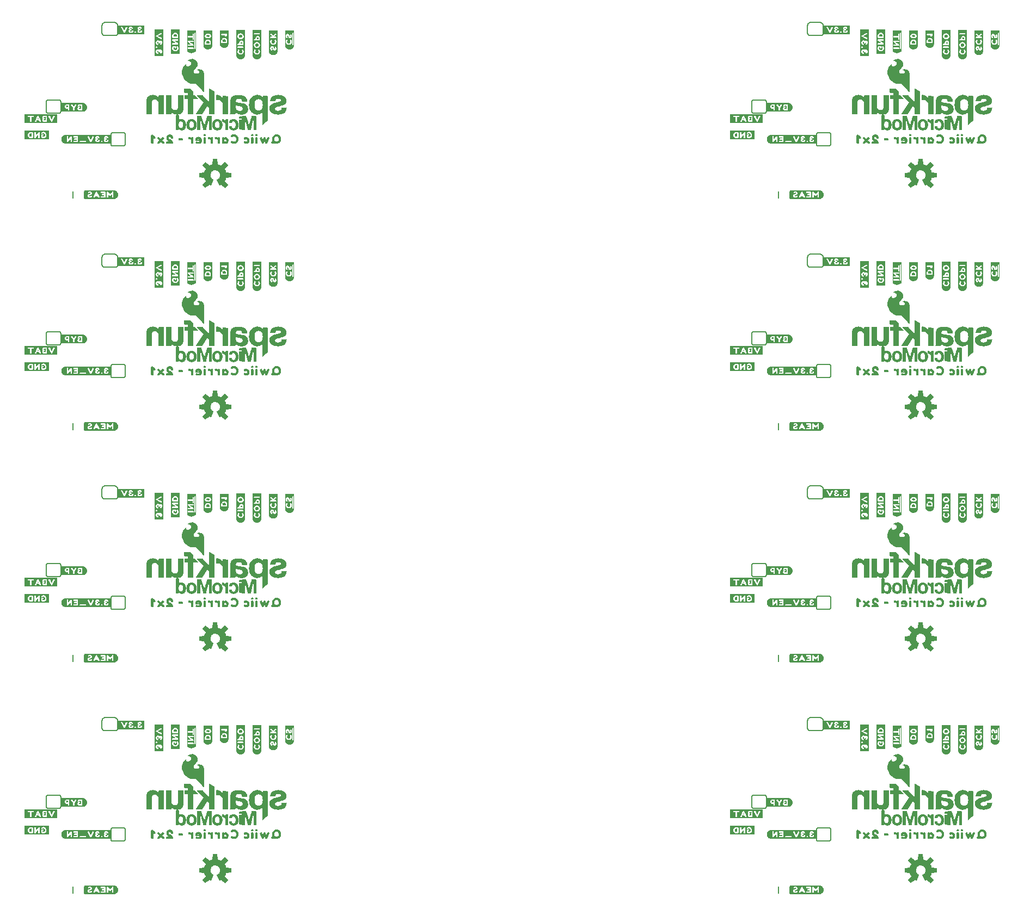
<source format=gbo>
G04 EAGLE Gerber RS-274X export*
G75*
%MOMM*%
%FSLAX34Y34*%
%LPD*%
%INSilkscreen Bottom*%
%IPPOS*%
%AMOC8*
5,1,8,0,0,1.08239X$1,22.5*%
G01*
%ADD10C,0.203200*%
%ADD11C,0.152400*%

G36*
X1428935Y810510D02*
X1428935Y810510D01*
X1428991Y810510D01*
X1429019Y810525D01*
X1429051Y810530D01*
X1429110Y810570D01*
X1429146Y810588D01*
X1429155Y810600D01*
X1429171Y810611D01*
X1433479Y814919D01*
X1433496Y814946D01*
X1433520Y814967D01*
X1433541Y815019D01*
X1433570Y815066D01*
X1433573Y815098D01*
X1433585Y815128D01*
X1433582Y815183D01*
X1433587Y815239D01*
X1433575Y815269D01*
X1433573Y815301D01*
X1433539Y815364D01*
X1433525Y815401D01*
X1433514Y815411D01*
X1433505Y815428D01*
X1428538Y821519D01*
X1429727Y823829D01*
X1429734Y823855D01*
X1429751Y823887D01*
X1430543Y826361D01*
X1438362Y827155D01*
X1438393Y827165D01*
X1438425Y827166D01*
X1438474Y827193D01*
X1438526Y827211D01*
X1438549Y827234D01*
X1438577Y827249D01*
X1438609Y827295D01*
X1438648Y827334D01*
X1438658Y827365D01*
X1438677Y827391D01*
X1438690Y827461D01*
X1438703Y827499D01*
X1438701Y827514D01*
X1438704Y827533D01*
X1438704Y833627D01*
X1438697Y833658D01*
X1438699Y833690D01*
X1438677Y833741D01*
X1438665Y833796D01*
X1438644Y833820D01*
X1438632Y833850D01*
X1438590Y833886D01*
X1438555Y833929D01*
X1438525Y833942D01*
X1438501Y833963D01*
X1438432Y833984D01*
X1438396Y834000D01*
X1438381Y834000D01*
X1438362Y834005D01*
X1430543Y834799D01*
X1429751Y837273D01*
X1429738Y837296D01*
X1429727Y837331D01*
X1428538Y839641D01*
X1433505Y845732D01*
X1433519Y845760D01*
X1433540Y845784D01*
X1433556Y845837D01*
X1433581Y845887D01*
X1433581Y845919D01*
X1433590Y845950D01*
X1433580Y846005D01*
X1433580Y846061D01*
X1433565Y846089D01*
X1433560Y846121D01*
X1433520Y846180D01*
X1433502Y846216D01*
X1433490Y846225D01*
X1433479Y846241D01*
X1429171Y850549D01*
X1429144Y850566D01*
X1429123Y850590D01*
X1429071Y850611D01*
X1429024Y850640D01*
X1428992Y850643D01*
X1428962Y850655D01*
X1428907Y850652D01*
X1428851Y850657D01*
X1428821Y850645D01*
X1428789Y850643D01*
X1428726Y850609D01*
X1428689Y850595D01*
X1428679Y850584D01*
X1428662Y850575D01*
X1422571Y845608D01*
X1420261Y846797D01*
X1420235Y846804D01*
X1420203Y846821D01*
X1417729Y847613D01*
X1416935Y855432D01*
X1416927Y855458D01*
X1416926Y855470D01*
X1416925Y855473D01*
X1416924Y855495D01*
X1416897Y855544D01*
X1416879Y855596D01*
X1416856Y855619D01*
X1416841Y855647D01*
X1416795Y855679D01*
X1416756Y855718D01*
X1416725Y855728D01*
X1416699Y855747D01*
X1416629Y855760D01*
X1416591Y855773D01*
X1416576Y855771D01*
X1416557Y855774D01*
X1410463Y855774D01*
X1410432Y855767D01*
X1410400Y855769D01*
X1410349Y855747D01*
X1410294Y855735D01*
X1410270Y855714D01*
X1410240Y855702D01*
X1410204Y855660D01*
X1410161Y855625D01*
X1410148Y855595D01*
X1410127Y855571D01*
X1410106Y855502D01*
X1410090Y855466D01*
X1410090Y855451D01*
X1410088Y855444D01*
X1410087Y855442D01*
X1410087Y855441D01*
X1410085Y855432D01*
X1409291Y847613D01*
X1406817Y846821D01*
X1406794Y846808D01*
X1406759Y846797D01*
X1404449Y845608D01*
X1398358Y850575D01*
X1398330Y850589D01*
X1398306Y850610D01*
X1398253Y850626D01*
X1398203Y850651D01*
X1398171Y850651D01*
X1398140Y850660D01*
X1398085Y850650D01*
X1398029Y850650D01*
X1398001Y850635D01*
X1397969Y850630D01*
X1397910Y850590D01*
X1397875Y850572D01*
X1397865Y850560D01*
X1397849Y850549D01*
X1393541Y846241D01*
X1393524Y846214D01*
X1393500Y846193D01*
X1393479Y846141D01*
X1393450Y846094D01*
X1393447Y846062D01*
X1393435Y846032D01*
X1393439Y845977D01*
X1393433Y845921D01*
X1393445Y845891D01*
X1393447Y845859D01*
X1393481Y845796D01*
X1393495Y845759D01*
X1393506Y845749D01*
X1393515Y845732D01*
X1398482Y839641D01*
X1397293Y837331D01*
X1397286Y837305D01*
X1397269Y837273D01*
X1396477Y834799D01*
X1388658Y834005D01*
X1388627Y833995D01*
X1388595Y833994D01*
X1388546Y833967D01*
X1388494Y833949D01*
X1388471Y833926D01*
X1388443Y833911D01*
X1388411Y833865D01*
X1388372Y833826D01*
X1388362Y833795D01*
X1388343Y833769D01*
X1388330Y833699D01*
X1388317Y833661D01*
X1388319Y833646D01*
X1388316Y833627D01*
X1388316Y827533D01*
X1388323Y827502D01*
X1388321Y827470D01*
X1388343Y827419D01*
X1388355Y827364D01*
X1388376Y827340D01*
X1388388Y827310D01*
X1388430Y827274D01*
X1388465Y827231D01*
X1388495Y827218D01*
X1388519Y827197D01*
X1388588Y827176D01*
X1388624Y827160D01*
X1388639Y827160D01*
X1388658Y827155D01*
X1396477Y826361D01*
X1397269Y823887D01*
X1397282Y823864D01*
X1397293Y823829D01*
X1398482Y821519D01*
X1393515Y815428D01*
X1393501Y815400D01*
X1393480Y815376D01*
X1393464Y815323D01*
X1393439Y815273D01*
X1393439Y815241D01*
X1393430Y815210D01*
X1393440Y815155D01*
X1393440Y815099D01*
X1393455Y815071D01*
X1393460Y815039D01*
X1393500Y814980D01*
X1393518Y814945D01*
X1393530Y814935D01*
X1393541Y814919D01*
X1397849Y810611D01*
X1397876Y810594D01*
X1397897Y810570D01*
X1397949Y810549D01*
X1397996Y810520D01*
X1398028Y810517D01*
X1398058Y810505D01*
X1398113Y810509D01*
X1398169Y810503D01*
X1398199Y810515D01*
X1398231Y810517D01*
X1398294Y810551D01*
X1398331Y810565D01*
X1398341Y810576D01*
X1398358Y810585D01*
X1404449Y815552D01*
X1406758Y814362D01*
X1406822Y814346D01*
X1406885Y814323D01*
X1406906Y814325D01*
X1406926Y814320D01*
X1406991Y814334D01*
X1407057Y814341D01*
X1407075Y814352D01*
X1407095Y814357D01*
X1407147Y814398D01*
X1407203Y814434D01*
X1407216Y814453D01*
X1407231Y814465D01*
X1407247Y814500D01*
X1407283Y814554D01*
X1410871Y823216D01*
X1410876Y823248D01*
X1410890Y823276D01*
X1410890Y823332D01*
X1410899Y823387D01*
X1410890Y823418D01*
X1410890Y823449D01*
X1410865Y823500D01*
X1410849Y823553D01*
X1410827Y823576D01*
X1410813Y823605D01*
X1410757Y823651D01*
X1410730Y823679D01*
X1410716Y823684D01*
X1410701Y823697D01*
X1409324Y824441D01*
X1408158Y825425D01*
X1407218Y826627D01*
X1406544Y827995D01*
X1406163Y829473D01*
X1406091Y830997D01*
X1406333Y832503D01*
X1406877Y833929D01*
X1407701Y835213D01*
X1408770Y836302D01*
X1410038Y837150D01*
X1411453Y837720D01*
X1412955Y837990D01*
X1414480Y837947D01*
X1415964Y837594D01*
X1417345Y836944D01*
X1418564Y836027D01*
X1419570Y834880D01*
X1420321Y833551D01*
X1420784Y832098D01*
X1420941Y830579D01*
X1420798Y829130D01*
X1420375Y827736D01*
X1419689Y826452D01*
X1418765Y825326D01*
X1417639Y824402D01*
X1416321Y823697D01*
X1416296Y823676D01*
X1416267Y823662D01*
X1416232Y823619D01*
X1416191Y823583D01*
X1416178Y823553D01*
X1416158Y823528D01*
X1416146Y823474D01*
X1416125Y823423D01*
X1416127Y823390D01*
X1416120Y823358D01*
X1416134Y823289D01*
X1416137Y823250D01*
X1416145Y823236D01*
X1416149Y823216D01*
X1419737Y814554D01*
X1419776Y814500D01*
X1419808Y814443D01*
X1419825Y814431D01*
X1419838Y814414D01*
X1419896Y814383D01*
X1419951Y814345D01*
X1419972Y814342D01*
X1419991Y814332D01*
X1420057Y814331D01*
X1420123Y814321D01*
X1420146Y814328D01*
X1420164Y814327D01*
X1420199Y814344D01*
X1420262Y814362D01*
X1422571Y815552D01*
X1428662Y810585D01*
X1428690Y810571D01*
X1428714Y810550D01*
X1428767Y810534D01*
X1428817Y810509D01*
X1428849Y810509D01*
X1428880Y810500D01*
X1428935Y810510D01*
G37*
G36*
X1428935Y449830D02*
X1428935Y449830D01*
X1428991Y449830D01*
X1429019Y449845D01*
X1429051Y449850D01*
X1429110Y449890D01*
X1429146Y449908D01*
X1429155Y449920D01*
X1429171Y449931D01*
X1433479Y454239D01*
X1433496Y454266D01*
X1433520Y454287D01*
X1433541Y454339D01*
X1433570Y454386D01*
X1433573Y454418D01*
X1433585Y454448D01*
X1433582Y454503D01*
X1433587Y454559D01*
X1433575Y454589D01*
X1433573Y454621D01*
X1433539Y454684D01*
X1433525Y454721D01*
X1433514Y454731D01*
X1433505Y454748D01*
X1428538Y460839D01*
X1429727Y463149D01*
X1429734Y463175D01*
X1429751Y463207D01*
X1430543Y465681D01*
X1438362Y466475D01*
X1438393Y466485D01*
X1438425Y466486D01*
X1438474Y466513D01*
X1438526Y466531D01*
X1438549Y466554D01*
X1438577Y466569D01*
X1438609Y466615D01*
X1438648Y466654D01*
X1438658Y466685D01*
X1438677Y466711D01*
X1438690Y466781D01*
X1438703Y466819D01*
X1438701Y466834D01*
X1438704Y466853D01*
X1438704Y472947D01*
X1438697Y472978D01*
X1438699Y473010D01*
X1438677Y473061D01*
X1438665Y473116D01*
X1438644Y473140D01*
X1438632Y473170D01*
X1438590Y473206D01*
X1438555Y473249D01*
X1438525Y473262D01*
X1438501Y473283D01*
X1438432Y473304D01*
X1438396Y473320D01*
X1438381Y473320D01*
X1438362Y473325D01*
X1430543Y474119D01*
X1429751Y476593D01*
X1429738Y476616D01*
X1429727Y476651D01*
X1428538Y478961D01*
X1433505Y485052D01*
X1433519Y485080D01*
X1433540Y485104D01*
X1433556Y485157D01*
X1433581Y485207D01*
X1433581Y485239D01*
X1433590Y485270D01*
X1433580Y485325D01*
X1433580Y485381D01*
X1433565Y485409D01*
X1433560Y485441D01*
X1433520Y485500D01*
X1433502Y485536D01*
X1433490Y485545D01*
X1433479Y485561D01*
X1429171Y489869D01*
X1429144Y489886D01*
X1429123Y489910D01*
X1429071Y489931D01*
X1429024Y489960D01*
X1428992Y489963D01*
X1428962Y489975D01*
X1428907Y489972D01*
X1428851Y489977D01*
X1428821Y489965D01*
X1428789Y489963D01*
X1428726Y489929D01*
X1428689Y489915D01*
X1428679Y489904D01*
X1428662Y489895D01*
X1422571Y484928D01*
X1420261Y486117D01*
X1420235Y486124D01*
X1420203Y486141D01*
X1417729Y486933D01*
X1416935Y494752D01*
X1416927Y494778D01*
X1416926Y494790D01*
X1416925Y494793D01*
X1416924Y494815D01*
X1416897Y494864D01*
X1416879Y494916D01*
X1416856Y494939D01*
X1416841Y494967D01*
X1416795Y494999D01*
X1416756Y495038D01*
X1416725Y495048D01*
X1416699Y495067D01*
X1416629Y495080D01*
X1416591Y495093D01*
X1416576Y495091D01*
X1416557Y495094D01*
X1410463Y495094D01*
X1410432Y495087D01*
X1410400Y495089D01*
X1410349Y495067D01*
X1410294Y495055D01*
X1410270Y495034D01*
X1410240Y495022D01*
X1410204Y494980D01*
X1410161Y494945D01*
X1410148Y494915D01*
X1410127Y494891D01*
X1410106Y494822D01*
X1410090Y494786D01*
X1410090Y494771D01*
X1410088Y494764D01*
X1410087Y494762D01*
X1410087Y494761D01*
X1410085Y494752D01*
X1409291Y486933D01*
X1406817Y486141D01*
X1406794Y486128D01*
X1406759Y486117D01*
X1404449Y484928D01*
X1398358Y489895D01*
X1398330Y489909D01*
X1398306Y489930D01*
X1398253Y489946D01*
X1398203Y489971D01*
X1398171Y489971D01*
X1398140Y489980D01*
X1398085Y489970D01*
X1398029Y489970D01*
X1398001Y489955D01*
X1397969Y489950D01*
X1397910Y489910D01*
X1397875Y489892D01*
X1397865Y489880D01*
X1397849Y489869D01*
X1393541Y485561D01*
X1393524Y485534D01*
X1393500Y485513D01*
X1393479Y485461D01*
X1393450Y485414D01*
X1393447Y485382D01*
X1393435Y485352D01*
X1393439Y485297D01*
X1393433Y485241D01*
X1393445Y485211D01*
X1393447Y485179D01*
X1393481Y485116D01*
X1393495Y485079D01*
X1393506Y485069D01*
X1393515Y485052D01*
X1398482Y478961D01*
X1397293Y476651D01*
X1397286Y476625D01*
X1397269Y476593D01*
X1396477Y474119D01*
X1388658Y473325D01*
X1388627Y473315D01*
X1388595Y473314D01*
X1388546Y473287D01*
X1388494Y473269D01*
X1388471Y473246D01*
X1388443Y473231D01*
X1388411Y473185D01*
X1388372Y473146D01*
X1388362Y473115D01*
X1388343Y473089D01*
X1388330Y473019D01*
X1388317Y472981D01*
X1388319Y472966D01*
X1388316Y472947D01*
X1388316Y466853D01*
X1388323Y466822D01*
X1388321Y466790D01*
X1388343Y466739D01*
X1388355Y466684D01*
X1388376Y466660D01*
X1388388Y466630D01*
X1388430Y466594D01*
X1388465Y466551D01*
X1388495Y466538D01*
X1388519Y466517D01*
X1388588Y466496D01*
X1388624Y466480D01*
X1388639Y466480D01*
X1388658Y466475D01*
X1396477Y465681D01*
X1397269Y463207D01*
X1397282Y463184D01*
X1397293Y463149D01*
X1398482Y460839D01*
X1393515Y454748D01*
X1393501Y454720D01*
X1393480Y454696D01*
X1393464Y454643D01*
X1393439Y454593D01*
X1393439Y454561D01*
X1393430Y454530D01*
X1393440Y454475D01*
X1393440Y454419D01*
X1393455Y454391D01*
X1393460Y454359D01*
X1393500Y454300D01*
X1393518Y454265D01*
X1393530Y454255D01*
X1393541Y454239D01*
X1397849Y449931D01*
X1397876Y449914D01*
X1397897Y449890D01*
X1397949Y449869D01*
X1397996Y449840D01*
X1398028Y449837D01*
X1398058Y449825D01*
X1398113Y449829D01*
X1398169Y449823D01*
X1398199Y449835D01*
X1398231Y449837D01*
X1398294Y449871D01*
X1398331Y449885D01*
X1398341Y449896D01*
X1398358Y449905D01*
X1404449Y454872D01*
X1406758Y453682D01*
X1406822Y453666D01*
X1406885Y453643D01*
X1406906Y453645D01*
X1406926Y453640D01*
X1406991Y453654D01*
X1407057Y453661D01*
X1407075Y453672D01*
X1407095Y453677D01*
X1407147Y453718D01*
X1407203Y453754D01*
X1407216Y453773D01*
X1407231Y453785D01*
X1407247Y453820D01*
X1407283Y453874D01*
X1410871Y462536D01*
X1410876Y462568D01*
X1410890Y462596D01*
X1410890Y462652D01*
X1410899Y462707D01*
X1410890Y462738D01*
X1410890Y462769D01*
X1410865Y462820D01*
X1410849Y462873D01*
X1410827Y462896D01*
X1410813Y462925D01*
X1410757Y462971D01*
X1410730Y462999D01*
X1410716Y463004D01*
X1410701Y463017D01*
X1409324Y463761D01*
X1408158Y464745D01*
X1407218Y465947D01*
X1406544Y467315D01*
X1406163Y468793D01*
X1406091Y470317D01*
X1406333Y471823D01*
X1406877Y473249D01*
X1407701Y474533D01*
X1408770Y475622D01*
X1410038Y476470D01*
X1411453Y477040D01*
X1412955Y477310D01*
X1414480Y477267D01*
X1415964Y476914D01*
X1417345Y476264D01*
X1418564Y475347D01*
X1419570Y474200D01*
X1420321Y472871D01*
X1420784Y471418D01*
X1420941Y469899D01*
X1420798Y468450D01*
X1420375Y467056D01*
X1419689Y465772D01*
X1418765Y464646D01*
X1417639Y463722D01*
X1416321Y463017D01*
X1416296Y462996D01*
X1416267Y462982D01*
X1416232Y462939D01*
X1416191Y462903D01*
X1416178Y462873D01*
X1416158Y462848D01*
X1416146Y462794D01*
X1416125Y462743D01*
X1416127Y462710D01*
X1416120Y462678D01*
X1416134Y462609D01*
X1416137Y462570D01*
X1416145Y462556D01*
X1416149Y462536D01*
X1419737Y453874D01*
X1419776Y453820D01*
X1419808Y453763D01*
X1419825Y453751D01*
X1419838Y453734D01*
X1419896Y453703D01*
X1419951Y453665D01*
X1419972Y453662D01*
X1419991Y453652D01*
X1420057Y453651D01*
X1420123Y453641D01*
X1420146Y453648D01*
X1420164Y453647D01*
X1420199Y453664D01*
X1420262Y453682D01*
X1422571Y454872D01*
X1428662Y449905D01*
X1428690Y449891D01*
X1428714Y449870D01*
X1428767Y449854D01*
X1428817Y449829D01*
X1428849Y449829D01*
X1428880Y449820D01*
X1428935Y449830D01*
G37*
G36*
X331655Y449830D02*
X331655Y449830D01*
X331711Y449830D01*
X331739Y449845D01*
X331771Y449850D01*
X331830Y449890D01*
X331866Y449908D01*
X331875Y449920D01*
X331891Y449931D01*
X336199Y454239D01*
X336216Y454266D01*
X336240Y454287D01*
X336261Y454339D01*
X336290Y454386D01*
X336293Y454418D01*
X336305Y454448D01*
X336302Y454503D01*
X336307Y454559D01*
X336295Y454589D01*
X336293Y454621D01*
X336259Y454684D01*
X336245Y454721D01*
X336234Y454731D01*
X336225Y454748D01*
X331258Y460839D01*
X332447Y463149D01*
X332454Y463175D01*
X332471Y463207D01*
X333263Y465681D01*
X341082Y466475D01*
X341113Y466485D01*
X341145Y466486D01*
X341194Y466513D01*
X341246Y466531D01*
X341269Y466554D01*
X341297Y466569D01*
X341329Y466615D01*
X341368Y466654D01*
X341378Y466685D01*
X341397Y466711D01*
X341410Y466781D01*
X341423Y466819D01*
X341421Y466834D01*
X341424Y466853D01*
X341424Y472947D01*
X341417Y472978D01*
X341419Y473010D01*
X341397Y473061D01*
X341385Y473116D01*
X341364Y473140D01*
X341352Y473170D01*
X341310Y473206D01*
X341275Y473249D01*
X341245Y473262D01*
X341221Y473283D01*
X341152Y473304D01*
X341116Y473320D01*
X341101Y473320D01*
X341082Y473325D01*
X333263Y474119D01*
X332471Y476593D01*
X332458Y476616D01*
X332447Y476651D01*
X331258Y478961D01*
X336225Y485052D01*
X336239Y485080D01*
X336260Y485104D01*
X336276Y485157D01*
X336301Y485207D01*
X336301Y485239D01*
X336310Y485270D01*
X336300Y485325D01*
X336300Y485381D01*
X336285Y485409D01*
X336280Y485441D01*
X336240Y485500D01*
X336222Y485536D01*
X336210Y485545D01*
X336199Y485561D01*
X331891Y489869D01*
X331864Y489886D01*
X331843Y489910D01*
X331791Y489931D01*
X331744Y489960D01*
X331712Y489963D01*
X331682Y489975D01*
X331627Y489972D01*
X331571Y489977D01*
X331541Y489965D01*
X331509Y489963D01*
X331446Y489929D01*
X331409Y489915D01*
X331399Y489904D01*
X331382Y489895D01*
X325291Y484928D01*
X322981Y486117D01*
X322955Y486124D01*
X322923Y486141D01*
X320449Y486933D01*
X319655Y494752D01*
X319647Y494778D01*
X319646Y494790D01*
X319645Y494793D01*
X319644Y494815D01*
X319617Y494864D01*
X319599Y494916D01*
X319576Y494939D01*
X319561Y494967D01*
X319515Y494999D01*
X319476Y495038D01*
X319445Y495048D01*
X319419Y495067D01*
X319349Y495080D01*
X319311Y495093D01*
X319296Y495091D01*
X319277Y495094D01*
X313183Y495094D01*
X313152Y495087D01*
X313120Y495089D01*
X313069Y495067D01*
X313014Y495055D01*
X312990Y495034D01*
X312960Y495022D01*
X312924Y494980D01*
X312881Y494945D01*
X312868Y494915D01*
X312847Y494891D01*
X312826Y494822D01*
X312810Y494786D01*
X312810Y494771D01*
X312808Y494764D01*
X312807Y494762D01*
X312807Y494761D01*
X312805Y494752D01*
X312011Y486933D01*
X309537Y486141D01*
X309514Y486128D01*
X309479Y486117D01*
X307169Y484928D01*
X301078Y489895D01*
X301050Y489909D01*
X301026Y489930D01*
X300973Y489946D01*
X300923Y489971D01*
X300891Y489971D01*
X300860Y489980D01*
X300805Y489970D01*
X300749Y489970D01*
X300721Y489955D01*
X300689Y489950D01*
X300630Y489910D01*
X300595Y489892D01*
X300585Y489880D01*
X300569Y489869D01*
X296261Y485561D01*
X296244Y485534D01*
X296220Y485513D01*
X296199Y485461D01*
X296170Y485414D01*
X296167Y485382D01*
X296155Y485352D01*
X296159Y485297D01*
X296153Y485241D01*
X296165Y485211D01*
X296167Y485179D01*
X296201Y485116D01*
X296215Y485079D01*
X296226Y485069D01*
X296235Y485052D01*
X301202Y478961D01*
X300013Y476651D01*
X300006Y476625D01*
X299989Y476593D01*
X299197Y474119D01*
X291378Y473325D01*
X291347Y473315D01*
X291315Y473314D01*
X291266Y473287D01*
X291214Y473269D01*
X291191Y473246D01*
X291163Y473231D01*
X291131Y473185D01*
X291092Y473146D01*
X291082Y473115D01*
X291063Y473089D01*
X291050Y473019D01*
X291037Y472981D01*
X291039Y472966D01*
X291036Y472947D01*
X291036Y466853D01*
X291043Y466822D01*
X291041Y466790D01*
X291063Y466739D01*
X291075Y466684D01*
X291096Y466660D01*
X291108Y466630D01*
X291150Y466594D01*
X291185Y466551D01*
X291215Y466538D01*
X291239Y466517D01*
X291308Y466496D01*
X291344Y466480D01*
X291359Y466480D01*
X291378Y466475D01*
X299197Y465681D01*
X299989Y463207D01*
X300002Y463184D01*
X300013Y463149D01*
X301202Y460839D01*
X296235Y454748D01*
X296221Y454720D01*
X296200Y454696D01*
X296184Y454643D01*
X296159Y454593D01*
X296159Y454561D01*
X296150Y454530D01*
X296160Y454475D01*
X296160Y454419D01*
X296175Y454391D01*
X296180Y454359D01*
X296220Y454300D01*
X296238Y454265D01*
X296250Y454255D01*
X296261Y454239D01*
X300569Y449931D01*
X300596Y449914D01*
X300617Y449890D01*
X300669Y449869D01*
X300716Y449840D01*
X300748Y449837D01*
X300778Y449825D01*
X300833Y449829D01*
X300889Y449823D01*
X300919Y449835D01*
X300951Y449837D01*
X301014Y449871D01*
X301051Y449885D01*
X301061Y449896D01*
X301078Y449905D01*
X307169Y454872D01*
X309478Y453682D01*
X309542Y453666D01*
X309605Y453643D01*
X309626Y453645D01*
X309646Y453640D01*
X309711Y453654D01*
X309777Y453661D01*
X309795Y453672D01*
X309815Y453677D01*
X309867Y453718D01*
X309923Y453754D01*
X309936Y453773D01*
X309951Y453785D01*
X309967Y453820D01*
X310003Y453874D01*
X313591Y462536D01*
X313596Y462568D01*
X313610Y462596D01*
X313610Y462652D01*
X313619Y462707D01*
X313610Y462738D01*
X313610Y462769D01*
X313585Y462820D01*
X313569Y462873D01*
X313547Y462896D01*
X313533Y462925D01*
X313477Y462971D01*
X313450Y462999D01*
X313436Y463004D01*
X313421Y463017D01*
X312044Y463761D01*
X310878Y464745D01*
X309938Y465947D01*
X309264Y467315D01*
X308883Y468793D01*
X308811Y470317D01*
X309053Y471823D01*
X309597Y473249D01*
X310421Y474533D01*
X311490Y475622D01*
X312758Y476470D01*
X314173Y477040D01*
X315675Y477310D01*
X317200Y477267D01*
X318684Y476914D01*
X320065Y476264D01*
X321284Y475347D01*
X322290Y474200D01*
X323041Y472871D01*
X323504Y471418D01*
X323661Y469899D01*
X323518Y468450D01*
X323095Y467056D01*
X322409Y465772D01*
X321485Y464646D01*
X320359Y463722D01*
X319041Y463017D01*
X319016Y462996D01*
X318987Y462982D01*
X318952Y462939D01*
X318911Y462903D01*
X318898Y462873D01*
X318878Y462848D01*
X318866Y462794D01*
X318845Y462743D01*
X318847Y462710D01*
X318840Y462678D01*
X318854Y462609D01*
X318857Y462570D01*
X318865Y462556D01*
X318869Y462536D01*
X322457Y453874D01*
X322496Y453820D01*
X322528Y453763D01*
X322545Y453751D01*
X322558Y453734D01*
X322616Y453703D01*
X322671Y453665D01*
X322692Y453662D01*
X322711Y453652D01*
X322777Y453651D01*
X322843Y453641D01*
X322866Y453648D01*
X322884Y453647D01*
X322919Y453664D01*
X322982Y453682D01*
X325291Y454872D01*
X331382Y449905D01*
X331410Y449891D01*
X331434Y449870D01*
X331487Y449854D01*
X331537Y449829D01*
X331569Y449829D01*
X331600Y449820D01*
X331655Y449830D01*
G37*
G36*
X331655Y810510D02*
X331655Y810510D01*
X331711Y810510D01*
X331739Y810525D01*
X331771Y810530D01*
X331830Y810570D01*
X331866Y810588D01*
X331875Y810600D01*
X331891Y810611D01*
X336199Y814919D01*
X336216Y814946D01*
X336240Y814967D01*
X336261Y815019D01*
X336290Y815066D01*
X336293Y815098D01*
X336305Y815128D01*
X336302Y815183D01*
X336307Y815239D01*
X336295Y815269D01*
X336293Y815301D01*
X336259Y815364D01*
X336245Y815401D01*
X336234Y815411D01*
X336225Y815428D01*
X331258Y821519D01*
X332447Y823829D01*
X332454Y823855D01*
X332471Y823887D01*
X333263Y826361D01*
X341082Y827155D01*
X341113Y827165D01*
X341145Y827166D01*
X341194Y827193D01*
X341246Y827211D01*
X341269Y827234D01*
X341297Y827249D01*
X341329Y827295D01*
X341368Y827334D01*
X341378Y827365D01*
X341397Y827391D01*
X341410Y827461D01*
X341423Y827499D01*
X341421Y827514D01*
X341424Y827533D01*
X341424Y833627D01*
X341417Y833658D01*
X341419Y833690D01*
X341397Y833741D01*
X341385Y833796D01*
X341364Y833820D01*
X341352Y833850D01*
X341310Y833886D01*
X341275Y833929D01*
X341245Y833942D01*
X341221Y833963D01*
X341152Y833984D01*
X341116Y834000D01*
X341101Y834000D01*
X341082Y834005D01*
X333263Y834799D01*
X332471Y837273D01*
X332458Y837296D01*
X332447Y837331D01*
X331258Y839641D01*
X336225Y845732D01*
X336239Y845760D01*
X336260Y845784D01*
X336276Y845837D01*
X336301Y845887D01*
X336301Y845919D01*
X336310Y845950D01*
X336300Y846005D01*
X336300Y846061D01*
X336285Y846089D01*
X336280Y846121D01*
X336240Y846180D01*
X336222Y846216D01*
X336210Y846225D01*
X336199Y846241D01*
X331891Y850549D01*
X331864Y850566D01*
X331843Y850590D01*
X331791Y850611D01*
X331744Y850640D01*
X331712Y850643D01*
X331682Y850655D01*
X331627Y850652D01*
X331571Y850657D01*
X331541Y850645D01*
X331509Y850643D01*
X331446Y850609D01*
X331409Y850595D01*
X331399Y850584D01*
X331382Y850575D01*
X325291Y845608D01*
X322981Y846797D01*
X322955Y846804D01*
X322923Y846821D01*
X320449Y847613D01*
X319655Y855432D01*
X319647Y855458D01*
X319646Y855470D01*
X319645Y855473D01*
X319644Y855495D01*
X319617Y855544D01*
X319599Y855596D01*
X319576Y855619D01*
X319561Y855647D01*
X319515Y855679D01*
X319476Y855718D01*
X319445Y855728D01*
X319419Y855747D01*
X319349Y855760D01*
X319311Y855773D01*
X319296Y855771D01*
X319277Y855774D01*
X313183Y855774D01*
X313152Y855767D01*
X313120Y855769D01*
X313069Y855747D01*
X313014Y855735D01*
X312990Y855714D01*
X312960Y855702D01*
X312924Y855660D01*
X312881Y855625D01*
X312868Y855595D01*
X312847Y855571D01*
X312826Y855502D01*
X312810Y855466D01*
X312810Y855451D01*
X312808Y855444D01*
X312807Y855442D01*
X312807Y855441D01*
X312805Y855432D01*
X312011Y847613D01*
X309537Y846821D01*
X309514Y846808D01*
X309479Y846797D01*
X307169Y845608D01*
X301078Y850575D01*
X301050Y850589D01*
X301026Y850610D01*
X300973Y850626D01*
X300923Y850651D01*
X300891Y850651D01*
X300860Y850660D01*
X300805Y850650D01*
X300749Y850650D01*
X300721Y850635D01*
X300689Y850630D01*
X300630Y850590D01*
X300595Y850572D01*
X300585Y850560D01*
X300569Y850549D01*
X296261Y846241D01*
X296244Y846214D01*
X296220Y846193D01*
X296199Y846141D01*
X296170Y846094D01*
X296167Y846062D01*
X296155Y846032D01*
X296159Y845977D01*
X296153Y845921D01*
X296165Y845891D01*
X296167Y845859D01*
X296201Y845796D01*
X296215Y845759D01*
X296226Y845749D01*
X296235Y845732D01*
X301202Y839641D01*
X300013Y837331D01*
X300006Y837305D01*
X299989Y837273D01*
X299197Y834799D01*
X291378Y834005D01*
X291347Y833995D01*
X291315Y833994D01*
X291266Y833967D01*
X291214Y833949D01*
X291191Y833926D01*
X291163Y833911D01*
X291131Y833865D01*
X291092Y833826D01*
X291082Y833795D01*
X291063Y833769D01*
X291050Y833699D01*
X291037Y833661D01*
X291039Y833646D01*
X291036Y833627D01*
X291036Y827533D01*
X291043Y827502D01*
X291041Y827470D01*
X291063Y827419D01*
X291075Y827364D01*
X291096Y827340D01*
X291108Y827310D01*
X291150Y827274D01*
X291185Y827231D01*
X291215Y827218D01*
X291239Y827197D01*
X291308Y827176D01*
X291344Y827160D01*
X291359Y827160D01*
X291378Y827155D01*
X299197Y826361D01*
X299989Y823887D01*
X300002Y823864D01*
X300013Y823829D01*
X301202Y821519D01*
X296235Y815428D01*
X296221Y815400D01*
X296200Y815376D01*
X296184Y815323D01*
X296159Y815273D01*
X296159Y815241D01*
X296150Y815210D01*
X296160Y815155D01*
X296160Y815099D01*
X296175Y815071D01*
X296180Y815039D01*
X296220Y814980D01*
X296238Y814945D01*
X296250Y814935D01*
X296261Y814919D01*
X300569Y810611D01*
X300596Y810594D01*
X300617Y810570D01*
X300669Y810549D01*
X300716Y810520D01*
X300748Y810517D01*
X300778Y810505D01*
X300833Y810509D01*
X300889Y810503D01*
X300919Y810515D01*
X300951Y810517D01*
X301014Y810551D01*
X301051Y810565D01*
X301061Y810576D01*
X301078Y810585D01*
X307169Y815552D01*
X309478Y814362D01*
X309542Y814346D01*
X309605Y814323D01*
X309626Y814325D01*
X309646Y814320D01*
X309711Y814334D01*
X309777Y814341D01*
X309795Y814352D01*
X309815Y814357D01*
X309867Y814398D01*
X309923Y814434D01*
X309936Y814453D01*
X309951Y814465D01*
X309967Y814500D01*
X310003Y814554D01*
X313591Y823216D01*
X313596Y823248D01*
X313610Y823276D01*
X313610Y823332D01*
X313619Y823387D01*
X313610Y823418D01*
X313610Y823449D01*
X313585Y823500D01*
X313569Y823553D01*
X313547Y823576D01*
X313533Y823605D01*
X313477Y823651D01*
X313450Y823679D01*
X313436Y823684D01*
X313421Y823697D01*
X312044Y824441D01*
X310878Y825425D01*
X309938Y826627D01*
X309264Y827995D01*
X308883Y829473D01*
X308811Y830997D01*
X309053Y832503D01*
X309597Y833929D01*
X310421Y835213D01*
X311490Y836302D01*
X312758Y837150D01*
X314173Y837720D01*
X315675Y837990D01*
X317200Y837947D01*
X318684Y837594D01*
X320065Y836944D01*
X321284Y836027D01*
X322290Y834880D01*
X323041Y833551D01*
X323504Y832098D01*
X323661Y830579D01*
X323518Y829130D01*
X323095Y827736D01*
X322409Y826452D01*
X321485Y825326D01*
X320359Y824402D01*
X319041Y823697D01*
X319016Y823676D01*
X318987Y823662D01*
X318952Y823619D01*
X318911Y823583D01*
X318898Y823553D01*
X318878Y823528D01*
X318866Y823474D01*
X318845Y823423D01*
X318847Y823390D01*
X318840Y823358D01*
X318854Y823289D01*
X318857Y823250D01*
X318865Y823236D01*
X318869Y823216D01*
X322457Y814554D01*
X322496Y814500D01*
X322528Y814443D01*
X322545Y814431D01*
X322558Y814414D01*
X322616Y814383D01*
X322671Y814345D01*
X322692Y814342D01*
X322711Y814332D01*
X322777Y814331D01*
X322843Y814321D01*
X322866Y814328D01*
X322884Y814327D01*
X322919Y814344D01*
X322982Y814362D01*
X325291Y815552D01*
X331382Y810585D01*
X331410Y810571D01*
X331434Y810550D01*
X331487Y810534D01*
X331537Y810509D01*
X331569Y810509D01*
X331600Y810500D01*
X331655Y810510D01*
G37*
G36*
X1428935Y1171190D02*
X1428935Y1171190D01*
X1428991Y1171190D01*
X1429019Y1171205D01*
X1429051Y1171210D01*
X1429110Y1171250D01*
X1429146Y1171268D01*
X1429155Y1171280D01*
X1429171Y1171291D01*
X1433479Y1175599D01*
X1433496Y1175626D01*
X1433520Y1175647D01*
X1433541Y1175699D01*
X1433570Y1175746D01*
X1433573Y1175778D01*
X1433585Y1175808D01*
X1433582Y1175863D01*
X1433587Y1175919D01*
X1433575Y1175949D01*
X1433573Y1175981D01*
X1433539Y1176044D01*
X1433525Y1176081D01*
X1433514Y1176091D01*
X1433505Y1176108D01*
X1428538Y1182199D01*
X1429727Y1184509D01*
X1429734Y1184535D01*
X1429751Y1184567D01*
X1430543Y1187041D01*
X1438362Y1187835D01*
X1438393Y1187845D01*
X1438425Y1187846D01*
X1438474Y1187873D01*
X1438526Y1187891D01*
X1438549Y1187914D01*
X1438577Y1187929D01*
X1438609Y1187975D01*
X1438648Y1188014D01*
X1438658Y1188045D01*
X1438677Y1188071D01*
X1438690Y1188141D01*
X1438703Y1188179D01*
X1438701Y1188194D01*
X1438704Y1188213D01*
X1438704Y1194307D01*
X1438697Y1194338D01*
X1438699Y1194370D01*
X1438677Y1194421D01*
X1438665Y1194476D01*
X1438644Y1194500D01*
X1438632Y1194530D01*
X1438590Y1194566D01*
X1438555Y1194609D01*
X1438525Y1194622D01*
X1438501Y1194643D01*
X1438432Y1194664D01*
X1438396Y1194680D01*
X1438381Y1194680D01*
X1438362Y1194685D01*
X1430543Y1195479D01*
X1429751Y1197953D01*
X1429738Y1197976D01*
X1429727Y1198011D01*
X1428538Y1200321D01*
X1433505Y1206412D01*
X1433519Y1206440D01*
X1433540Y1206464D01*
X1433556Y1206517D01*
X1433581Y1206567D01*
X1433581Y1206599D01*
X1433590Y1206630D01*
X1433580Y1206685D01*
X1433580Y1206741D01*
X1433565Y1206769D01*
X1433560Y1206801D01*
X1433520Y1206860D01*
X1433502Y1206896D01*
X1433490Y1206905D01*
X1433479Y1206921D01*
X1429171Y1211229D01*
X1429144Y1211246D01*
X1429123Y1211270D01*
X1429071Y1211291D01*
X1429024Y1211320D01*
X1428992Y1211323D01*
X1428962Y1211335D01*
X1428907Y1211332D01*
X1428851Y1211337D01*
X1428821Y1211325D01*
X1428789Y1211323D01*
X1428726Y1211289D01*
X1428689Y1211275D01*
X1428679Y1211264D01*
X1428662Y1211255D01*
X1422571Y1206288D01*
X1420261Y1207477D01*
X1420235Y1207484D01*
X1420203Y1207501D01*
X1417729Y1208293D01*
X1416935Y1216112D01*
X1416927Y1216138D01*
X1416926Y1216150D01*
X1416925Y1216153D01*
X1416924Y1216175D01*
X1416897Y1216224D01*
X1416879Y1216276D01*
X1416856Y1216299D01*
X1416841Y1216327D01*
X1416795Y1216359D01*
X1416756Y1216398D01*
X1416725Y1216408D01*
X1416699Y1216427D01*
X1416629Y1216440D01*
X1416591Y1216453D01*
X1416576Y1216451D01*
X1416557Y1216454D01*
X1410463Y1216454D01*
X1410432Y1216447D01*
X1410400Y1216449D01*
X1410349Y1216427D01*
X1410294Y1216415D01*
X1410270Y1216394D01*
X1410240Y1216382D01*
X1410204Y1216340D01*
X1410161Y1216305D01*
X1410148Y1216275D01*
X1410127Y1216251D01*
X1410106Y1216182D01*
X1410090Y1216146D01*
X1410090Y1216131D01*
X1410088Y1216124D01*
X1410087Y1216122D01*
X1410087Y1216121D01*
X1410085Y1216112D01*
X1409291Y1208293D01*
X1406817Y1207501D01*
X1406794Y1207488D01*
X1406759Y1207477D01*
X1404449Y1206288D01*
X1398358Y1211255D01*
X1398330Y1211269D01*
X1398306Y1211290D01*
X1398253Y1211306D01*
X1398203Y1211331D01*
X1398171Y1211331D01*
X1398140Y1211340D01*
X1398085Y1211330D01*
X1398029Y1211330D01*
X1398001Y1211315D01*
X1397969Y1211310D01*
X1397910Y1211270D01*
X1397875Y1211252D01*
X1397865Y1211240D01*
X1397849Y1211229D01*
X1393541Y1206921D01*
X1393524Y1206894D01*
X1393500Y1206873D01*
X1393479Y1206821D01*
X1393450Y1206774D01*
X1393447Y1206742D01*
X1393435Y1206712D01*
X1393439Y1206657D01*
X1393433Y1206601D01*
X1393445Y1206571D01*
X1393447Y1206539D01*
X1393481Y1206476D01*
X1393495Y1206439D01*
X1393506Y1206429D01*
X1393515Y1206412D01*
X1398482Y1200321D01*
X1397293Y1198011D01*
X1397286Y1197985D01*
X1397269Y1197953D01*
X1396477Y1195479D01*
X1388658Y1194685D01*
X1388627Y1194675D01*
X1388595Y1194674D01*
X1388546Y1194647D01*
X1388494Y1194629D01*
X1388471Y1194606D01*
X1388443Y1194591D01*
X1388411Y1194545D01*
X1388372Y1194506D01*
X1388362Y1194475D01*
X1388343Y1194449D01*
X1388330Y1194379D01*
X1388317Y1194341D01*
X1388319Y1194326D01*
X1388316Y1194307D01*
X1388316Y1188213D01*
X1388323Y1188182D01*
X1388321Y1188150D01*
X1388343Y1188099D01*
X1388355Y1188044D01*
X1388376Y1188020D01*
X1388388Y1187990D01*
X1388430Y1187954D01*
X1388465Y1187911D01*
X1388495Y1187898D01*
X1388519Y1187877D01*
X1388588Y1187856D01*
X1388624Y1187840D01*
X1388639Y1187840D01*
X1388658Y1187835D01*
X1396477Y1187041D01*
X1397269Y1184567D01*
X1397282Y1184544D01*
X1397293Y1184509D01*
X1398482Y1182199D01*
X1393515Y1176108D01*
X1393501Y1176080D01*
X1393480Y1176056D01*
X1393464Y1176003D01*
X1393439Y1175953D01*
X1393439Y1175921D01*
X1393430Y1175890D01*
X1393440Y1175835D01*
X1393440Y1175779D01*
X1393455Y1175751D01*
X1393460Y1175719D01*
X1393500Y1175660D01*
X1393518Y1175625D01*
X1393530Y1175615D01*
X1393541Y1175599D01*
X1397849Y1171291D01*
X1397876Y1171274D01*
X1397897Y1171250D01*
X1397949Y1171229D01*
X1397996Y1171200D01*
X1398028Y1171197D01*
X1398058Y1171185D01*
X1398113Y1171189D01*
X1398169Y1171183D01*
X1398199Y1171195D01*
X1398231Y1171197D01*
X1398294Y1171231D01*
X1398331Y1171245D01*
X1398341Y1171256D01*
X1398358Y1171265D01*
X1404449Y1176232D01*
X1406758Y1175042D01*
X1406822Y1175026D01*
X1406885Y1175003D01*
X1406906Y1175005D01*
X1406926Y1175000D01*
X1406991Y1175014D01*
X1407057Y1175021D01*
X1407075Y1175032D01*
X1407095Y1175037D01*
X1407147Y1175078D01*
X1407203Y1175114D01*
X1407216Y1175133D01*
X1407231Y1175145D01*
X1407247Y1175180D01*
X1407283Y1175234D01*
X1410871Y1183896D01*
X1410876Y1183928D01*
X1410890Y1183956D01*
X1410890Y1184012D01*
X1410899Y1184067D01*
X1410890Y1184098D01*
X1410890Y1184129D01*
X1410865Y1184180D01*
X1410849Y1184233D01*
X1410827Y1184256D01*
X1410813Y1184285D01*
X1410757Y1184331D01*
X1410730Y1184359D01*
X1410716Y1184364D01*
X1410701Y1184377D01*
X1409324Y1185121D01*
X1408158Y1186105D01*
X1407218Y1187307D01*
X1406544Y1188675D01*
X1406163Y1190153D01*
X1406091Y1191677D01*
X1406333Y1193183D01*
X1406877Y1194609D01*
X1407701Y1195893D01*
X1408770Y1196982D01*
X1410038Y1197830D01*
X1411453Y1198400D01*
X1412955Y1198670D01*
X1414480Y1198627D01*
X1415964Y1198274D01*
X1417345Y1197624D01*
X1418564Y1196707D01*
X1419570Y1195560D01*
X1420321Y1194231D01*
X1420784Y1192778D01*
X1420941Y1191259D01*
X1420798Y1189810D01*
X1420375Y1188416D01*
X1419689Y1187132D01*
X1418765Y1186006D01*
X1417639Y1185082D01*
X1416321Y1184377D01*
X1416296Y1184356D01*
X1416267Y1184342D01*
X1416232Y1184299D01*
X1416191Y1184263D01*
X1416178Y1184233D01*
X1416158Y1184208D01*
X1416146Y1184154D01*
X1416125Y1184103D01*
X1416127Y1184070D01*
X1416120Y1184038D01*
X1416134Y1183969D01*
X1416137Y1183930D01*
X1416145Y1183916D01*
X1416149Y1183896D01*
X1419737Y1175234D01*
X1419776Y1175180D01*
X1419808Y1175123D01*
X1419825Y1175111D01*
X1419838Y1175094D01*
X1419896Y1175063D01*
X1419951Y1175025D01*
X1419972Y1175022D01*
X1419991Y1175012D01*
X1420057Y1175011D01*
X1420123Y1175001D01*
X1420146Y1175008D01*
X1420164Y1175007D01*
X1420199Y1175024D01*
X1420262Y1175042D01*
X1422571Y1176232D01*
X1428662Y1171265D01*
X1428690Y1171251D01*
X1428714Y1171230D01*
X1428767Y1171214D01*
X1428817Y1171189D01*
X1428849Y1171189D01*
X1428880Y1171180D01*
X1428935Y1171190D01*
G37*
G36*
X331655Y89150D02*
X331655Y89150D01*
X331711Y89150D01*
X331739Y89165D01*
X331771Y89170D01*
X331830Y89210D01*
X331866Y89228D01*
X331875Y89240D01*
X331891Y89251D01*
X336199Y93559D01*
X336216Y93586D01*
X336240Y93607D01*
X336261Y93659D01*
X336290Y93706D01*
X336293Y93738D01*
X336305Y93768D01*
X336302Y93823D01*
X336307Y93879D01*
X336295Y93909D01*
X336293Y93941D01*
X336259Y94004D01*
X336245Y94041D01*
X336234Y94051D01*
X336225Y94068D01*
X331258Y100159D01*
X332447Y102469D01*
X332454Y102495D01*
X332471Y102527D01*
X333263Y105001D01*
X341082Y105795D01*
X341113Y105805D01*
X341145Y105806D01*
X341194Y105833D01*
X341246Y105851D01*
X341269Y105874D01*
X341297Y105889D01*
X341329Y105935D01*
X341368Y105974D01*
X341378Y106005D01*
X341397Y106031D01*
X341410Y106101D01*
X341423Y106139D01*
X341421Y106154D01*
X341424Y106173D01*
X341424Y112267D01*
X341417Y112298D01*
X341419Y112330D01*
X341397Y112381D01*
X341385Y112436D01*
X341364Y112460D01*
X341352Y112490D01*
X341310Y112526D01*
X341275Y112569D01*
X341245Y112582D01*
X341221Y112603D01*
X341152Y112624D01*
X341116Y112640D01*
X341101Y112640D01*
X341082Y112645D01*
X333263Y113439D01*
X332471Y115913D01*
X332458Y115936D01*
X332447Y115971D01*
X331258Y118281D01*
X336225Y124372D01*
X336239Y124400D01*
X336260Y124424D01*
X336276Y124477D01*
X336301Y124527D01*
X336301Y124559D01*
X336310Y124590D01*
X336300Y124645D01*
X336300Y124701D01*
X336285Y124729D01*
X336280Y124761D01*
X336240Y124820D01*
X336222Y124856D01*
X336210Y124865D01*
X336199Y124881D01*
X331891Y129189D01*
X331864Y129206D01*
X331843Y129230D01*
X331791Y129251D01*
X331744Y129280D01*
X331712Y129283D01*
X331682Y129295D01*
X331627Y129292D01*
X331571Y129297D01*
X331541Y129285D01*
X331509Y129283D01*
X331446Y129249D01*
X331409Y129235D01*
X331399Y129224D01*
X331382Y129215D01*
X325291Y124248D01*
X322981Y125437D01*
X322955Y125444D01*
X322923Y125461D01*
X320449Y126253D01*
X319655Y134072D01*
X319647Y134098D01*
X319646Y134110D01*
X319645Y134113D01*
X319644Y134135D01*
X319617Y134184D01*
X319599Y134236D01*
X319576Y134259D01*
X319561Y134287D01*
X319515Y134319D01*
X319476Y134358D01*
X319445Y134368D01*
X319419Y134387D01*
X319349Y134400D01*
X319311Y134413D01*
X319296Y134411D01*
X319277Y134414D01*
X313183Y134414D01*
X313152Y134407D01*
X313120Y134409D01*
X313069Y134387D01*
X313014Y134375D01*
X312990Y134354D01*
X312960Y134342D01*
X312924Y134300D01*
X312881Y134265D01*
X312868Y134235D01*
X312847Y134211D01*
X312826Y134142D01*
X312810Y134106D01*
X312810Y134091D01*
X312808Y134084D01*
X312807Y134082D01*
X312807Y134081D01*
X312805Y134072D01*
X312011Y126253D01*
X309537Y125461D01*
X309514Y125448D01*
X309479Y125437D01*
X307169Y124248D01*
X301078Y129215D01*
X301050Y129229D01*
X301026Y129250D01*
X300973Y129266D01*
X300923Y129291D01*
X300891Y129291D01*
X300860Y129300D01*
X300805Y129290D01*
X300749Y129290D01*
X300721Y129275D01*
X300689Y129270D01*
X300630Y129230D01*
X300595Y129212D01*
X300585Y129200D01*
X300569Y129189D01*
X296261Y124881D01*
X296244Y124854D01*
X296220Y124833D01*
X296199Y124781D01*
X296170Y124734D01*
X296167Y124702D01*
X296155Y124672D01*
X296159Y124617D01*
X296153Y124561D01*
X296165Y124531D01*
X296167Y124499D01*
X296201Y124436D01*
X296215Y124399D01*
X296226Y124389D01*
X296235Y124372D01*
X301202Y118281D01*
X300013Y115971D01*
X300006Y115945D01*
X299989Y115913D01*
X299197Y113439D01*
X291378Y112645D01*
X291347Y112635D01*
X291315Y112634D01*
X291266Y112607D01*
X291214Y112589D01*
X291191Y112566D01*
X291163Y112551D01*
X291131Y112505D01*
X291092Y112466D01*
X291082Y112435D01*
X291063Y112409D01*
X291050Y112339D01*
X291037Y112301D01*
X291039Y112286D01*
X291036Y112267D01*
X291036Y106173D01*
X291043Y106142D01*
X291041Y106110D01*
X291063Y106059D01*
X291075Y106004D01*
X291096Y105980D01*
X291108Y105950D01*
X291150Y105914D01*
X291185Y105871D01*
X291215Y105858D01*
X291239Y105837D01*
X291308Y105816D01*
X291344Y105800D01*
X291359Y105800D01*
X291378Y105795D01*
X299197Y105001D01*
X299989Y102527D01*
X300002Y102504D01*
X300013Y102469D01*
X301202Y100159D01*
X296235Y94068D01*
X296221Y94040D01*
X296200Y94016D01*
X296184Y93963D01*
X296159Y93913D01*
X296159Y93881D01*
X296150Y93850D01*
X296160Y93795D01*
X296160Y93739D01*
X296175Y93711D01*
X296180Y93679D01*
X296220Y93620D01*
X296238Y93585D01*
X296250Y93575D01*
X296261Y93559D01*
X300569Y89251D01*
X300596Y89234D01*
X300617Y89210D01*
X300669Y89189D01*
X300716Y89160D01*
X300748Y89157D01*
X300778Y89145D01*
X300833Y89149D01*
X300889Y89143D01*
X300919Y89155D01*
X300951Y89157D01*
X301014Y89191D01*
X301051Y89205D01*
X301061Y89216D01*
X301078Y89225D01*
X307169Y94192D01*
X309478Y93002D01*
X309542Y92986D01*
X309605Y92963D01*
X309626Y92965D01*
X309646Y92960D01*
X309711Y92974D01*
X309777Y92981D01*
X309795Y92992D01*
X309815Y92997D01*
X309867Y93038D01*
X309923Y93074D01*
X309936Y93093D01*
X309951Y93105D01*
X309967Y93140D01*
X310003Y93194D01*
X313591Y101856D01*
X313596Y101888D01*
X313610Y101916D01*
X313610Y101972D01*
X313619Y102027D01*
X313610Y102058D01*
X313610Y102089D01*
X313585Y102140D01*
X313569Y102193D01*
X313547Y102216D01*
X313533Y102245D01*
X313477Y102291D01*
X313450Y102319D01*
X313436Y102324D01*
X313421Y102337D01*
X312044Y103081D01*
X310878Y104065D01*
X309938Y105267D01*
X309264Y106635D01*
X308883Y108113D01*
X308811Y109637D01*
X309053Y111143D01*
X309597Y112569D01*
X310421Y113853D01*
X311490Y114942D01*
X312758Y115790D01*
X314173Y116360D01*
X315675Y116630D01*
X317200Y116587D01*
X318684Y116234D01*
X320065Y115584D01*
X321284Y114667D01*
X322290Y113520D01*
X323041Y112191D01*
X323504Y110738D01*
X323661Y109219D01*
X323518Y107770D01*
X323095Y106376D01*
X322409Y105092D01*
X321485Y103966D01*
X320359Y103042D01*
X319041Y102337D01*
X319016Y102316D01*
X318987Y102302D01*
X318952Y102259D01*
X318911Y102223D01*
X318898Y102193D01*
X318878Y102168D01*
X318866Y102114D01*
X318845Y102063D01*
X318847Y102030D01*
X318840Y101998D01*
X318854Y101929D01*
X318857Y101890D01*
X318865Y101876D01*
X318869Y101856D01*
X322457Y93194D01*
X322496Y93140D01*
X322528Y93083D01*
X322545Y93071D01*
X322558Y93054D01*
X322616Y93023D01*
X322671Y92985D01*
X322692Y92982D01*
X322711Y92972D01*
X322777Y92971D01*
X322843Y92961D01*
X322866Y92968D01*
X322884Y92967D01*
X322919Y92984D01*
X322982Y93002D01*
X325291Y94192D01*
X331382Y89225D01*
X331410Y89211D01*
X331434Y89190D01*
X331487Y89174D01*
X331537Y89149D01*
X331569Y89149D01*
X331600Y89140D01*
X331655Y89150D01*
G37*
G36*
X1428935Y89150D02*
X1428935Y89150D01*
X1428991Y89150D01*
X1429019Y89165D01*
X1429051Y89170D01*
X1429110Y89210D01*
X1429146Y89228D01*
X1429155Y89240D01*
X1429171Y89251D01*
X1433479Y93559D01*
X1433496Y93586D01*
X1433520Y93607D01*
X1433541Y93659D01*
X1433570Y93706D01*
X1433573Y93738D01*
X1433585Y93768D01*
X1433582Y93823D01*
X1433587Y93879D01*
X1433575Y93909D01*
X1433573Y93941D01*
X1433539Y94004D01*
X1433525Y94041D01*
X1433514Y94051D01*
X1433505Y94068D01*
X1428538Y100159D01*
X1429727Y102469D01*
X1429734Y102495D01*
X1429751Y102527D01*
X1430543Y105001D01*
X1438362Y105795D01*
X1438393Y105805D01*
X1438425Y105806D01*
X1438474Y105833D01*
X1438526Y105851D01*
X1438549Y105874D01*
X1438577Y105889D01*
X1438609Y105935D01*
X1438648Y105974D01*
X1438658Y106005D01*
X1438677Y106031D01*
X1438690Y106101D01*
X1438703Y106139D01*
X1438701Y106154D01*
X1438704Y106173D01*
X1438704Y112267D01*
X1438697Y112298D01*
X1438699Y112330D01*
X1438677Y112381D01*
X1438665Y112436D01*
X1438644Y112460D01*
X1438632Y112490D01*
X1438590Y112526D01*
X1438555Y112569D01*
X1438525Y112582D01*
X1438501Y112603D01*
X1438432Y112624D01*
X1438396Y112640D01*
X1438381Y112640D01*
X1438362Y112645D01*
X1430543Y113439D01*
X1429751Y115913D01*
X1429738Y115936D01*
X1429727Y115971D01*
X1428538Y118281D01*
X1433505Y124372D01*
X1433519Y124400D01*
X1433540Y124424D01*
X1433556Y124477D01*
X1433581Y124527D01*
X1433581Y124559D01*
X1433590Y124590D01*
X1433580Y124645D01*
X1433580Y124701D01*
X1433565Y124729D01*
X1433560Y124761D01*
X1433520Y124820D01*
X1433502Y124856D01*
X1433490Y124865D01*
X1433479Y124881D01*
X1429171Y129189D01*
X1429144Y129206D01*
X1429123Y129230D01*
X1429071Y129251D01*
X1429024Y129280D01*
X1428992Y129283D01*
X1428962Y129295D01*
X1428907Y129292D01*
X1428851Y129297D01*
X1428821Y129285D01*
X1428789Y129283D01*
X1428726Y129249D01*
X1428689Y129235D01*
X1428679Y129224D01*
X1428662Y129215D01*
X1422571Y124248D01*
X1420261Y125437D01*
X1420235Y125444D01*
X1420203Y125461D01*
X1417729Y126253D01*
X1416935Y134072D01*
X1416927Y134098D01*
X1416926Y134110D01*
X1416925Y134113D01*
X1416924Y134135D01*
X1416897Y134184D01*
X1416879Y134236D01*
X1416856Y134259D01*
X1416841Y134287D01*
X1416795Y134319D01*
X1416756Y134358D01*
X1416725Y134368D01*
X1416699Y134387D01*
X1416629Y134400D01*
X1416591Y134413D01*
X1416576Y134411D01*
X1416557Y134414D01*
X1410463Y134414D01*
X1410432Y134407D01*
X1410400Y134409D01*
X1410349Y134387D01*
X1410294Y134375D01*
X1410270Y134354D01*
X1410240Y134342D01*
X1410204Y134300D01*
X1410161Y134265D01*
X1410148Y134235D01*
X1410127Y134211D01*
X1410106Y134142D01*
X1410090Y134106D01*
X1410090Y134091D01*
X1410088Y134084D01*
X1410087Y134082D01*
X1410087Y134081D01*
X1410085Y134072D01*
X1409291Y126253D01*
X1406817Y125461D01*
X1406794Y125448D01*
X1406759Y125437D01*
X1404449Y124248D01*
X1398358Y129215D01*
X1398330Y129229D01*
X1398306Y129250D01*
X1398253Y129266D01*
X1398203Y129291D01*
X1398171Y129291D01*
X1398140Y129300D01*
X1398085Y129290D01*
X1398029Y129290D01*
X1398001Y129275D01*
X1397969Y129270D01*
X1397910Y129230D01*
X1397875Y129212D01*
X1397865Y129200D01*
X1397849Y129189D01*
X1393541Y124881D01*
X1393524Y124854D01*
X1393500Y124833D01*
X1393479Y124781D01*
X1393450Y124734D01*
X1393447Y124702D01*
X1393435Y124672D01*
X1393439Y124617D01*
X1393433Y124561D01*
X1393445Y124531D01*
X1393447Y124499D01*
X1393481Y124436D01*
X1393495Y124399D01*
X1393506Y124389D01*
X1393515Y124372D01*
X1398482Y118281D01*
X1397293Y115971D01*
X1397286Y115945D01*
X1397269Y115913D01*
X1396477Y113439D01*
X1388658Y112645D01*
X1388627Y112635D01*
X1388595Y112634D01*
X1388546Y112607D01*
X1388494Y112589D01*
X1388471Y112566D01*
X1388443Y112551D01*
X1388411Y112505D01*
X1388372Y112466D01*
X1388362Y112435D01*
X1388343Y112409D01*
X1388330Y112339D01*
X1388317Y112301D01*
X1388319Y112286D01*
X1388316Y112267D01*
X1388316Y106173D01*
X1388323Y106142D01*
X1388321Y106110D01*
X1388343Y106059D01*
X1388355Y106004D01*
X1388376Y105980D01*
X1388388Y105950D01*
X1388430Y105914D01*
X1388465Y105871D01*
X1388495Y105858D01*
X1388519Y105837D01*
X1388588Y105816D01*
X1388624Y105800D01*
X1388639Y105800D01*
X1388658Y105795D01*
X1396477Y105001D01*
X1397269Y102527D01*
X1397282Y102504D01*
X1397293Y102469D01*
X1398482Y100159D01*
X1393515Y94068D01*
X1393501Y94040D01*
X1393480Y94016D01*
X1393464Y93963D01*
X1393439Y93913D01*
X1393439Y93881D01*
X1393430Y93850D01*
X1393440Y93795D01*
X1393440Y93739D01*
X1393455Y93711D01*
X1393460Y93679D01*
X1393500Y93620D01*
X1393518Y93585D01*
X1393530Y93575D01*
X1393541Y93559D01*
X1397849Y89251D01*
X1397876Y89234D01*
X1397897Y89210D01*
X1397949Y89189D01*
X1397996Y89160D01*
X1398028Y89157D01*
X1398058Y89145D01*
X1398113Y89149D01*
X1398169Y89143D01*
X1398199Y89155D01*
X1398231Y89157D01*
X1398294Y89191D01*
X1398331Y89205D01*
X1398341Y89216D01*
X1398358Y89225D01*
X1404449Y94192D01*
X1406758Y93002D01*
X1406822Y92986D01*
X1406885Y92963D01*
X1406906Y92965D01*
X1406926Y92960D01*
X1406991Y92974D01*
X1407057Y92981D01*
X1407075Y92992D01*
X1407095Y92997D01*
X1407147Y93038D01*
X1407203Y93074D01*
X1407216Y93093D01*
X1407231Y93105D01*
X1407247Y93140D01*
X1407283Y93194D01*
X1410871Y101856D01*
X1410876Y101888D01*
X1410890Y101916D01*
X1410890Y101972D01*
X1410899Y102027D01*
X1410890Y102058D01*
X1410890Y102089D01*
X1410865Y102140D01*
X1410849Y102193D01*
X1410827Y102216D01*
X1410813Y102245D01*
X1410757Y102291D01*
X1410730Y102319D01*
X1410716Y102324D01*
X1410701Y102337D01*
X1409324Y103081D01*
X1408158Y104065D01*
X1407218Y105267D01*
X1406544Y106635D01*
X1406163Y108113D01*
X1406091Y109637D01*
X1406333Y111143D01*
X1406877Y112569D01*
X1407701Y113853D01*
X1408770Y114942D01*
X1410038Y115790D01*
X1411453Y116360D01*
X1412955Y116630D01*
X1414480Y116587D01*
X1415964Y116234D01*
X1417345Y115584D01*
X1418564Y114667D01*
X1419570Y113520D01*
X1420321Y112191D01*
X1420784Y110738D01*
X1420941Y109219D01*
X1420798Y107770D01*
X1420375Y106376D01*
X1419689Y105092D01*
X1418765Y103966D01*
X1417639Y103042D01*
X1416321Y102337D01*
X1416296Y102316D01*
X1416267Y102302D01*
X1416232Y102259D01*
X1416191Y102223D01*
X1416178Y102193D01*
X1416158Y102168D01*
X1416146Y102114D01*
X1416125Y102063D01*
X1416127Y102030D01*
X1416120Y101998D01*
X1416134Y101929D01*
X1416137Y101890D01*
X1416145Y101876D01*
X1416149Y101856D01*
X1419737Y93194D01*
X1419776Y93140D01*
X1419808Y93083D01*
X1419825Y93071D01*
X1419838Y93054D01*
X1419896Y93023D01*
X1419951Y92985D01*
X1419972Y92982D01*
X1419991Y92972D01*
X1420057Y92971D01*
X1420123Y92961D01*
X1420146Y92968D01*
X1420164Y92967D01*
X1420199Y92984D01*
X1420262Y93002D01*
X1422571Y94192D01*
X1428662Y89225D01*
X1428690Y89211D01*
X1428714Y89190D01*
X1428767Y89174D01*
X1428817Y89149D01*
X1428849Y89149D01*
X1428880Y89140D01*
X1428935Y89150D01*
G37*
G36*
X331655Y1171190D02*
X331655Y1171190D01*
X331711Y1171190D01*
X331739Y1171205D01*
X331771Y1171210D01*
X331830Y1171250D01*
X331866Y1171268D01*
X331875Y1171280D01*
X331891Y1171291D01*
X336199Y1175599D01*
X336216Y1175626D01*
X336240Y1175647D01*
X336261Y1175699D01*
X336290Y1175746D01*
X336293Y1175778D01*
X336305Y1175808D01*
X336302Y1175863D01*
X336307Y1175919D01*
X336295Y1175949D01*
X336293Y1175981D01*
X336259Y1176044D01*
X336245Y1176081D01*
X336234Y1176091D01*
X336225Y1176108D01*
X331258Y1182199D01*
X332447Y1184509D01*
X332454Y1184535D01*
X332471Y1184567D01*
X333263Y1187041D01*
X341082Y1187835D01*
X341113Y1187845D01*
X341145Y1187846D01*
X341194Y1187873D01*
X341246Y1187891D01*
X341269Y1187914D01*
X341297Y1187929D01*
X341329Y1187975D01*
X341368Y1188014D01*
X341378Y1188045D01*
X341397Y1188071D01*
X341410Y1188141D01*
X341423Y1188179D01*
X341421Y1188194D01*
X341424Y1188213D01*
X341424Y1194307D01*
X341417Y1194338D01*
X341419Y1194370D01*
X341397Y1194421D01*
X341385Y1194476D01*
X341364Y1194500D01*
X341352Y1194530D01*
X341310Y1194566D01*
X341275Y1194609D01*
X341245Y1194622D01*
X341221Y1194643D01*
X341152Y1194664D01*
X341116Y1194680D01*
X341101Y1194680D01*
X341082Y1194685D01*
X333263Y1195479D01*
X332471Y1197953D01*
X332458Y1197976D01*
X332447Y1198011D01*
X331258Y1200321D01*
X336225Y1206412D01*
X336239Y1206440D01*
X336260Y1206464D01*
X336276Y1206517D01*
X336301Y1206567D01*
X336301Y1206599D01*
X336310Y1206630D01*
X336300Y1206685D01*
X336300Y1206741D01*
X336285Y1206769D01*
X336280Y1206801D01*
X336240Y1206860D01*
X336222Y1206896D01*
X336210Y1206905D01*
X336199Y1206921D01*
X331891Y1211229D01*
X331864Y1211246D01*
X331843Y1211270D01*
X331791Y1211291D01*
X331744Y1211320D01*
X331712Y1211323D01*
X331682Y1211335D01*
X331627Y1211332D01*
X331571Y1211337D01*
X331541Y1211325D01*
X331509Y1211323D01*
X331446Y1211289D01*
X331409Y1211275D01*
X331399Y1211264D01*
X331382Y1211255D01*
X325291Y1206288D01*
X322981Y1207477D01*
X322955Y1207484D01*
X322923Y1207501D01*
X320449Y1208293D01*
X319655Y1216112D01*
X319647Y1216138D01*
X319646Y1216150D01*
X319645Y1216153D01*
X319644Y1216175D01*
X319617Y1216224D01*
X319599Y1216276D01*
X319576Y1216299D01*
X319561Y1216327D01*
X319515Y1216359D01*
X319476Y1216398D01*
X319445Y1216408D01*
X319419Y1216427D01*
X319349Y1216440D01*
X319311Y1216453D01*
X319296Y1216451D01*
X319277Y1216454D01*
X313183Y1216454D01*
X313152Y1216447D01*
X313120Y1216449D01*
X313069Y1216427D01*
X313014Y1216415D01*
X312990Y1216394D01*
X312960Y1216382D01*
X312924Y1216340D01*
X312881Y1216305D01*
X312868Y1216275D01*
X312847Y1216251D01*
X312826Y1216182D01*
X312810Y1216146D01*
X312810Y1216131D01*
X312808Y1216124D01*
X312807Y1216122D01*
X312807Y1216121D01*
X312805Y1216112D01*
X312011Y1208293D01*
X309537Y1207501D01*
X309514Y1207488D01*
X309479Y1207477D01*
X307169Y1206288D01*
X301078Y1211255D01*
X301050Y1211269D01*
X301026Y1211290D01*
X300973Y1211306D01*
X300923Y1211331D01*
X300891Y1211331D01*
X300860Y1211340D01*
X300805Y1211330D01*
X300749Y1211330D01*
X300721Y1211315D01*
X300689Y1211310D01*
X300630Y1211270D01*
X300595Y1211252D01*
X300585Y1211240D01*
X300569Y1211229D01*
X296261Y1206921D01*
X296244Y1206894D01*
X296220Y1206873D01*
X296199Y1206821D01*
X296170Y1206774D01*
X296167Y1206742D01*
X296155Y1206712D01*
X296159Y1206657D01*
X296153Y1206601D01*
X296165Y1206571D01*
X296167Y1206539D01*
X296201Y1206476D01*
X296215Y1206439D01*
X296226Y1206429D01*
X296235Y1206412D01*
X301202Y1200321D01*
X300013Y1198011D01*
X300006Y1197985D01*
X299989Y1197953D01*
X299197Y1195479D01*
X291378Y1194685D01*
X291347Y1194675D01*
X291315Y1194674D01*
X291266Y1194647D01*
X291214Y1194629D01*
X291191Y1194606D01*
X291163Y1194591D01*
X291131Y1194545D01*
X291092Y1194506D01*
X291082Y1194475D01*
X291063Y1194449D01*
X291050Y1194379D01*
X291037Y1194341D01*
X291039Y1194326D01*
X291036Y1194307D01*
X291036Y1188213D01*
X291043Y1188182D01*
X291041Y1188150D01*
X291063Y1188099D01*
X291075Y1188044D01*
X291096Y1188020D01*
X291108Y1187990D01*
X291150Y1187954D01*
X291185Y1187911D01*
X291215Y1187898D01*
X291239Y1187877D01*
X291308Y1187856D01*
X291344Y1187840D01*
X291359Y1187840D01*
X291378Y1187835D01*
X299197Y1187041D01*
X299989Y1184567D01*
X300002Y1184544D01*
X300013Y1184509D01*
X301202Y1182199D01*
X296235Y1176108D01*
X296221Y1176080D01*
X296200Y1176056D01*
X296184Y1176003D01*
X296159Y1175953D01*
X296159Y1175921D01*
X296150Y1175890D01*
X296160Y1175835D01*
X296160Y1175779D01*
X296175Y1175751D01*
X296180Y1175719D01*
X296220Y1175660D01*
X296238Y1175625D01*
X296250Y1175615D01*
X296261Y1175599D01*
X300569Y1171291D01*
X300596Y1171274D01*
X300617Y1171250D01*
X300669Y1171229D01*
X300716Y1171200D01*
X300748Y1171197D01*
X300778Y1171185D01*
X300833Y1171189D01*
X300889Y1171183D01*
X300919Y1171195D01*
X300951Y1171197D01*
X301014Y1171231D01*
X301051Y1171245D01*
X301061Y1171256D01*
X301078Y1171265D01*
X307169Y1176232D01*
X309478Y1175042D01*
X309542Y1175026D01*
X309605Y1175003D01*
X309626Y1175005D01*
X309646Y1175000D01*
X309711Y1175014D01*
X309777Y1175021D01*
X309795Y1175032D01*
X309815Y1175037D01*
X309867Y1175078D01*
X309923Y1175114D01*
X309936Y1175133D01*
X309951Y1175145D01*
X309967Y1175180D01*
X310003Y1175234D01*
X313591Y1183896D01*
X313596Y1183928D01*
X313610Y1183956D01*
X313610Y1184012D01*
X313619Y1184067D01*
X313610Y1184098D01*
X313610Y1184129D01*
X313585Y1184180D01*
X313569Y1184233D01*
X313547Y1184256D01*
X313533Y1184285D01*
X313477Y1184331D01*
X313450Y1184359D01*
X313436Y1184364D01*
X313421Y1184377D01*
X312044Y1185121D01*
X310878Y1186105D01*
X309938Y1187307D01*
X309264Y1188675D01*
X308883Y1190153D01*
X308811Y1191677D01*
X309053Y1193183D01*
X309597Y1194609D01*
X310421Y1195893D01*
X311490Y1196982D01*
X312758Y1197830D01*
X314173Y1198400D01*
X315675Y1198670D01*
X317200Y1198627D01*
X318684Y1198274D01*
X320065Y1197624D01*
X321284Y1196707D01*
X322290Y1195560D01*
X323041Y1194231D01*
X323504Y1192778D01*
X323661Y1191259D01*
X323518Y1189810D01*
X323095Y1188416D01*
X322409Y1187132D01*
X321485Y1186006D01*
X320359Y1185082D01*
X319041Y1184377D01*
X319016Y1184356D01*
X318987Y1184342D01*
X318952Y1184299D01*
X318911Y1184263D01*
X318898Y1184233D01*
X318878Y1184208D01*
X318866Y1184154D01*
X318845Y1184103D01*
X318847Y1184070D01*
X318840Y1184038D01*
X318854Y1183969D01*
X318857Y1183930D01*
X318865Y1183916D01*
X318869Y1183896D01*
X322457Y1175234D01*
X322496Y1175180D01*
X322528Y1175123D01*
X322545Y1175111D01*
X322558Y1175094D01*
X322616Y1175063D01*
X322671Y1175025D01*
X322692Y1175022D01*
X322711Y1175012D01*
X322777Y1175011D01*
X322843Y1175001D01*
X322866Y1175008D01*
X322884Y1175007D01*
X322919Y1175024D01*
X322982Y1175042D01*
X325291Y1176232D01*
X331382Y1171265D01*
X331410Y1171251D01*
X331434Y1171230D01*
X331487Y1171214D01*
X331537Y1171189D01*
X331569Y1171189D01*
X331600Y1171180D01*
X331655Y1171190D01*
G37*
G36*
X1250978Y1240304D02*
X1250978Y1240304D01*
X1250990Y1240301D01*
X1251390Y1240601D01*
X1251394Y1240617D01*
X1251401Y1240622D01*
X1251397Y1240628D01*
X1251399Y1240632D01*
X1251409Y1240640D01*
X1251409Y1253540D01*
X1251396Y1253558D01*
X1251399Y1253570D01*
X1251099Y1253970D01*
X1251068Y1253979D01*
X1251060Y1253989D01*
X1180960Y1253989D01*
X1180956Y1253986D01*
X1180953Y1253989D01*
X1180253Y1253889D01*
X1180252Y1253888D01*
X1180252Y1253889D01*
X1179652Y1253789D01*
X1178953Y1253689D01*
X1178948Y1253684D01*
X1178944Y1253687D01*
X1178344Y1253487D01*
X1178341Y1253482D01*
X1178338Y1253484D01*
X1177738Y1253184D01*
X1177736Y1253180D01*
X1177733Y1253181D01*
X1176533Y1252381D01*
X1176532Y1252378D01*
X1176529Y1252378D01*
X1176029Y1251978D01*
X1176027Y1251968D01*
X1176019Y1251967D01*
X1175620Y1251369D01*
X1175222Y1250871D01*
X1175221Y1250863D01*
X1175216Y1250862D01*
X1174616Y1249662D01*
X1174617Y1249657D01*
X1174613Y1249656D01*
X1174413Y1249056D01*
X1174414Y1249054D01*
X1174413Y1249054D01*
X1174375Y1248923D01*
X1174361Y1248874D01*
X1174319Y1248726D01*
X1174277Y1248578D01*
X1174263Y1248529D01*
X1174221Y1248381D01*
X1174213Y1248354D01*
X1174215Y1248349D01*
X1174211Y1248347D01*
X1174111Y1247647D01*
X1174113Y1247643D01*
X1174113Y1247642D01*
X1174111Y1247640D01*
X1174111Y1246340D01*
X1174117Y1246332D01*
X1174113Y1246326D01*
X1174312Y1245629D01*
X1174411Y1245032D01*
X1174418Y1245026D01*
X1174415Y1245021D01*
X1174715Y1244321D01*
X1174717Y1244319D01*
X1174716Y1244318D01*
X1175016Y1243718D01*
X1175023Y1243715D01*
X1175022Y1243709D01*
X1175420Y1243211D01*
X1175819Y1242613D01*
X1175826Y1242610D01*
X1175825Y1242605D01*
X1176325Y1242105D01*
X1176329Y1242105D01*
X1176329Y1242102D01*
X1177329Y1241302D01*
X1177337Y1241301D01*
X1177338Y1241296D01*
X1177938Y1240996D01*
X1177940Y1240996D01*
X1177941Y1240995D01*
X1178641Y1240695D01*
X1178644Y1240696D01*
X1178644Y1240693D01*
X1179244Y1240493D01*
X1179251Y1240495D01*
X1179253Y1240491D01*
X1179952Y1240391D01*
X1180552Y1240291D01*
X1180557Y1240294D01*
X1180560Y1240291D01*
X1250960Y1240291D01*
X1250978Y1240304D01*
G37*
G36*
X153698Y1240304D02*
X153698Y1240304D01*
X153710Y1240301D01*
X154110Y1240601D01*
X154114Y1240617D01*
X154121Y1240622D01*
X154117Y1240628D01*
X154119Y1240632D01*
X154129Y1240640D01*
X154129Y1253540D01*
X154116Y1253558D01*
X154119Y1253570D01*
X153819Y1253970D01*
X153788Y1253979D01*
X153780Y1253989D01*
X83680Y1253989D01*
X83676Y1253986D01*
X83673Y1253989D01*
X82973Y1253889D01*
X82972Y1253888D01*
X82972Y1253889D01*
X82372Y1253789D01*
X81673Y1253689D01*
X81668Y1253684D01*
X81664Y1253687D01*
X81064Y1253487D01*
X81061Y1253482D01*
X81058Y1253484D01*
X80458Y1253184D01*
X80456Y1253180D01*
X80453Y1253181D01*
X79253Y1252381D01*
X79252Y1252378D01*
X79249Y1252378D01*
X78749Y1251978D01*
X78747Y1251968D01*
X78739Y1251967D01*
X78340Y1251369D01*
X77942Y1250871D01*
X77941Y1250863D01*
X77936Y1250862D01*
X77336Y1249662D01*
X77337Y1249657D01*
X77333Y1249656D01*
X77133Y1249056D01*
X77134Y1249054D01*
X77133Y1249054D01*
X77095Y1248923D01*
X77081Y1248874D01*
X77039Y1248726D01*
X76997Y1248578D01*
X76983Y1248529D01*
X76941Y1248381D01*
X76933Y1248354D01*
X76935Y1248349D01*
X76931Y1248347D01*
X76831Y1247647D01*
X76833Y1247643D01*
X76833Y1247642D01*
X76831Y1247640D01*
X76831Y1246340D01*
X76837Y1246332D01*
X76833Y1246326D01*
X77032Y1245629D01*
X77131Y1245032D01*
X77138Y1245026D01*
X77135Y1245021D01*
X77435Y1244321D01*
X77437Y1244319D01*
X77436Y1244318D01*
X77736Y1243718D01*
X77743Y1243715D01*
X77742Y1243709D01*
X78140Y1243211D01*
X78539Y1242613D01*
X78546Y1242610D01*
X78545Y1242605D01*
X79045Y1242105D01*
X79049Y1242105D01*
X79049Y1242102D01*
X80049Y1241302D01*
X80057Y1241301D01*
X80058Y1241296D01*
X80658Y1240996D01*
X80660Y1240996D01*
X80661Y1240995D01*
X81361Y1240695D01*
X81364Y1240696D01*
X81364Y1240693D01*
X81964Y1240493D01*
X81971Y1240495D01*
X81973Y1240491D01*
X82672Y1240391D01*
X83272Y1240291D01*
X83277Y1240294D01*
X83280Y1240291D01*
X153680Y1240291D01*
X153698Y1240304D01*
G37*
G36*
X153698Y518944D02*
X153698Y518944D01*
X153710Y518941D01*
X154110Y519241D01*
X154114Y519257D01*
X154121Y519262D01*
X154117Y519268D01*
X154119Y519272D01*
X154129Y519280D01*
X154129Y532180D01*
X154116Y532198D01*
X154119Y532210D01*
X153819Y532610D01*
X153788Y532619D01*
X153780Y532629D01*
X83680Y532629D01*
X83676Y532626D01*
X83673Y532629D01*
X82973Y532529D01*
X82972Y532528D01*
X82972Y532529D01*
X82372Y532429D01*
X81673Y532329D01*
X81668Y532324D01*
X81664Y532327D01*
X81064Y532127D01*
X81061Y532122D01*
X81058Y532124D01*
X80458Y531824D01*
X80456Y531820D01*
X80453Y531821D01*
X79253Y531021D01*
X79252Y531018D01*
X79249Y531018D01*
X78749Y530618D01*
X78747Y530608D01*
X78739Y530607D01*
X78340Y530009D01*
X77942Y529511D01*
X77941Y529503D01*
X77936Y529502D01*
X77336Y528302D01*
X77337Y528297D01*
X77333Y528296D01*
X77133Y527696D01*
X77134Y527694D01*
X77133Y527694D01*
X77095Y527563D01*
X77081Y527514D01*
X77039Y527366D01*
X76997Y527218D01*
X76983Y527169D01*
X76941Y527021D01*
X76933Y526994D01*
X76935Y526989D01*
X76931Y526987D01*
X76831Y526287D01*
X76833Y526283D01*
X76833Y526282D01*
X76831Y526280D01*
X76831Y524980D01*
X76837Y524972D01*
X76833Y524966D01*
X77032Y524269D01*
X77131Y523672D01*
X77138Y523666D01*
X77135Y523661D01*
X77435Y522961D01*
X77437Y522959D01*
X77436Y522958D01*
X77736Y522358D01*
X77743Y522355D01*
X77742Y522349D01*
X78140Y521851D01*
X78539Y521253D01*
X78546Y521250D01*
X78545Y521245D01*
X79045Y520745D01*
X79049Y520745D01*
X79049Y520742D01*
X80049Y519942D01*
X80057Y519941D01*
X80058Y519936D01*
X80658Y519636D01*
X80660Y519636D01*
X80661Y519635D01*
X81361Y519335D01*
X81364Y519336D01*
X81364Y519333D01*
X81964Y519133D01*
X81971Y519135D01*
X81973Y519131D01*
X82672Y519031D01*
X83272Y518931D01*
X83277Y518934D01*
X83280Y518931D01*
X153680Y518931D01*
X153698Y518944D01*
G37*
G36*
X1250978Y518944D02*
X1250978Y518944D01*
X1250990Y518941D01*
X1251390Y519241D01*
X1251394Y519257D01*
X1251401Y519262D01*
X1251397Y519268D01*
X1251399Y519272D01*
X1251409Y519280D01*
X1251409Y532180D01*
X1251396Y532198D01*
X1251399Y532210D01*
X1251099Y532610D01*
X1251068Y532619D01*
X1251060Y532629D01*
X1180960Y532629D01*
X1180956Y532626D01*
X1180953Y532629D01*
X1180253Y532529D01*
X1180252Y532528D01*
X1180252Y532529D01*
X1179652Y532429D01*
X1178953Y532329D01*
X1178948Y532324D01*
X1178944Y532327D01*
X1178344Y532127D01*
X1178341Y532122D01*
X1178338Y532124D01*
X1177738Y531824D01*
X1177736Y531820D01*
X1177733Y531821D01*
X1176533Y531021D01*
X1176532Y531018D01*
X1176529Y531018D01*
X1176029Y530618D01*
X1176027Y530608D01*
X1176019Y530607D01*
X1175620Y530009D01*
X1175222Y529511D01*
X1175221Y529503D01*
X1175216Y529502D01*
X1174616Y528302D01*
X1174617Y528297D01*
X1174613Y528296D01*
X1174413Y527696D01*
X1174414Y527694D01*
X1174413Y527694D01*
X1174375Y527563D01*
X1174361Y527514D01*
X1174319Y527366D01*
X1174277Y527218D01*
X1174263Y527169D01*
X1174221Y527021D01*
X1174213Y526994D01*
X1174215Y526989D01*
X1174211Y526987D01*
X1174111Y526287D01*
X1174113Y526283D01*
X1174113Y526282D01*
X1174111Y526280D01*
X1174111Y524980D01*
X1174117Y524972D01*
X1174113Y524966D01*
X1174312Y524269D01*
X1174411Y523672D01*
X1174418Y523666D01*
X1174415Y523661D01*
X1174715Y522961D01*
X1174717Y522959D01*
X1174716Y522958D01*
X1175016Y522358D01*
X1175023Y522355D01*
X1175022Y522349D01*
X1175420Y521851D01*
X1175819Y521253D01*
X1175826Y521250D01*
X1175825Y521245D01*
X1176325Y520745D01*
X1176329Y520745D01*
X1176329Y520742D01*
X1177329Y519942D01*
X1177337Y519941D01*
X1177338Y519936D01*
X1177938Y519636D01*
X1177940Y519636D01*
X1177941Y519635D01*
X1178641Y519335D01*
X1178644Y519336D01*
X1178644Y519333D01*
X1179244Y519133D01*
X1179251Y519135D01*
X1179253Y519131D01*
X1179952Y519031D01*
X1180552Y518931D01*
X1180557Y518934D01*
X1180560Y518931D01*
X1250960Y518931D01*
X1250978Y518944D01*
G37*
G36*
X153698Y879624D02*
X153698Y879624D01*
X153710Y879621D01*
X154110Y879921D01*
X154114Y879937D01*
X154121Y879942D01*
X154117Y879948D01*
X154119Y879952D01*
X154129Y879960D01*
X154129Y892860D01*
X154116Y892878D01*
X154119Y892890D01*
X153819Y893290D01*
X153788Y893299D01*
X153780Y893309D01*
X83680Y893309D01*
X83676Y893306D01*
X83673Y893309D01*
X82973Y893209D01*
X82972Y893208D01*
X82972Y893209D01*
X82372Y893109D01*
X81673Y893009D01*
X81668Y893004D01*
X81664Y893007D01*
X81064Y892807D01*
X81061Y892802D01*
X81058Y892804D01*
X80458Y892504D01*
X80456Y892500D01*
X80453Y892501D01*
X79253Y891701D01*
X79252Y891698D01*
X79249Y891698D01*
X78749Y891298D01*
X78747Y891288D01*
X78739Y891287D01*
X78340Y890689D01*
X77942Y890191D01*
X77941Y890183D01*
X77936Y890182D01*
X77336Y888982D01*
X77337Y888977D01*
X77333Y888976D01*
X77133Y888376D01*
X77134Y888374D01*
X77133Y888374D01*
X77095Y888243D01*
X77081Y888194D01*
X77039Y888046D01*
X76997Y887898D01*
X76983Y887849D01*
X76941Y887701D01*
X76933Y887674D01*
X76935Y887669D01*
X76931Y887667D01*
X76831Y886967D01*
X76833Y886963D01*
X76833Y886962D01*
X76831Y886960D01*
X76831Y885660D01*
X76837Y885652D01*
X76833Y885646D01*
X77032Y884949D01*
X77131Y884352D01*
X77138Y884346D01*
X77135Y884341D01*
X77435Y883641D01*
X77437Y883639D01*
X77436Y883638D01*
X77736Y883038D01*
X77743Y883035D01*
X77742Y883029D01*
X78140Y882531D01*
X78539Y881933D01*
X78546Y881930D01*
X78545Y881925D01*
X79045Y881425D01*
X79049Y881425D01*
X79049Y881422D01*
X80049Y880622D01*
X80057Y880621D01*
X80058Y880616D01*
X80658Y880316D01*
X80660Y880316D01*
X80661Y880315D01*
X81361Y880015D01*
X81364Y880016D01*
X81364Y880013D01*
X81964Y879813D01*
X81971Y879815D01*
X81973Y879811D01*
X82672Y879711D01*
X83272Y879611D01*
X83277Y879614D01*
X83280Y879611D01*
X153680Y879611D01*
X153698Y879624D01*
G37*
G36*
X1250978Y879624D02*
X1250978Y879624D01*
X1250990Y879621D01*
X1251390Y879921D01*
X1251394Y879937D01*
X1251401Y879942D01*
X1251397Y879948D01*
X1251399Y879952D01*
X1251409Y879960D01*
X1251409Y892860D01*
X1251396Y892878D01*
X1251399Y892890D01*
X1251099Y893290D01*
X1251068Y893299D01*
X1251060Y893309D01*
X1180960Y893309D01*
X1180956Y893306D01*
X1180953Y893309D01*
X1180253Y893209D01*
X1180252Y893208D01*
X1180252Y893209D01*
X1179652Y893109D01*
X1178953Y893009D01*
X1178948Y893004D01*
X1178944Y893007D01*
X1178344Y892807D01*
X1178341Y892802D01*
X1178338Y892804D01*
X1177738Y892504D01*
X1177736Y892500D01*
X1177733Y892501D01*
X1176533Y891701D01*
X1176532Y891698D01*
X1176529Y891698D01*
X1176029Y891298D01*
X1176027Y891288D01*
X1176019Y891287D01*
X1175620Y890689D01*
X1175222Y890191D01*
X1175221Y890183D01*
X1175216Y890182D01*
X1174616Y888982D01*
X1174617Y888977D01*
X1174613Y888976D01*
X1174413Y888376D01*
X1174414Y888374D01*
X1174413Y888374D01*
X1174375Y888243D01*
X1174361Y888194D01*
X1174319Y888046D01*
X1174277Y887898D01*
X1174263Y887849D01*
X1174221Y887701D01*
X1174213Y887674D01*
X1174215Y887669D01*
X1174211Y887667D01*
X1174111Y886967D01*
X1174113Y886963D01*
X1174113Y886962D01*
X1174111Y886960D01*
X1174111Y885660D01*
X1174117Y885652D01*
X1174113Y885646D01*
X1174312Y884949D01*
X1174411Y884352D01*
X1174418Y884346D01*
X1174415Y884341D01*
X1174715Y883641D01*
X1174717Y883639D01*
X1174716Y883638D01*
X1175016Y883038D01*
X1175023Y883035D01*
X1175022Y883029D01*
X1175420Y882531D01*
X1175819Y881933D01*
X1175826Y881930D01*
X1175825Y881925D01*
X1176325Y881425D01*
X1176329Y881425D01*
X1176329Y881422D01*
X1177329Y880622D01*
X1177337Y880621D01*
X1177338Y880616D01*
X1177938Y880316D01*
X1177940Y880316D01*
X1177941Y880315D01*
X1178641Y880015D01*
X1178644Y880016D01*
X1178644Y880013D01*
X1179244Y879813D01*
X1179251Y879815D01*
X1179253Y879811D01*
X1179952Y879711D01*
X1180552Y879611D01*
X1180557Y879614D01*
X1180560Y879611D01*
X1250960Y879611D01*
X1250978Y879624D01*
G37*
G36*
X1250978Y158264D02*
X1250978Y158264D01*
X1250990Y158261D01*
X1251390Y158561D01*
X1251394Y158577D01*
X1251401Y158582D01*
X1251397Y158588D01*
X1251399Y158592D01*
X1251409Y158600D01*
X1251409Y171500D01*
X1251396Y171518D01*
X1251399Y171530D01*
X1251099Y171930D01*
X1251068Y171939D01*
X1251060Y171949D01*
X1180960Y171949D01*
X1180956Y171946D01*
X1180953Y171949D01*
X1180253Y171849D01*
X1180252Y171848D01*
X1180252Y171849D01*
X1179652Y171749D01*
X1178953Y171649D01*
X1178948Y171644D01*
X1178944Y171647D01*
X1178344Y171447D01*
X1178341Y171442D01*
X1178338Y171444D01*
X1177738Y171144D01*
X1177736Y171140D01*
X1177733Y171141D01*
X1176533Y170341D01*
X1176532Y170338D01*
X1176529Y170338D01*
X1176029Y169938D01*
X1176027Y169928D01*
X1176019Y169927D01*
X1175620Y169329D01*
X1175222Y168831D01*
X1175221Y168823D01*
X1175216Y168822D01*
X1174616Y167622D01*
X1174617Y167617D01*
X1174613Y167616D01*
X1174413Y167016D01*
X1174414Y167014D01*
X1174413Y167014D01*
X1174375Y166883D01*
X1174361Y166834D01*
X1174319Y166686D01*
X1174277Y166538D01*
X1174263Y166489D01*
X1174221Y166341D01*
X1174213Y166314D01*
X1174215Y166309D01*
X1174211Y166307D01*
X1174111Y165607D01*
X1174113Y165603D01*
X1174113Y165602D01*
X1174111Y165600D01*
X1174111Y164300D01*
X1174117Y164292D01*
X1174113Y164286D01*
X1174312Y163589D01*
X1174411Y162992D01*
X1174418Y162986D01*
X1174415Y162981D01*
X1174715Y162281D01*
X1174717Y162279D01*
X1174716Y162278D01*
X1175016Y161678D01*
X1175023Y161675D01*
X1175022Y161669D01*
X1175420Y161171D01*
X1175819Y160573D01*
X1175826Y160570D01*
X1175825Y160565D01*
X1176325Y160065D01*
X1176329Y160065D01*
X1176329Y160062D01*
X1177329Y159262D01*
X1177337Y159261D01*
X1177338Y159256D01*
X1177938Y158956D01*
X1177940Y158956D01*
X1177941Y158955D01*
X1178641Y158655D01*
X1178644Y158656D01*
X1178644Y158653D01*
X1179244Y158453D01*
X1179251Y158455D01*
X1179253Y158451D01*
X1179952Y158351D01*
X1180552Y158251D01*
X1180557Y158254D01*
X1180560Y158251D01*
X1250960Y158251D01*
X1250978Y158264D01*
G37*
G36*
X153698Y158264D02*
X153698Y158264D01*
X153710Y158261D01*
X154110Y158561D01*
X154114Y158577D01*
X154121Y158582D01*
X154117Y158588D01*
X154119Y158592D01*
X154129Y158600D01*
X154129Y171500D01*
X154116Y171518D01*
X154119Y171530D01*
X153819Y171930D01*
X153788Y171939D01*
X153780Y171949D01*
X83680Y171949D01*
X83676Y171946D01*
X83673Y171949D01*
X82973Y171849D01*
X82972Y171848D01*
X82972Y171849D01*
X82372Y171749D01*
X81673Y171649D01*
X81668Y171644D01*
X81664Y171647D01*
X81064Y171447D01*
X81061Y171442D01*
X81058Y171444D01*
X80458Y171144D01*
X80456Y171140D01*
X80453Y171141D01*
X79253Y170341D01*
X79252Y170338D01*
X79249Y170338D01*
X78749Y169938D01*
X78747Y169928D01*
X78739Y169927D01*
X78340Y169329D01*
X77942Y168831D01*
X77941Y168823D01*
X77936Y168822D01*
X77336Y167622D01*
X77337Y167617D01*
X77333Y167616D01*
X77133Y167016D01*
X77134Y167014D01*
X77133Y167014D01*
X77095Y166883D01*
X77081Y166834D01*
X77039Y166686D01*
X76997Y166538D01*
X76983Y166489D01*
X76941Y166341D01*
X76933Y166314D01*
X76935Y166309D01*
X76931Y166307D01*
X76831Y165607D01*
X76833Y165603D01*
X76833Y165602D01*
X76831Y165600D01*
X76831Y164300D01*
X76837Y164292D01*
X76833Y164286D01*
X77032Y163589D01*
X77131Y162992D01*
X77138Y162986D01*
X77135Y162981D01*
X77435Y162281D01*
X77437Y162279D01*
X77436Y162278D01*
X77736Y161678D01*
X77743Y161675D01*
X77742Y161669D01*
X78140Y161171D01*
X78539Y160573D01*
X78546Y160570D01*
X78545Y160565D01*
X79045Y160065D01*
X79049Y160065D01*
X79049Y160062D01*
X80049Y159262D01*
X80057Y159261D01*
X80058Y159256D01*
X80658Y158956D01*
X80660Y158956D01*
X80661Y158955D01*
X81361Y158655D01*
X81364Y158656D01*
X81364Y158653D01*
X81964Y158453D01*
X81971Y158455D01*
X81973Y158451D01*
X82672Y158351D01*
X83272Y158251D01*
X83277Y158254D01*
X83280Y158251D01*
X153680Y158251D01*
X153698Y158264D01*
G37*
G36*
X298654Y959580D02*
X298654Y959580D01*
X298741Y959583D01*
X298741Y959584D01*
X298742Y959584D01*
X298817Y959625D01*
X298893Y959666D01*
X298893Y959667D01*
X298894Y959667D01*
X298945Y959739D01*
X298993Y959808D01*
X298993Y959809D01*
X298994Y959816D01*
X299020Y959950D01*
X299020Y987550D01*
X299016Y987570D01*
X299017Y987597D01*
X298817Y989197D01*
X298806Y989229D01*
X298798Y989278D01*
X298298Y990678D01*
X298290Y990690D01*
X298286Y990707D01*
X297786Y991807D01*
X297768Y991831D01*
X297752Y991868D01*
X297052Y992868D01*
X297033Y992885D01*
X297022Y992904D01*
X297000Y992920D01*
X296973Y992950D01*
X296073Y993650D01*
X296062Y993655D01*
X296051Y993666D01*
X295151Y994266D01*
X295120Y994278D01*
X295081Y994303D01*
X294081Y994703D01*
X294066Y994705D01*
X294049Y994714D01*
X293049Y995014D01*
X293030Y995015D01*
X293008Y995024D01*
X291908Y995224D01*
X291879Y995223D01*
X291840Y995230D01*
X290140Y995230D01*
X290117Y995225D01*
X290086Y995226D01*
X289386Y995126D01*
X289353Y995113D01*
X289299Y995103D01*
X288809Y994907D01*
X288578Y994830D01*
X288440Y994830D01*
X288271Y994791D01*
X288138Y994681D01*
X288067Y994522D01*
X288073Y994349D01*
X288156Y994197D01*
X288298Y994097D01*
X288419Y994074D01*
X288629Y993934D01*
X288660Y993922D01*
X288748Y993881D01*
X289073Y993800D01*
X289412Y993546D01*
X289428Y993539D01*
X289444Y993524D01*
X290404Y992948D01*
X290738Y992614D01*
X290992Y992190D01*
X291160Y991688D01*
X291160Y991112D01*
X290991Y990606D01*
X290626Y989968D01*
X290179Y989431D01*
X289550Y988982D01*
X288712Y988609D01*
X287701Y988333D01*
X286201Y988427D01*
X284787Y988804D01*
X283701Y989438D01*
X282974Y990438D01*
X282526Y991513D01*
X282615Y992764D01*
X283169Y994149D01*
X284418Y995591D01*
X286109Y997281D01*
X286123Y997303D01*
X286148Y997327D01*
X287448Y999127D01*
X287454Y999142D01*
X287468Y999157D01*
X288468Y1000857D01*
X288479Y1000894D01*
X288511Y1000968D01*
X288911Y1002768D01*
X288911Y1002801D01*
X288920Y1002850D01*
X288920Y1004550D01*
X288911Y1004588D01*
X288903Y1004663D01*
X288403Y1006263D01*
X288383Y1006297D01*
X288353Y1006365D01*
X287253Y1007965D01*
X287226Y1007990D01*
X287192Y1008035D01*
X285492Y1009535D01*
X285457Y1009554D01*
X285404Y1009593D01*
X283104Y1010693D01*
X283071Y1010700D01*
X283024Y1010721D01*
X280824Y1011221D01*
X280786Y1011221D01*
X280721Y1011230D01*
X278721Y1011130D01*
X278695Y1011122D01*
X278658Y1011121D01*
X276858Y1010721D01*
X276827Y1010707D01*
X276779Y1010695D01*
X275279Y1009995D01*
X275275Y1009992D01*
X275270Y1009990D01*
X274736Y1009723D01*
X274070Y1009390D01*
X274048Y1009372D01*
X274012Y1009354D01*
X273212Y1008754D01*
X273197Y1008736D01*
X273171Y1008719D01*
X272971Y1008519D01*
X272958Y1008497D01*
X272938Y1008481D01*
X272912Y1008424D01*
X272880Y1008372D01*
X272877Y1008346D01*
X272867Y1008322D01*
X272869Y1008261D01*
X272863Y1008199D01*
X272872Y1008175D01*
X272873Y1008149D01*
X272903Y1008095D01*
X272925Y1008037D01*
X272944Y1008020D01*
X272956Y1007997D01*
X273007Y1007962D01*
X273052Y1007920D01*
X273077Y1007912D01*
X273098Y1007897D01*
X273182Y1007881D01*
X273218Y1007870D01*
X273228Y1007872D01*
X273240Y1007870D01*
X273340Y1007870D01*
X273376Y1007878D01*
X273432Y1007881D01*
X273818Y1007978D01*
X274371Y1008070D01*
X275016Y1008070D01*
X275755Y1007977D01*
X276594Y1007698D01*
X277328Y1007331D01*
X277968Y1006782D01*
X278429Y1006229D01*
X278692Y1005790D01*
X278860Y1005288D01*
X278860Y1004212D01*
X278691Y1003706D01*
X278319Y1003056D01*
X277849Y1002397D01*
X276694Y1001241D01*
X276035Y1000771D01*
X275360Y1000385D01*
X275024Y1000217D01*
X274588Y999999D01*
X273845Y999721D01*
X273213Y999630D01*
X272718Y999630D01*
X272137Y999879D01*
X271743Y1000195D01*
X271492Y1000696D01*
X271320Y1001212D01*
X271320Y1002188D01*
X271401Y1002430D01*
X271403Y1002451D01*
X271409Y1002466D01*
X271408Y1002489D01*
X271420Y1002550D01*
X271420Y1002750D01*
X271406Y1002813D01*
X271398Y1002877D01*
X271386Y1002896D01*
X271381Y1002919D01*
X271340Y1002969D01*
X271305Y1003023D01*
X271285Y1003035D01*
X271271Y1003052D01*
X271212Y1003079D01*
X271157Y1003112D01*
X271134Y1003114D01*
X271112Y1003123D01*
X271048Y1003121D01*
X270984Y1003126D01*
X270959Y1003117D01*
X270939Y1003117D01*
X270906Y1003098D01*
X270847Y1003078D01*
X269147Y1002078D01*
X269119Y1002051D01*
X269063Y1002011D01*
X267463Y1000311D01*
X267447Y1000282D01*
X267415Y1000248D01*
X266015Y997948D01*
X266005Y997916D01*
X265981Y997874D01*
X264981Y994974D01*
X264978Y994946D01*
X264964Y994909D01*
X264464Y991709D01*
X264467Y991676D01*
X264460Y991628D01*
X264660Y988128D01*
X264670Y988097D01*
X264673Y988051D01*
X265673Y984351D01*
X265690Y984319D01*
X265708Y984265D01*
X267708Y980665D01*
X267725Y980647D01*
X267740Y980617D01*
X269140Y978817D01*
X269152Y978807D01*
X269163Y978790D01*
X270663Y977190D01*
X270681Y977178D01*
X270698Y977156D01*
X272398Y975756D01*
X272417Y975747D01*
X272437Y975729D01*
X274337Y974529D01*
X274365Y974519D01*
X274399Y974497D01*
X276399Y973697D01*
X276411Y973695D01*
X276425Y973688D01*
X278625Y972988D01*
X278654Y972985D01*
X278693Y972973D01*
X281093Y972673D01*
X281114Y972675D01*
X281140Y972670D01*
X284893Y972670D01*
X286007Y972391D01*
X286952Y971919D01*
X288009Y971246D01*
X288971Y970380D01*
X289959Y969294D01*
X289960Y969293D01*
X289961Y969292D01*
X291155Y967998D01*
X292351Y966603D01*
X292357Y966599D01*
X292361Y966592D01*
X293560Y965293D01*
X295760Y962893D01*
X296648Y961906D01*
X297340Y961017D01*
X297346Y961011D01*
X297351Y961003D01*
X297943Y960312D01*
X298215Y959949D01*
X298299Y959781D01*
X298300Y959780D01*
X298352Y959717D01*
X298409Y959648D01*
X298410Y959647D01*
X298411Y959647D01*
X298486Y959613D01*
X298568Y959577D01*
X298569Y959576D01*
X298654Y959580D01*
G37*
G36*
X1395934Y1320260D02*
X1395934Y1320260D01*
X1396021Y1320263D01*
X1396021Y1320264D01*
X1396022Y1320264D01*
X1396097Y1320305D01*
X1396173Y1320346D01*
X1396173Y1320347D01*
X1396174Y1320347D01*
X1396225Y1320419D01*
X1396273Y1320488D01*
X1396273Y1320489D01*
X1396274Y1320496D01*
X1396300Y1320630D01*
X1396300Y1348230D01*
X1396296Y1348250D01*
X1396297Y1348277D01*
X1396097Y1349877D01*
X1396086Y1349909D01*
X1396078Y1349958D01*
X1395578Y1351358D01*
X1395570Y1351370D01*
X1395566Y1351387D01*
X1395066Y1352487D01*
X1395048Y1352511D01*
X1395032Y1352548D01*
X1394332Y1353548D01*
X1394313Y1353565D01*
X1394302Y1353584D01*
X1394280Y1353600D01*
X1394253Y1353630D01*
X1393353Y1354330D01*
X1393342Y1354335D01*
X1393331Y1354346D01*
X1392431Y1354946D01*
X1392400Y1354958D01*
X1392361Y1354983D01*
X1391361Y1355383D01*
X1391346Y1355385D01*
X1391329Y1355394D01*
X1390329Y1355694D01*
X1390310Y1355695D01*
X1390288Y1355704D01*
X1389188Y1355904D01*
X1389159Y1355903D01*
X1389120Y1355910D01*
X1387420Y1355910D01*
X1387397Y1355905D01*
X1387366Y1355906D01*
X1386666Y1355806D01*
X1386633Y1355793D01*
X1386579Y1355783D01*
X1386089Y1355587D01*
X1385858Y1355510D01*
X1385720Y1355510D01*
X1385551Y1355471D01*
X1385418Y1355361D01*
X1385347Y1355202D01*
X1385353Y1355029D01*
X1385436Y1354877D01*
X1385578Y1354777D01*
X1385699Y1354754D01*
X1385909Y1354614D01*
X1385940Y1354602D01*
X1386028Y1354561D01*
X1386353Y1354480D01*
X1386692Y1354226D01*
X1386708Y1354219D01*
X1386724Y1354204D01*
X1387684Y1353628D01*
X1388018Y1353294D01*
X1388272Y1352870D01*
X1388440Y1352368D01*
X1388440Y1351792D01*
X1388271Y1351286D01*
X1387906Y1350648D01*
X1387459Y1350111D01*
X1386830Y1349662D01*
X1385992Y1349289D01*
X1384981Y1349013D01*
X1383481Y1349107D01*
X1382067Y1349484D01*
X1380981Y1350118D01*
X1380254Y1351118D01*
X1379806Y1352193D01*
X1379895Y1353444D01*
X1380449Y1354829D01*
X1381698Y1356271D01*
X1383389Y1357961D01*
X1383403Y1357983D01*
X1383428Y1358007D01*
X1384728Y1359807D01*
X1384734Y1359822D01*
X1384748Y1359837D01*
X1385748Y1361537D01*
X1385759Y1361574D01*
X1385791Y1361648D01*
X1386191Y1363448D01*
X1386191Y1363481D01*
X1386200Y1363530D01*
X1386200Y1365230D01*
X1386191Y1365268D01*
X1386183Y1365343D01*
X1385683Y1366943D01*
X1385663Y1366977D01*
X1385633Y1367045D01*
X1384533Y1368645D01*
X1384506Y1368670D01*
X1384472Y1368715D01*
X1382772Y1370215D01*
X1382737Y1370234D01*
X1382684Y1370273D01*
X1380384Y1371373D01*
X1380351Y1371380D01*
X1380304Y1371401D01*
X1378104Y1371901D01*
X1378066Y1371901D01*
X1378001Y1371910D01*
X1376001Y1371810D01*
X1375975Y1371802D01*
X1375938Y1371801D01*
X1374138Y1371401D01*
X1374107Y1371387D01*
X1374059Y1371375D01*
X1372559Y1370675D01*
X1372555Y1370672D01*
X1372550Y1370670D01*
X1372016Y1370403D01*
X1371350Y1370070D01*
X1371328Y1370052D01*
X1371292Y1370034D01*
X1370492Y1369434D01*
X1370477Y1369416D01*
X1370451Y1369399D01*
X1370251Y1369199D01*
X1370238Y1369177D01*
X1370218Y1369161D01*
X1370192Y1369104D01*
X1370160Y1369052D01*
X1370157Y1369026D01*
X1370147Y1369002D01*
X1370149Y1368941D01*
X1370143Y1368879D01*
X1370152Y1368855D01*
X1370153Y1368829D01*
X1370183Y1368775D01*
X1370205Y1368717D01*
X1370224Y1368700D01*
X1370236Y1368677D01*
X1370287Y1368642D01*
X1370332Y1368600D01*
X1370357Y1368592D01*
X1370378Y1368577D01*
X1370462Y1368561D01*
X1370498Y1368550D01*
X1370508Y1368552D01*
X1370520Y1368550D01*
X1370620Y1368550D01*
X1370656Y1368558D01*
X1370712Y1368561D01*
X1371098Y1368658D01*
X1371651Y1368750D01*
X1372296Y1368750D01*
X1373035Y1368657D01*
X1373874Y1368378D01*
X1374608Y1368011D01*
X1375248Y1367462D01*
X1375709Y1366909D01*
X1375972Y1366470D01*
X1376140Y1365968D01*
X1376140Y1364892D01*
X1375971Y1364386D01*
X1375599Y1363736D01*
X1375129Y1363077D01*
X1373974Y1361921D01*
X1373315Y1361451D01*
X1372640Y1361065D01*
X1372304Y1360897D01*
X1371868Y1360679D01*
X1371125Y1360401D01*
X1370493Y1360310D01*
X1369998Y1360310D01*
X1369417Y1360559D01*
X1369023Y1360875D01*
X1368772Y1361376D01*
X1368600Y1361892D01*
X1368600Y1362868D01*
X1368681Y1363110D01*
X1368683Y1363131D01*
X1368689Y1363146D01*
X1368688Y1363169D01*
X1368700Y1363230D01*
X1368700Y1363430D01*
X1368686Y1363493D01*
X1368678Y1363557D01*
X1368666Y1363576D01*
X1368661Y1363599D01*
X1368620Y1363649D01*
X1368585Y1363703D01*
X1368565Y1363715D01*
X1368551Y1363732D01*
X1368492Y1363759D01*
X1368437Y1363792D01*
X1368414Y1363794D01*
X1368392Y1363803D01*
X1368328Y1363801D01*
X1368264Y1363806D01*
X1368239Y1363797D01*
X1368219Y1363797D01*
X1368186Y1363778D01*
X1368127Y1363758D01*
X1366427Y1362758D01*
X1366399Y1362731D01*
X1366343Y1362691D01*
X1364743Y1360991D01*
X1364727Y1360962D01*
X1364695Y1360928D01*
X1363295Y1358628D01*
X1363285Y1358596D01*
X1363261Y1358554D01*
X1362261Y1355654D01*
X1362258Y1355626D01*
X1362244Y1355589D01*
X1361744Y1352389D01*
X1361747Y1352356D01*
X1361740Y1352308D01*
X1361940Y1348808D01*
X1361950Y1348777D01*
X1361953Y1348731D01*
X1362953Y1345031D01*
X1362970Y1344999D01*
X1362988Y1344945D01*
X1364988Y1341345D01*
X1365005Y1341327D01*
X1365020Y1341297D01*
X1366420Y1339497D01*
X1366432Y1339487D01*
X1366443Y1339470D01*
X1367943Y1337870D01*
X1367961Y1337858D01*
X1367978Y1337836D01*
X1369678Y1336436D01*
X1369697Y1336427D01*
X1369717Y1336409D01*
X1371617Y1335209D01*
X1371645Y1335199D01*
X1371679Y1335177D01*
X1373679Y1334377D01*
X1373691Y1334375D01*
X1373705Y1334368D01*
X1375905Y1333668D01*
X1375934Y1333665D01*
X1375973Y1333653D01*
X1378373Y1333353D01*
X1378394Y1333355D01*
X1378420Y1333350D01*
X1382173Y1333350D01*
X1383287Y1333071D01*
X1384232Y1332599D01*
X1385289Y1331926D01*
X1386251Y1331060D01*
X1387239Y1329974D01*
X1387240Y1329973D01*
X1387241Y1329972D01*
X1388435Y1328678D01*
X1389631Y1327283D01*
X1389637Y1327279D01*
X1389641Y1327272D01*
X1390840Y1325973D01*
X1393040Y1323573D01*
X1393928Y1322586D01*
X1394620Y1321697D01*
X1394626Y1321691D01*
X1394631Y1321683D01*
X1395223Y1320992D01*
X1395495Y1320629D01*
X1395579Y1320461D01*
X1395580Y1320460D01*
X1395632Y1320397D01*
X1395689Y1320328D01*
X1395690Y1320327D01*
X1395691Y1320327D01*
X1395766Y1320293D01*
X1395848Y1320257D01*
X1395849Y1320256D01*
X1395934Y1320260D01*
G37*
G36*
X298654Y598900D02*
X298654Y598900D01*
X298741Y598903D01*
X298741Y598904D01*
X298742Y598904D01*
X298817Y598945D01*
X298893Y598986D01*
X298893Y598987D01*
X298894Y598987D01*
X298945Y599059D01*
X298993Y599128D01*
X298993Y599129D01*
X298994Y599136D01*
X299020Y599270D01*
X299020Y626870D01*
X299016Y626890D01*
X299017Y626917D01*
X298817Y628517D01*
X298806Y628549D01*
X298798Y628598D01*
X298298Y629998D01*
X298290Y630010D01*
X298286Y630027D01*
X297786Y631127D01*
X297768Y631151D01*
X297752Y631188D01*
X297052Y632188D01*
X297033Y632205D01*
X297022Y632224D01*
X297000Y632240D01*
X296973Y632270D01*
X296073Y632970D01*
X296062Y632975D01*
X296051Y632986D01*
X295151Y633586D01*
X295120Y633598D01*
X295081Y633623D01*
X294081Y634023D01*
X294066Y634025D01*
X294049Y634034D01*
X293049Y634334D01*
X293030Y634335D01*
X293008Y634344D01*
X291908Y634544D01*
X291879Y634543D01*
X291840Y634550D01*
X290140Y634550D01*
X290117Y634545D01*
X290086Y634546D01*
X289386Y634446D01*
X289353Y634433D01*
X289299Y634423D01*
X288809Y634227D01*
X288578Y634150D01*
X288440Y634150D01*
X288271Y634111D01*
X288138Y634001D01*
X288067Y633842D01*
X288073Y633669D01*
X288156Y633517D01*
X288298Y633417D01*
X288419Y633394D01*
X288629Y633254D01*
X288660Y633242D01*
X288748Y633201D01*
X289073Y633120D01*
X289412Y632866D01*
X289428Y632859D01*
X289444Y632844D01*
X290404Y632268D01*
X290738Y631934D01*
X290992Y631510D01*
X291160Y631008D01*
X291160Y630432D01*
X290991Y629926D01*
X290626Y629288D01*
X290179Y628751D01*
X289550Y628302D01*
X288712Y627929D01*
X287701Y627653D01*
X286201Y627747D01*
X284787Y628124D01*
X283701Y628758D01*
X282974Y629758D01*
X282526Y630833D01*
X282615Y632084D01*
X283169Y633469D01*
X284418Y634911D01*
X286109Y636601D01*
X286123Y636623D01*
X286148Y636647D01*
X287448Y638447D01*
X287454Y638462D01*
X287468Y638477D01*
X288468Y640177D01*
X288479Y640214D01*
X288511Y640288D01*
X288911Y642088D01*
X288911Y642121D01*
X288920Y642170D01*
X288920Y643870D01*
X288911Y643908D01*
X288903Y643983D01*
X288403Y645583D01*
X288383Y645617D01*
X288353Y645685D01*
X287253Y647285D01*
X287226Y647310D01*
X287192Y647355D01*
X285492Y648855D01*
X285457Y648874D01*
X285404Y648913D01*
X283104Y650013D01*
X283071Y650020D01*
X283024Y650041D01*
X280824Y650541D01*
X280786Y650541D01*
X280721Y650550D01*
X278721Y650450D01*
X278695Y650442D01*
X278658Y650441D01*
X276858Y650041D01*
X276827Y650027D01*
X276779Y650015D01*
X275279Y649315D01*
X275275Y649312D01*
X275270Y649310D01*
X274736Y649043D01*
X274070Y648710D01*
X274048Y648692D01*
X274012Y648674D01*
X273212Y648074D01*
X273197Y648056D01*
X273171Y648039D01*
X272971Y647839D01*
X272958Y647817D01*
X272938Y647801D01*
X272912Y647744D01*
X272880Y647692D01*
X272877Y647666D01*
X272867Y647642D01*
X272869Y647581D01*
X272863Y647519D01*
X272872Y647495D01*
X272873Y647469D01*
X272903Y647415D01*
X272925Y647357D01*
X272944Y647340D01*
X272956Y647317D01*
X273007Y647282D01*
X273052Y647240D01*
X273077Y647232D01*
X273098Y647217D01*
X273182Y647201D01*
X273218Y647190D01*
X273228Y647192D01*
X273240Y647190D01*
X273340Y647190D01*
X273376Y647198D01*
X273432Y647201D01*
X273818Y647298D01*
X274371Y647390D01*
X275016Y647390D01*
X275755Y647297D01*
X276594Y647018D01*
X277328Y646651D01*
X277968Y646102D01*
X278429Y645549D01*
X278692Y645110D01*
X278860Y644608D01*
X278860Y643532D01*
X278691Y643026D01*
X278319Y642376D01*
X277849Y641717D01*
X276693Y640561D01*
X276035Y640091D01*
X275360Y639705D01*
X275024Y639537D01*
X274588Y639319D01*
X273845Y639041D01*
X273213Y638950D01*
X272718Y638950D01*
X272137Y639199D01*
X271743Y639515D01*
X271492Y640016D01*
X271320Y640532D01*
X271320Y641508D01*
X271401Y641750D01*
X271403Y641771D01*
X271409Y641786D01*
X271408Y641809D01*
X271420Y641870D01*
X271420Y642070D01*
X271406Y642133D01*
X271398Y642197D01*
X271386Y642216D01*
X271381Y642239D01*
X271340Y642289D01*
X271305Y642343D01*
X271285Y642355D01*
X271271Y642372D01*
X271212Y642399D01*
X271157Y642432D01*
X271134Y642434D01*
X271112Y642443D01*
X271048Y642441D01*
X270984Y642446D01*
X270959Y642437D01*
X270939Y642437D01*
X270906Y642418D01*
X270847Y642398D01*
X269147Y641398D01*
X269119Y641371D01*
X269063Y641331D01*
X267463Y639631D01*
X267447Y639602D01*
X267415Y639568D01*
X266015Y637268D01*
X266005Y637236D01*
X265981Y637194D01*
X264981Y634294D01*
X264978Y634266D01*
X264964Y634229D01*
X264464Y631029D01*
X264467Y630996D01*
X264460Y630948D01*
X264660Y627448D01*
X264670Y627417D01*
X264673Y627371D01*
X265673Y623671D01*
X265690Y623639D01*
X265708Y623585D01*
X267708Y619985D01*
X267725Y619967D01*
X267740Y619937D01*
X269140Y618137D01*
X269152Y618127D01*
X269163Y618110D01*
X270663Y616510D01*
X270681Y616498D01*
X270698Y616476D01*
X272398Y615076D01*
X272417Y615067D01*
X272437Y615049D01*
X274337Y613849D01*
X274365Y613839D01*
X274399Y613817D01*
X276399Y613017D01*
X276411Y613015D01*
X276425Y613008D01*
X278625Y612308D01*
X278654Y612305D01*
X278693Y612293D01*
X281093Y611993D01*
X281114Y611995D01*
X281140Y611990D01*
X284893Y611990D01*
X286007Y611711D01*
X286952Y611239D01*
X288009Y610566D01*
X288971Y609700D01*
X289959Y608614D01*
X289960Y608613D01*
X289961Y608612D01*
X291155Y607318D01*
X292351Y605923D01*
X292357Y605919D01*
X292361Y605912D01*
X293560Y604613D01*
X295760Y602213D01*
X296648Y601226D01*
X297340Y600337D01*
X297346Y600331D01*
X297351Y600323D01*
X297943Y599632D01*
X298215Y599269D01*
X298299Y599101D01*
X298300Y599100D01*
X298352Y599037D01*
X298409Y598968D01*
X298410Y598967D01*
X298411Y598967D01*
X298486Y598933D01*
X298568Y598897D01*
X298569Y598896D01*
X298654Y598900D01*
G37*
G36*
X298654Y1320260D02*
X298654Y1320260D01*
X298741Y1320263D01*
X298741Y1320264D01*
X298742Y1320264D01*
X298817Y1320305D01*
X298893Y1320346D01*
X298893Y1320347D01*
X298894Y1320347D01*
X298945Y1320419D01*
X298993Y1320488D01*
X298993Y1320489D01*
X298994Y1320496D01*
X299020Y1320630D01*
X299020Y1348230D01*
X299016Y1348250D01*
X299017Y1348277D01*
X298817Y1349877D01*
X298806Y1349909D01*
X298798Y1349958D01*
X298298Y1351358D01*
X298290Y1351370D01*
X298286Y1351387D01*
X297786Y1352487D01*
X297768Y1352511D01*
X297752Y1352548D01*
X297052Y1353548D01*
X297033Y1353565D01*
X297022Y1353584D01*
X297000Y1353600D01*
X296973Y1353630D01*
X296073Y1354330D01*
X296062Y1354335D01*
X296051Y1354346D01*
X295151Y1354946D01*
X295120Y1354958D01*
X295081Y1354983D01*
X294081Y1355383D01*
X294066Y1355385D01*
X294049Y1355394D01*
X293049Y1355694D01*
X293030Y1355695D01*
X293008Y1355704D01*
X291908Y1355904D01*
X291879Y1355903D01*
X291840Y1355910D01*
X290140Y1355910D01*
X290117Y1355905D01*
X290086Y1355906D01*
X289386Y1355806D01*
X289353Y1355793D01*
X289299Y1355783D01*
X288809Y1355587D01*
X288578Y1355510D01*
X288440Y1355510D01*
X288271Y1355471D01*
X288138Y1355361D01*
X288067Y1355202D01*
X288073Y1355029D01*
X288156Y1354877D01*
X288298Y1354777D01*
X288419Y1354754D01*
X288629Y1354614D01*
X288660Y1354602D01*
X288748Y1354561D01*
X289073Y1354480D01*
X289412Y1354226D01*
X289428Y1354219D01*
X289444Y1354204D01*
X290404Y1353628D01*
X290738Y1353294D01*
X290992Y1352870D01*
X291160Y1352368D01*
X291160Y1351792D01*
X290991Y1351286D01*
X290626Y1350648D01*
X290179Y1350111D01*
X289550Y1349662D01*
X288712Y1349289D01*
X287701Y1349013D01*
X286201Y1349107D01*
X284787Y1349484D01*
X283701Y1350118D01*
X282974Y1351118D01*
X282526Y1352193D01*
X282615Y1353444D01*
X283169Y1354829D01*
X284418Y1356271D01*
X286109Y1357961D01*
X286123Y1357983D01*
X286148Y1358007D01*
X287448Y1359807D01*
X287454Y1359822D01*
X287468Y1359837D01*
X288468Y1361537D01*
X288479Y1361574D01*
X288511Y1361648D01*
X288911Y1363448D01*
X288911Y1363481D01*
X288920Y1363530D01*
X288920Y1365230D01*
X288911Y1365268D01*
X288903Y1365343D01*
X288403Y1366943D01*
X288383Y1366977D01*
X288353Y1367045D01*
X287253Y1368645D01*
X287226Y1368670D01*
X287192Y1368715D01*
X285492Y1370215D01*
X285457Y1370234D01*
X285404Y1370273D01*
X283104Y1371373D01*
X283071Y1371380D01*
X283024Y1371401D01*
X280824Y1371901D01*
X280786Y1371901D01*
X280721Y1371910D01*
X278721Y1371810D01*
X278695Y1371802D01*
X278658Y1371801D01*
X276858Y1371401D01*
X276827Y1371387D01*
X276779Y1371375D01*
X275279Y1370675D01*
X275275Y1370672D01*
X275270Y1370670D01*
X274736Y1370403D01*
X274070Y1370070D01*
X274048Y1370052D01*
X274012Y1370034D01*
X273212Y1369434D01*
X273197Y1369416D01*
X273171Y1369399D01*
X272971Y1369199D01*
X272958Y1369177D01*
X272938Y1369161D01*
X272912Y1369104D01*
X272880Y1369052D01*
X272877Y1369026D01*
X272867Y1369002D01*
X272869Y1368941D01*
X272863Y1368879D01*
X272872Y1368855D01*
X272873Y1368829D01*
X272903Y1368775D01*
X272925Y1368717D01*
X272944Y1368700D01*
X272956Y1368677D01*
X273007Y1368642D01*
X273052Y1368600D01*
X273077Y1368592D01*
X273098Y1368577D01*
X273182Y1368561D01*
X273218Y1368550D01*
X273228Y1368552D01*
X273240Y1368550D01*
X273340Y1368550D01*
X273376Y1368558D01*
X273432Y1368561D01*
X273818Y1368658D01*
X274371Y1368750D01*
X275016Y1368750D01*
X275755Y1368657D01*
X276594Y1368378D01*
X277328Y1368011D01*
X277968Y1367462D01*
X278429Y1366909D01*
X278692Y1366470D01*
X278860Y1365968D01*
X278860Y1364892D01*
X278691Y1364386D01*
X278319Y1363736D01*
X277849Y1363077D01*
X276694Y1361921D01*
X276035Y1361451D01*
X275360Y1361065D01*
X275024Y1360897D01*
X274588Y1360679D01*
X273845Y1360401D01*
X273213Y1360310D01*
X272718Y1360310D01*
X272137Y1360559D01*
X271743Y1360875D01*
X271492Y1361376D01*
X271320Y1361892D01*
X271320Y1362868D01*
X271401Y1363110D01*
X271403Y1363131D01*
X271409Y1363146D01*
X271408Y1363169D01*
X271420Y1363230D01*
X271420Y1363430D01*
X271406Y1363493D01*
X271398Y1363557D01*
X271386Y1363576D01*
X271381Y1363599D01*
X271340Y1363649D01*
X271305Y1363703D01*
X271285Y1363715D01*
X271271Y1363732D01*
X271212Y1363759D01*
X271157Y1363792D01*
X271134Y1363794D01*
X271112Y1363803D01*
X271048Y1363801D01*
X270984Y1363806D01*
X270959Y1363797D01*
X270939Y1363797D01*
X270906Y1363778D01*
X270847Y1363758D01*
X269147Y1362758D01*
X269119Y1362731D01*
X269063Y1362691D01*
X267463Y1360991D01*
X267447Y1360962D01*
X267415Y1360928D01*
X266015Y1358628D01*
X266005Y1358596D01*
X265981Y1358554D01*
X264981Y1355654D01*
X264978Y1355626D01*
X264964Y1355589D01*
X264464Y1352389D01*
X264467Y1352356D01*
X264460Y1352308D01*
X264660Y1348808D01*
X264670Y1348777D01*
X264673Y1348731D01*
X265673Y1345031D01*
X265690Y1344999D01*
X265708Y1344945D01*
X267708Y1341345D01*
X267725Y1341327D01*
X267740Y1341297D01*
X269140Y1339497D01*
X269152Y1339487D01*
X269163Y1339470D01*
X270663Y1337870D01*
X270681Y1337858D01*
X270698Y1337836D01*
X272398Y1336436D01*
X272417Y1336427D01*
X272437Y1336409D01*
X274337Y1335209D01*
X274365Y1335199D01*
X274399Y1335177D01*
X276399Y1334377D01*
X276411Y1334375D01*
X276425Y1334368D01*
X278625Y1333668D01*
X278654Y1333665D01*
X278693Y1333653D01*
X281093Y1333353D01*
X281114Y1333355D01*
X281140Y1333350D01*
X284893Y1333350D01*
X286007Y1333071D01*
X286952Y1332599D01*
X288009Y1331926D01*
X288971Y1331060D01*
X289959Y1329974D01*
X289960Y1329973D01*
X289961Y1329972D01*
X291155Y1328678D01*
X292351Y1327283D01*
X292357Y1327279D01*
X292361Y1327272D01*
X293560Y1325973D01*
X295760Y1323573D01*
X296648Y1322586D01*
X297340Y1321697D01*
X297346Y1321691D01*
X297351Y1321683D01*
X297943Y1320992D01*
X298215Y1320629D01*
X298299Y1320461D01*
X298300Y1320460D01*
X298352Y1320397D01*
X298409Y1320328D01*
X298410Y1320327D01*
X298411Y1320327D01*
X298486Y1320293D01*
X298568Y1320257D01*
X298569Y1320256D01*
X298654Y1320260D01*
G37*
G36*
X298654Y238220D02*
X298654Y238220D01*
X298741Y238223D01*
X298741Y238224D01*
X298742Y238224D01*
X298817Y238265D01*
X298893Y238306D01*
X298893Y238307D01*
X298894Y238307D01*
X298945Y238379D01*
X298993Y238448D01*
X298993Y238449D01*
X298994Y238456D01*
X299020Y238590D01*
X299020Y266190D01*
X299016Y266210D01*
X299017Y266237D01*
X298817Y267837D01*
X298806Y267869D01*
X298798Y267918D01*
X298298Y269318D01*
X298290Y269330D01*
X298286Y269347D01*
X297786Y270447D01*
X297768Y270471D01*
X297752Y270508D01*
X297052Y271508D01*
X297033Y271525D01*
X297022Y271544D01*
X297000Y271560D01*
X296973Y271590D01*
X296073Y272290D01*
X296062Y272295D01*
X296051Y272306D01*
X295151Y272906D01*
X295120Y272918D01*
X295081Y272943D01*
X294081Y273343D01*
X294066Y273345D01*
X294049Y273354D01*
X293049Y273654D01*
X293030Y273655D01*
X293008Y273664D01*
X291908Y273864D01*
X291879Y273863D01*
X291840Y273870D01*
X290140Y273870D01*
X290117Y273865D01*
X290086Y273866D01*
X289386Y273766D01*
X289353Y273753D01*
X289299Y273743D01*
X288809Y273547D01*
X288578Y273470D01*
X288440Y273470D01*
X288271Y273431D01*
X288138Y273321D01*
X288067Y273162D01*
X288073Y272989D01*
X288156Y272837D01*
X288298Y272737D01*
X288419Y272714D01*
X288629Y272574D01*
X288660Y272562D01*
X288748Y272521D01*
X289073Y272440D01*
X289412Y272186D01*
X289428Y272179D01*
X289444Y272164D01*
X290404Y271588D01*
X290738Y271254D01*
X290992Y270830D01*
X291160Y270328D01*
X291160Y269752D01*
X290991Y269246D01*
X290626Y268608D01*
X290179Y268071D01*
X289550Y267622D01*
X288712Y267249D01*
X287701Y266973D01*
X286201Y267067D01*
X284787Y267444D01*
X283701Y268078D01*
X282974Y269078D01*
X282526Y270153D01*
X282615Y271404D01*
X283169Y272789D01*
X284418Y274231D01*
X286109Y275921D01*
X286123Y275943D01*
X286148Y275967D01*
X287448Y277767D01*
X287454Y277782D01*
X287468Y277797D01*
X288468Y279497D01*
X288479Y279534D01*
X288511Y279608D01*
X288911Y281408D01*
X288911Y281441D01*
X288920Y281490D01*
X288920Y283190D01*
X288911Y283228D01*
X288903Y283303D01*
X288403Y284903D01*
X288383Y284937D01*
X288353Y285005D01*
X287253Y286605D01*
X287226Y286630D01*
X287192Y286675D01*
X285492Y288175D01*
X285457Y288194D01*
X285404Y288233D01*
X283104Y289333D01*
X283071Y289340D01*
X283024Y289361D01*
X280824Y289861D01*
X280786Y289861D01*
X280721Y289870D01*
X278721Y289770D01*
X278695Y289762D01*
X278658Y289761D01*
X276858Y289361D01*
X276827Y289347D01*
X276779Y289335D01*
X275279Y288635D01*
X275275Y288632D01*
X275270Y288630D01*
X274736Y288363D01*
X274070Y288030D01*
X274048Y288012D01*
X274012Y287994D01*
X273212Y287394D01*
X273197Y287376D01*
X273171Y287359D01*
X272971Y287159D01*
X272958Y287137D01*
X272938Y287121D01*
X272912Y287064D01*
X272880Y287012D01*
X272877Y286986D01*
X272867Y286962D01*
X272869Y286901D01*
X272863Y286839D01*
X272872Y286815D01*
X272873Y286789D01*
X272903Y286735D01*
X272925Y286677D01*
X272944Y286660D01*
X272956Y286637D01*
X273007Y286602D01*
X273052Y286560D01*
X273077Y286552D01*
X273098Y286537D01*
X273182Y286521D01*
X273218Y286510D01*
X273228Y286512D01*
X273240Y286510D01*
X273340Y286510D01*
X273376Y286518D01*
X273432Y286521D01*
X273818Y286618D01*
X274371Y286710D01*
X275016Y286710D01*
X275755Y286617D01*
X276594Y286338D01*
X277328Y285971D01*
X277968Y285422D01*
X278429Y284869D01*
X278692Y284430D01*
X278860Y283928D01*
X278860Y282852D01*
X278691Y282346D01*
X278319Y281696D01*
X277849Y281037D01*
X276694Y279881D01*
X276035Y279411D01*
X275360Y279025D01*
X275024Y278857D01*
X274588Y278639D01*
X273845Y278361D01*
X273213Y278270D01*
X272718Y278270D01*
X272137Y278519D01*
X271743Y278835D01*
X271492Y279336D01*
X271320Y279852D01*
X271320Y280828D01*
X271401Y281070D01*
X271403Y281091D01*
X271409Y281106D01*
X271408Y281129D01*
X271420Y281190D01*
X271420Y281390D01*
X271406Y281453D01*
X271398Y281517D01*
X271386Y281536D01*
X271381Y281559D01*
X271340Y281609D01*
X271305Y281663D01*
X271285Y281675D01*
X271271Y281692D01*
X271212Y281719D01*
X271157Y281752D01*
X271134Y281754D01*
X271112Y281763D01*
X271048Y281761D01*
X270984Y281766D01*
X270959Y281757D01*
X270939Y281757D01*
X270906Y281738D01*
X270847Y281718D01*
X269147Y280718D01*
X269119Y280691D01*
X269063Y280651D01*
X267463Y278951D01*
X267447Y278922D01*
X267415Y278888D01*
X266015Y276588D01*
X266005Y276556D01*
X265981Y276514D01*
X264981Y273614D01*
X264978Y273586D01*
X264964Y273549D01*
X264464Y270349D01*
X264467Y270316D01*
X264460Y270268D01*
X264660Y266768D01*
X264670Y266737D01*
X264673Y266691D01*
X265673Y262991D01*
X265690Y262959D01*
X265708Y262905D01*
X267708Y259305D01*
X267725Y259287D01*
X267740Y259257D01*
X269140Y257457D01*
X269152Y257447D01*
X269163Y257430D01*
X270663Y255830D01*
X270681Y255818D01*
X270698Y255796D01*
X272398Y254396D01*
X272417Y254387D01*
X272437Y254369D01*
X274337Y253169D01*
X274365Y253159D01*
X274399Y253137D01*
X276399Y252337D01*
X276411Y252335D01*
X276425Y252328D01*
X278625Y251628D01*
X278654Y251625D01*
X278693Y251613D01*
X281093Y251313D01*
X281114Y251315D01*
X281140Y251310D01*
X284893Y251310D01*
X286007Y251031D01*
X286952Y250559D01*
X288009Y249886D01*
X288971Y249020D01*
X289959Y247934D01*
X289960Y247933D01*
X289961Y247932D01*
X291155Y246638D01*
X292351Y245243D01*
X292357Y245239D01*
X292361Y245232D01*
X293560Y243933D01*
X295760Y241533D01*
X296648Y240546D01*
X297340Y239657D01*
X297346Y239651D01*
X297351Y239643D01*
X297943Y238952D01*
X298215Y238589D01*
X298299Y238421D01*
X298300Y238420D01*
X298352Y238357D01*
X298409Y238288D01*
X298410Y238287D01*
X298411Y238287D01*
X298486Y238253D01*
X298568Y238217D01*
X298569Y238216D01*
X298654Y238220D01*
G37*
G36*
X1395934Y959580D02*
X1395934Y959580D01*
X1396021Y959583D01*
X1396021Y959584D01*
X1396022Y959584D01*
X1396097Y959625D01*
X1396173Y959666D01*
X1396173Y959667D01*
X1396174Y959667D01*
X1396225Y959739D01*
X1396273Y959808D01*
X1396273Y959809D01*
X1396274Y959816D01*
X1396300Y959950D01*
X1396300Y987550D01*
X1396296Y987570D01*
X1396297Y987597D01*
X1396097Y989197D01*
X1396086Y989229D01*
X1396078Y989278D01*
X1395578Y990678D01*
X1395570Y990690D01*
X1395566Y990707D01*
X1395066Y991807D01*
X1395048Y991831D01*
X1395032Y991868D01*
X1394332Y992868D01*
X1394313Y992885D01*
X1394302Y992904D01*
X1394280Y992920D01*
X1394253Y992950D01*
X1393353Y993650D01*
X1393342Y993655D01*
X1393331Y993666D01*
X1392431Y994266D01*
X1392400Y994278D01*
X1392361Y994303D01*
X1391361Y994703D01*
X1391346Y994705D01*
X1391329Y994714D01*
X1390329Y995014D01*
X1390310Y995015D01*
X1390288Y995024D01*
X1389188Y995224D01*
X1389159Y995223D01*
X1389120Y995230D01*
X1387420Y995230D01*
X1387397Y995225D01*
X1387366Y995226D01*
X1386666Y995126D01*
X1386633Y995113D01*
X1386579Y995103D01*
X1386089Y994907D01*
X1385858Y994830D01*
X1385720Y994830D01*
X1385551Y994791D01*
X1385418Y994681D01*
X1385347Y994522D01*
X1385353Y994349D01*
X1385436Y994197D01*
X1385578Y994097D01*
X1385699Y994074D01*
X1385909Y993934D01*
X1385940Y993922D01*
X1386028Y993881D01*
X1386353Y993800D01*
X1386692Y993546D01*
X1386708Y993539D01*
X1386724Y993524D01*
X1387684Y992948D01*
X1388018Y992614D01*
X1388272Y992190D01*
X1388440Y991688D01*
X1388440Y991112D01*
X1388271Y990606D01*
X1387906Y989968D01*
X1387459Y989431D01*
X1386830Y988982D01*
X1385992Y988609D01*
X1384981Y988333D01*
X1383481Y988427D01*
X1382067Y988804D01*
X1380981Y989438D01*
X1380254Y990438D01*
X1379806Y991513D01*
X1379895Y992764D01*
X1380449Y994149D01*
X1381698Y995591D01*
X1383389Y997281D01*
X1383403Y997303D01*
X1383428Y997327D01*
X1384728Y999127D01*
X1384734Y999142D01*
X1384748Y999157D01*
X1385748Y1000857D01*
X1385759Y1000894D01*
X1385791Y1000968D01*
X1386191Y1002768D01*
X1386191Y1002801D01*
X1386200Y1002850D01*
X1386200Y1004550D01*
X1386191Y1004588D01*
X1386183Y1004663D01*
X1385683Y1006263D01*
X1385663Y1006297D01*
X1385633Y1006365D01*
X1384533Y1007965D01*
X1384506Y1007990D01*
X1384472Y1008035D01*
X1382772Y1009535D01*
X1382737Y1009554D01*
X1382684Y1009593D01*
X1380384Y1010693D01*
X1380351Y1010700D01*
X1380304Y1010721D01*
X1378104Y1011221D01*
X1378066Y1011221D01*
X1378001Y1011230D01*
X1376001Y1011130D01*
X1375975Y1011122D01*
X1375938Y1011121D01*
X1374138Y1010721D01*
X1374107Y1010707D01*
X1374059Y1010695D01*
X1372559Y1009995D01*
X1372555Y1009992D01*
X1372550Y1009990D01*
X1372016Y1009723D01*
X1371350Y1009390D01*
X1371328Y1009372D01*
X1371292Y1009354D01*
X1370492Y1008754D01*
X1370477Y1008736D01*
X1370451Y1008719D01*
X1370251Y1008519D01*
X1370238Y1008497D01*
X1370218Y1008481D01*
X1370192Y1008424D01*
X1370160Y1008372D01*
X1370157Y1008346D01*
X1370147Y1008322D01*
X1370149Y1008261D01*
X1370143Y1008199D01*
X1370152Y1008175D01*
X1370153Y1008149D01*
X1370183Y1008095D01*
X1370205Y1008037D01*
X1370224Y1008020D01*
X1370236Y1007997D01*
X1370287Y1007962D01*
X1370332Y1007920D01*
X1370357Y1007912D01*
X1370378Y1007897D01*
X1370462Y1007881D01*
X1370498Y1007870D01*
X1370508Y1007872D01*
X1370520Y1007870D01*
X1370620Y1007870D01*
X1370656Y1007878D01*
X1370712Y1007881D01*
X1371098Y1007978D01*
X1371651Y1008070D01*
X1372296Y1008070D01*
X1373035Y1007977D01*
X1373874Y1007698D01*
X1374608Y1007331D01*
X1375248Y1006782D01*
X1375709Y1006229D01*
X1375972Y1005790D01*
X1376140Y1005288D01*
X1376140Y1004212D01*
X1375971Y1003706D01*
X1375599Y1003056D01*
X1375129Y1002397D01*
X1373974Y1001241D01*
X1373315Y1000771D01*
X1372640Y1000385D01*
X1372304Y1000217D01*
X1371868Y999999D01*
X1371125Y999721D01*
X1370493Y999630D01*
X1369998Y999630D01*
X1369417Y999879D01*
X1369023Y1000195D01*
X1368772Y1000696D01*
X1368600Y1001212D01*
X1368600Y1002188D01*
X1368681Y1002430D01*
X1368683Y1002451D01*
X1368689Y1002466D01*
X1368688Y1002489D01*
X1368700Y1002550D01*
X1368700Y1002750D01*
X1368686Y1002813D01*
X1368678Y1002877D01*
X1368666Y1002896D01*
X1368661Y1002919D01*
X1368620Y1002969D01*
X1368585Y1003023D01*
X1368565Y1003035D01*
X1368551Y1003052D01*
X1368492Y1003079D01*
X1368437Y1003112D01*
X1368414Y1003114D01*
X1368392Y1003123D01*
X1368328Y1003121D01*
X1368264Y1003126D01*
X1368239Y1003117D01*
X1368219Y1003117D01*
X1368186Y1003098D01*
X1368127Y1003078D01*
X1366427Y1002078D01*
X1366399Y1002051D01*
X1366343Y1002011D01*
X1364743Y1000311D01*
X1364727Y1000282D01*
X1364695Y1000248D01*
X1363295Y997948D01*
X1363285Y997916D01*
X1363261Y997874D01*
X1362261Y994974D01*
X1362258Y994946D01*
X1362244Y994909D01*
X1361744Y991709D01*
X1361747Y991676D01*
X1361740Y991628D01*
X1361940Y988128D01*
X1361950Y988097D01*
X1361953Y988051D01*
X1362953Y984351D01*
X1362970Y984319D01*
X1362988Y984265D01*
X1364988Y980665D01*
X1365005Y980647D01*
X1365020Y980617D01*
X1366420Y978817D01*
X1366432Y978807D01*
X1366443Y978790D01*
X1367943Y977190D01*
X1367961Y977178D01*
X1367978Y977156D01*
X1369678Y975756D01*
X1369697Y975747D01*
X1369717Y975729D01*
X1371617Y974529D01*
X1371645Y974519D01*
X1371679Y974497D01*
X1373679Y973697D01*
X1373691Y973695D01*
X1373705Y973688D01*
X1375905Y972988D01*
X1375934Y972985D01*
X1375973Y972973D01*
X1378373Y972673D01*
X1378394Y972675D01*
X1378420Y972670D01*
X1382173Y972670D01*
X1383287Y972391D01*
X1384232Y971919D01*
X1385289Y971246D01*
X1386251Y970380D01*
X1387239Y969294D01*
X1387240Y969293D01*
X1387241Y969292D01*
X1388435Y967998D01*
X1389631Y966603D01*
X1389637Y966599D01*
X1389641Y966592D01*
X1390840Y965293D01*
X1393040Y962893D01*
X1393928Y961906D01*
X1394620Y961017D01*
X1394626Y961011D01*
X1394631Y961003D01*
X1395223Y960312D01*
X1395495Y959949D01*
X1395579Y959781D01*
X1395580Y959780D01*
X1395632Y959717D01*
X1395689Y959648D01*
X1395690Y959647D01*
X1395691Y959647D01*
X1395766Y959613D01*
X1395848Y959577D01*
X1395849Y959576D01*
X1395934Y959580D01*
G37*
G36*
X1395934Y238220D02*
X1395934Y238220D01*
X1396021Y238223D01*
X1396021Y238224D01*
X1396022Y238224D01*
X1396097Y238265D01*
X1396173Y238306D01*
X1396173Y238307D01*
X1396174Y238307D01*
X1396225Y238379D01*
X1396273Y238448D01*
X1396273Y238449D01*
X1396274Y238456D01*
X1396300Y238590D01*
X1396300Y266190D01*
X1396296Y266210D01*
X1396297Y266237D01*
X1396097Y267837D01*
X1396086Y267869D01*
X1396078Y267918D01*
X1395578Y269318D01*
X1395570Y269330D01*
X1395566Y269347D01*
X1395066Y270447D01*
X1395048Y270471D01*
X1395032Y270508D01*
X1394332Y271508D01*
X1394313Y271525D01*
X1394302Y271544D01*
X1394280Y271560D01*
X1394253Y271590D01*
X1393353Y272290D01*
X1393342Y272295D01*
X1393331Y272306D01*
X1392431Y272906D01*
X1392400Y272918D01*
X1392361Y272943D01*
X1391361Y273343D01*
X1391346Y273345D01*
X1391329Y273354D01*
X1390329Y273654D01*
X1390310Y273655D01*
X1390288Y273664D01*
X1389188Y273864D01*
X1389159Y273863D01*
X1389120Y273870D01*
X1387420Y273870D01*
X1387397Y273865D01*
X1387366Y273866D01*
X1386666Y273766D01*
X1386633Y273753D01*
X1386579Y273743D01*
X1386089Y273547D01*
X1385858Y273470D01*
X1385720Y273470D01*
X1385551Y273431D01*
X1385418Y273321D01*
X1385347Y273162D01*
X1385353Y272989D01*
X1385436Y272837D01*
X1385578Y272737D01*
X1385699Y272714D01*
X1385909Y272574D01*
X1385940Y272562D01*
X1386028Y272521D01*
X1386353Y272440D01*
X1386692Y272186D01*
X1386708Y272179D01*
X1386724Y272164D01*
X1387684Y271588D01*
X1388018Y271254D01*
X1388272Y270830D01*
X1388440Y270328D01*
X1388440Y269752D01*
X1388271Y269246D01*
X1387906Y268608D01*
X1387459Y268071D01*
X1386830Y267622D01*
X1385992Y267249D01*
X1384981Y266973D01*
X1383481Y267067D01*
X1382067Y267444D01*
X1380981Y268078D01*
X1380254Y269078D01*
X1379806Y270153D01*
X1379895Y271404D01*
X1380449Y272789D01*
X1381698Y274231D01*
X1383389Y275921D01*
X1383403Y275943D01*
X1383428Y275967D01*
X1384728Y277767D01*
X1384734Y277782D01*
X1384748Y277797D01*
X1385748Y279497D01*
X1385759Y279534D01*
X1385791Y279608D01*
X1386191Y281408D01*
X1386191Y281441D01*
X1386200Y281490D01*
X1386200Y283190D01*
X1386191Y283228D01*
X1386183Y283303D01*
X1385683Y284903D01*
X1385663Y284937D01*
X1385633Y285005D01*
X1384533Y286605D01*
X1384506Y286630D01*
X1384472Y286675D01*
X1382772Y288175D01*
X1382737Y288194D01*
X1382684Y288233D01*
X1380384Y289333D01*
X1380351Y289340D01*
X1380304Y289361D01*
X1378104Y289861D01*
X1378066Y289861D01*
X1378001Y289870D01*
X1376001Y289770D01*
X1375975Y289762D01*
X1375938Y289761D01*
X1374138Y289361D01*
X1374107Y289347D01*
X1374059Y289335D01*
X1372559Y288635D01*
X1372555Y288632D01*
X1372550Y288630D01*
X1372016Y288363D01*
X1371350Y288030D01*
X1371328Y288012D01*
X1371292Y287994D01*
X1370492Y287394D01*
X1370477Y287376D01*
X1370451Y287359D01*
X1370251Y287159D01*
X1370238Y287137D01*
X1370218Y287121D01*
X1370192Y287064D01*
X1370160Y287012D01*
X1370157Y286986D01*
X1370147Y286962D01*
X1370149Y286901D01*
X1370143Y286839D01*
X1370152Y286815D01*
X1370153Y286789D01*
X1370183Y286735D01*
X1370205Y286677D01*
X1370224Y286660D01*
X1370236Y286637D01*
X1370287Y286602D01*
X1370332Y286560D01*
X1370357Y286552D01*
X1370378Y286537D01*
X1370462Y286521D01*
X1370498Y286510D01*
X1370508Y286512D01*
X1370520Y286510D01*
X1370620Y286510D01*
X1370656Y286518D01*
X1370712Y286521D01*
X1371098Y286618D01*
X1371651Y286710D01*
X1372296Y286710D01*
X1373035Y286617D01*
X1373874Y286338D01*
X1374608Y285971D01*
X1375248Y285422D01*
X1375709Y284869D01*
X1375972Y284430D01*
X1376140Y283928D01*
X1376140Y282852D01*
X1375971Y282346D01*
X1375599Y281696D01*
X1375129Y281037D01*
X1373973Y279881D01*
X1373315Y279411D01*
X1372640Y279025D01*
X1372304Y278857D01*
X1371868Y278639D01*
X1371125Y278361D01*
X1370493Y278270D01*
X1369998Y278270D01*
X1369417Y278519D01*
X1369023Y278835D01*
X1368772Y279336D01*
X1368600Y279852D01*
X1368600Y280828D01*
X1368681Y281070D01*
X1368683Y281091D01*
X1368689Y281106D01*
X1368688Y281129D01*
X1368700Y281190D01*
X1368700Y281390D01*
X1368686Y281453D01*
X1368678Y281517D01*
X1368666Y281536D01*
X1368661Y281559D01*
X1368620Y281609D01*
X1368585Y281663D01*
X1368565Y281675D01*
X1368551Y281692D01*
X1368492Y281719D01*
X1368437Y281752D01*
X1368414Y281754D01*
X1368392Y281763D01*
X1368328Y281761D01*
X1368264Y281766D01*
X1368239Y281757D01*
X1368219Y281757D01*
X1368186Y281738D01*
X1368127Y281718D01*
X1366427Y280718D01*
X1366399Y280691D01*
X1366343Y280651D01*
X1364743Y278951D01*
X1364727Y278922D01*
X1364695Y278888D01*
X1363295Y276588D01*
X1363285Y276556D01*
X1363261Y276514D01*
X1362261Y273614D01*
X1362258Y273586D01*
X1362244Y273549D01*
X1361744Y270349D01*
X1361747Y270316D01*
X1361740Y270268D01*
X1361940Y266768D01*
X1361950Y266737D01*
X1361953Y266691D01*
X1362953Y262991D01*
X1362970Y262959D01*
X1362988Y262905D01*
X1364988Y259305D01*
X1365005Y259287D01*
X1365020Y259257D01*
X1366420Y257457D01*
X1366432Y257447D01*
X1366443Y257430D01*
X1367943Y255830D01*
X1367961Y255818D01*
X1367978Y255796D01*
X1369678Y254396D01*
X1369697Y254387D01*
X1369717Y254369D01*
X1371617Y253169D01*
X1371645Y253159D01*
X1371679Y253137D01*
X1373679Y252337D01*
X1373691Y252335D01*
X1373705Y252328D01*
X1375905Y251628D01*
X1375934Y251625D01*
X1375973Y251613D01*
X1378373Y251313D01*
X1378394Y251315D01*
X1378420Y251310D01*
X1382173Y251310D01*
X1383287Y251031D01*
X1384232Y250559D01*
X1385289Y249886D01*
X1386251Y249020D01*
X1387239Y247934D01*
X1387240Y247933D01*
X1387241Y247932D01*
X1388435Y246638D01*
X1389631Y245243D01*
X1389637Y245239D01*
X1389641Y245232D01*
X1390840Y243933D01*
X1393040Y241533D01*
X1393928Y240546D01*
X1394620Y239657D01*
X1394626Y239651D01*
X1394631Y239643D01*
X1395223Y238952D01*
X1395495Y238589D01*
X1395579Y238421D01*
X1395580Y238420D01*
X1395632Y238357D01*
X1395689Y238288D01*
X1395690Y238287D01*
X1395691Y238287D01*
X1395766Y238253D01*
X1395848Y238217D01*
X1395849Y238216D01*
X1395934Y238220D01*
G37*
G36*
X1395934Y598900D02*
X1395934Y598900D01*
X1396021Y598903D01*
X1396021Y598904D01*
X1396022Y598904D01*
X1396097Y598945D01*
X1396173Y598986D01*
X1396173Y598987D01*
X1396174Y598987D01*
X1396225Y599059D01*
X1396273Y599128D01*
X1396273Y599129D01*
X1396274Y599136D01*
X1396300Y599270D01*
X1396300Y626870D01*
X1396296Y626890D01*
X1396297Y626917D01*
X1396097Y628517D01*
X1396086Y628549D01*
X1396078Y628598D01*
X1395578Y629998D01*
X1395570Y630010D01*
X1395566Y630027D01*
X1395066Y631127D01*
X1395048Y631151D01*
X1395032Y631188D01*
X1394332Y632188D01*
X1394313Y632205D01*
X1394302Y632224D01*
X1394280Y632240D01*
X1394253Y632270D01*
X1393353Y632970D01*
X1393342Y632975D01*
X1393331Y632986D01*
X1392431Y633586D01*
X1392400Y633598D01*
X1392361Y633623D01*
X1391361Y634023D01*
X1391346Y634025D01*
X1391329Y634034D01*
X1390329Y634334D01*
X1390310Y634335D01*
X1390288Y634344D01*
X1389188Y634544D01*
X1389159Y634543D01*
X1389120Y634550D01*
X1387420Y634550D01*
X1387397Y634545D01*
X1387366Y634546D01*
X1386666Y634446D01*
X1386633Y634433D01*
X1386579Y634423D01*
X1386089Y634227D01*
X1385858Y634150D01*
X1385720Y634150D01*
X1385551Y634111D01*
X1385418Y634001D01*
X1385347Y633842D01*
X1385353Y633669D01*
X1385436Y633517D01*
X1385578Y633417D01*
X1385699Y633394D01*
X1385909Y633254D01*
X1385940Y633242D01*
X1386028Y633201D01*
X1386353Y633120D01*
X1386692Y632866D01*
X1386708Y632859D01*
X1386724Y632844D01*
X1387684Y632268D01*
X1388018Y631934D01*
X1388272Y631510D01*
X1388440Y631008D01*
X1388440Y630432D01*
X1388271Y629926D01*
X1387906Y629288D01*
X1387459Y628751D01*
X1386830Y628302D01*
X1385992Y627929D01*
X1384981Y627653D01*
X1383481Y627747D01*
X1382067Y628124D01*
X1380981Y628758D01*
X1380254Y629758D01*
X1379806Y630833D01*
X1379895Y632084D01*
X1380449Y633469D01*
X1381698Y634911D01*
X1383389Y636601D01*
X1383403Y636623D01*
X1383428Y636647D01*
X1384728Y638447D01*
X1384734Y638462D01*
X1384748Y638477D01*
X1385748Y640177D01*
X1385759Y640214D01*
X1385791Y640288D01*
X1386191Y642088D01*
X1386191Y642121D01*
X1386200Y642170D01*
X1386200Y643870D01*
X1386191Y643908D01*
X1386183Y643983D01*
X1385683Y645583D01*
X1385663Y645617D01*
X1385633Y645685D01*
X1384533Y647285D01*
X1384506Y647310D01*
X1384472Y647355D01*
X1382772Y648855D01*
X1382737Y648874D01*
X1382684Y648913D01*
X1380384Y650013D01*
X1380351Y650020D01*
X1380304Y650041D01*
X1378104Y650541D01*
X1378066Y650541D01*
X1378001Y650550D01*
X1376001Y650450D01*
X1375975Y650442D01*
X1375938Y650441D01*
X1374138Y650041D01*
X1374107Y650027D01*
X1374059Y650015D01*
X1372559Y649315D01*
X1372555Y649312D01*
X1372550Y649310D01*
X1372016Y649043D01*
X1371350Y648710D01*
X1371328Y648692D01*
X1371292Y648674D01*
X1370492Y648074D01*
X1370477Y648056D01*
X1370451Y648039D01*
X1370251Y647839D01*
X1370238Y647817D01*
X1370218Y647801D01*
X1370192Y647744D01*
X1370160Y647692D01*
X1370157Y647666D01*
X1370147Y647642D01*
X1370149Y647581D01*
X1370143Y647519D01*
X1370152Y647495D01*
X1370153Y647469D01*
X1370183Y647415D01*
X1370205Y647357D01*
X1370224Y647340D01*
X1370236Y647317D01*
X1370287Y647282D01*
X1370332Y647240D01*
X1370357Y647232D01*
X1370378Y647217D01*
X1370462Y647201D01*
X1370498Y647190D01*
X1370508Y647192D01*
X1370520Y647190D01*
X1370620Y647190D01*
X1370656Y647198D01*
X1370712Y647201D01*
X1371098Y647298D01*
X1371651Y647390D01*
X1372296Y647390D01*
X1373035Y647297D01*
X1373874Y647018D01*
X1374608Y646651D01*
X1375248Y646102D01*
X1375709Y645549D01*
X1375972Y645110D01*
X1376140Y644608D01*
X1376140Y643532D01*
X1375971Y643026D01*
X1375599Y642376D01*
X1375129Y641717D01*
X1373974Y640561D01*
X1373315Y640091D01*
X1372640Y639705D01*
X1372304Y639537D01*
X1371868Y639319D01*
X1371125Y639041D01*
X1370493Y638950D01*
X1369998Y638950D01*
X1369417Y639199D01*
X1369023Y639515D01*
X1368772Y640016D01*
X1368600Y640532D01*
X1368600Y641508D01*
X1368681Y641750D01*
X1368683Y641771D01*
X1368689Y641786D01*
X1368688Y641809D01*
X1368700Y641870D01*
X1368700Y642070D01*
X1368686Y642133D01*
X1368678Y642197D01*
X1368666Y642216D01*
X1368661Y642239D01*
X1368620Y642289D01*
X1368585Y642343D01*
X1368565Y642355D01*
X1368551Y642372D01*
X1368492Y642399D01*
X1368437Y642432D01*
X1368414Y642434D01*
X1368392Y642443D01*
X1368328Y642441D01*
X1368264Y642446D01*
X1368239Y642437D01*
X1368219Y642437D01*
X1368186Y642418D01*
X1368127Y642398D01*
X1366427Y641398D01*
X1366399Y641371D01*
X1366343Y641331D01*
X1364743Y639631D01*
X1364727Y639602D01*
X1364695Y639568D01*
X1363295Y637268D01*
X1363285Y637236D01*
X1363261Y637194D01*
X1362261Y634294D01*
X1362258Y634266D01*
X1362244Y634229D01*
X1361744Y631029D01*
X1361747Y630996D01*
X1361740Y630948D01*
X1361940Y627448D01*
X1361950Y627417D01*
X1361953Y627371D01*
X1362953Y623671D01*
X1362970Y623639D01*
X1362988Y623585D01*
X1364988Y619985D01*
X1365005Y619967D01*
X1365020Y619937D01*
X1366420Y618137D01*
X1366432Y618127D01*
X1366443Y618110D01*
X1367943Y616510D01*
X1367961Y616498D01*
X1367978Y616476D01*
X1369678Y615076D01*
X1369697Y615067D01*
X1369717Y615049D01*
X1371617Y613849D01*
X1371645Y613839D01*
X1371679Y613817D01*
X1373679Y613017D01*
X1373691Y613015D01*
X1373705Y613008D01*
X1375905Y612308D01*
X1375934Y612305D01*
X1375973Y612293D01*
X1378373Y611993D01*
X1378394Y611995D01*
X1378420Y611990D01*
X1382173Y611990D01*
X1383287Y611711D01*
X1384232Y611239D01*
X1385289Y610566D01*
X1386251Y609700D01*
X1387239Y608614D01*
X1387240Y608613D01*
X1387241Y608612D01*
X1388435Y607318D01*
X1389631Y605923D01*
X1389637Y605919D01*
X1389641Y605912D01*
X1390840Y604613D01*
X1393040Y602213D01*
X1393928Y601226D01*
X1394620Y600337D01*
X1394626Y600331D01*
X1394631Y600323D01*
X1395223Y599632D01*
X1395495Y599269D01*
X1395579Y599101D01*
X1395580Y599100D01*
X1395632Y599037D01*
X1395689Y598968D01*
X1395690Y598967D01*
X1395691Y598967D01*
X1395766Y598933D01*
X1395848Y598897D01*
X1395849Y598896D01*
X1395934Y598900D01*
G37*
G36*
X390069Y548001D02*
X390069Y548001D01*
X390141Y548003D01*
X390155Y548011D01*
X390170Y548013D01*
X390285Y548082D01*
X390293Y548086D01*
X390293Y548087D01*
X390294Y548087D01*
X391286Y548980D01*
X392278Y549773D01*
X392284Y549781D01*
X392294Y549787D01*
X393294Y550687D01*
X393300Y550695D01*
X393309Y550701D01*
X394194Y551586D01*
X395178Y552373D01*
X395184Y552381D01*
X395194Y552387D01*
X396193Y553286D01*
X397093Y554086D01*
X397093Y554087D01*
X397094Y554087D01*
X398094Y554987D01*
X398145Y555060D01*
X398193Y555128D01*
X398193Y555129D01*
X398193Y555130D01*
X398195Y555138D01*
X398220Y555270D01*
X398220Y592170D01*
X398218Y592179D01*
X398220Y592189D01*
X398198Y592263D01*
X398181Y592339D01*
X398175Y592346D01*
X398172Y592355D01*
X398120Y592413D01*
X398071Y592472D01*
X398062Y592476D01*
X398055Y592483D01*
X397923Y592541D01*
X396123Y592941D01*
X396103Y592941D01*
X396078Y592948D01*
X395100Y593046D01*
X394223Y593241D01*
X394204Y593241D01*
X394182Y593248D01*
X393302Y593346D01*
X392423Y593541D01*
X392419Y593541D01*
X392415Y593543D01*
X391415Y593743D01*
X391400Y593742D01*
X391382Y593748D01*
X390482Y593848D01*
X390411Y593839D01*
X390339Y593837D01*
X390326Y593829D01*
X390310Y593827D01*
X390250Y593788D01*
X390187Y593754D01*
X390178Y593741D01*
X390165Y593733D01*
X390129Y593671D01*
X390087Y593612D01*
X390084Y593595D01*
X390077Y593583D01*
X390074Y593544D01*
X390060Y593470D01*
X390060Y591039D01*
X389948Y591194D01*
X389937Y591203D01*
X389933Y591211D01*
X389923Y591218D01*
X389909Y591239D01*
X389009Y592139D01*
X389000Y592144D01*
X388993Y592154D01*
X388093Y592954D01*
X388066Y592968D01*
X388036Y592996D01*
X387036Y593596D01*
X387007Y593605D01*
X386970Y593627D01*
X385870Y594027D01*
X385865Y594028D01*
X385860Y594031D01*
X384660Y594431D01*
X384624Y594434D01*
X384569Y594449D01*
X383271Y594549D01*
X382072Y594649D01*
X382043Y594645D01*
X382003Y594648D01*
X378903Y594348D01*
X378871Y594337D01*
X378820Y594331D01*
X376120Y593431D01*
X376087Y593410D01*
X376026Y593384D01*
X373826Y591884D01*
X373803Y591860D01*
X373764Y591832D01*
X371964Y589932D01*
X371947Y589903D01*
X371915Y589868D01*
X370515Y587568D01*
X370505Y587538D01*
X370482Y587499D01*
X369582Y584999D01*
X369580Y584977D01*
X369568Y584950D01*
X368968Y582150D01*
X368969Y582126D01*
X368961Y582095D01*
X368761Y579095D01*
X368764Y579073D01*
X368761Y579043D01*
X368961Y576243D01*
X368968Y576220D01*
X368969Y576188D01*
X369569Y573488D01*
X369579Y573467D01*
X369584Y573437D01*
X370484Y571037D01*
X370502Y571009D01*
X370519Y570966D01*
X371919Y568766D01*
X371938Y568747D01*
X371957Y568716D01*
X373657Y566816D01*
X373688Y566794D01*
X373736Y566749D01*
X375936Y565349D01*
X375968Y565338D01*
X376011Y565312D01*
X378511Y564412D01*
X378547Y564408D01*
X378601Y564392D01*
X381501Y564092D01*
X381530Y564095D01*
X381569Y564091D01*
X382869Y564191D01*
X382884Y564195D01*
X382903Y564195D01*
X384103Y564395D01*
X384115Y564400D01*
X384132Y564401D01*
X385332Y564701D01*
X385358Y564715D01*
X385397Y564724D01*
X386497Y565224D01*
X386507Y565231D01*
X386522Y565236D01*
X387622Y565836D01*
X387636Y565849D01*
X387658Y565859D01*
X388658Y566559D01*
X388682Y566585D01*
X388724Y566617D01*
X389524Y567517D01*
X389528Y567525D01*
X389537Y567532D01*
X389660Y567686D01*
X389660Y548370D01*
X389663Y548355D01*
X389661Y548339D01*
X389683Y548271D01*
X389699Y548201D01*
X389709Y548189D01*
X389714Y548174D01*
X389764Y548123D01*
X389809Y548068D01*
X389824Y548061D01*
X389835Y548050D01*
X389902Y548026D01*
X389968Y547997D01*
X389983Y547997D01*
X389998Y547992D01*
X390069Y548001D01*
G37*
G36*
X1487349Y548001D02*
X1487349Y548001D01*
X1487421Y548003D01*
X1487435Y548011D01*
X1487450Y548013D01*
X1487565Y548082D01*
X1487573Y548086D01*
X1487573Y548087D01*
X1487574Y548087D01*
X1488566Y548980D01*
X1489558Y549773D01*
X1489564Y549781D01*
X1489574Y549787D01*
X1490574Y550687D01*
X1490580Y550695D01*
X1490589Y550701D01*
X1491474Y551586D01*
X1492458Y552373D01*
X1492464Y552381D01*
X1492474Y552387D01*
X1493473Y553286D01*
X1494373Y554086D01*
X1494373Y554087D01*
X1494374Y554087D01*
X1495374Y554987D01*
X1495425Y555060D01*
X1495473Y555128D01*
X1495473Y555129D01*
X1495473Y555130D01*
X1495475Y555138D01*
X1495500Y555270D01*
X1495500Y592170D01*
X1495498Y592179D01*
X1495500Y592189D01*
X1495478Y592263D01*
X1495461Y592339D01*
X1495455Y592346D01*
X1495452Y592355D01*
X1495400Y592413D01*
X1495351Y592472D01*
X1495342Y592476D01*
X1495335Y592483D01*
X1495203Y592541D01*
X1493403Y592941D01*
X1493383Y592941D01*
X1493358Y592948D01*
X1492380Y593046D01*
X1491503Y593241D01*
X1491484Y593241D01*
X1491462Y593248D01*
X1490582Y593346D01*
X1489703Y593541D01*
X1489699Y593541D01*
X1489695Y593543D01*
X1488695Y593743D01*
X1488680Y593742D01*
X1488662Y593748D01*
X1487762Y593848D01*
X1487691Y593839D01*
X1487619Y593837D01*
X1487606Y593829D01*
X1487590Y593827D01*
X1487530Y593788D01*
X1487467Y593754D01*
X1487458Y593741D01*
X1487445Y593733D01*
X1487409Y593671D01*
X1487367Y593612D01*
X1487364Y593595D01*
X1487357Y593583D01*
X1487354Y593544D01*
X1487340Y593470D01*
X1487340Y591039D01*
X1487228Y591194D01*
X1487217Y591203D01*
X1487213Y591211D01*
X1487203Y591218D01*
X1487189Y591239D01*
X1486289Y592139D01*
X1486280Y592144D01*
X1486273Y592154D01*
X1485373Y592954D01*
X1485346Y592968D01*
X1485316Y592996D01*
X1484316Y593596D01*
X1484287Y593605D01*
X1484250Y593627D01*
X1483150Y594027D01*
X1483145Y594028D01*
X1483140Y594031D01*
X1481940Y594431D01*
X1481904Y594434D01*
X1481849Y594449D01*
X1480551Y594549D01*
X1479352Y594649D01*
X1479323Y594645D01*
X1479283Y594648D01*
X1476183Y594348D01*
X1476151Y594337D01*
X1476100Y594331D01*
X1473400Y593431D01*
X1473367Y593410D01*
X1473306Y593384D01*
X1471106Y591884D01*
X1471083Y591860D01*
X1471044Y591832D01*
X1469244Y589932D01*
X1469227Y589903D01*
X1469195Y589868D01*
X1467795Y587568D01*
X1467785Y587538D01*
X1467762Y587499D01*
X1466862Y584999D01*
X1466860Y584977D01*
X1466848Y584950D01*
X1466248Y582150D01*
X1466249Y582126D01*
X1466241Y582095D01*
X1466041Y579095D01*
X1466044Y579073D01*
X1466041Y579043D01*
X1466241Y576243D01*
X1466248Y576220D01*
X1466249Y576188D01*
X1466849Y573488D01*
X1466859Y573467D01*
X1466864Y573437D01*
X1467764Y571037D01*
X1467782Y571009D01*
X1467799Y570966D01*
X1469199Y568766D01*
X1469218Y568747D01*
X1469237Y568716D01*
X1470937Y566816D01*
X1470968Y566794D01*
X1471016Y566749D01*
X1473216Y565349D01*
X1473248Y565338D01*
X1473291Y565312D01*
X1475791Y564412D01*
X1475827Y564408D01*
X1475881Y564392D01*
X1478781Y564092D01*
X1478810Y564095D01*
X1478849Y564091D01*
X1480149Y564191D01*
X1480164Y564195D01*
X1480183Y564195D01*
X1481383Y564395D01*
X1481395Y564400D01*
X1481412Y564401D01*
X1482612Y564701D01*
X1482638Y564715D01*
X1482677Y564724D01*
X1483777Y565224D01*
X1483787Y565231D01*
X1483802Y565236D01*
X1484902Y565836D01*
X1484916Y565849D01*
X1484938Y565859D01*
X1485938Y566559D01*
X1485962Y566585D01*
X1486004Y566617D01*
X1486804Y567517D01*
X1486808Y567525D01*
X1486817Y567532D01*
X1486940Y567686D01*
X1486940Y548370D01*
X1486943Y548355D01*
X1486941Y548339D01*
X1486963Y548271D01*
X1486979Y548201D01*
X1486989Y548189D01*
X1486994Y548174D01*
X1487044Y548123D01*
X1487089Y548068D01*
X1487104Y548061D01*
X1487115Y548050D01*
X1487182Y548026D01*
X1487248Y547997D01*
X1487263Y547997D01*
X1487278Y547992D01*
X1487349Y548001D01*
G37*
G36*
X1487349Y187321D02*
X1487349Y187321D01*
X1487421Y187323D01*
X1487435Y187331D01*
X1487450Y187333D01*
X1487565Y187402D01*
X1487573Y187406D01*
X1487573Y187407D01*
X1487574Y187407D01*
X1488566Y188300D01*
X1489558Y189093D01*
X1489564Y189101D01*
X1489574Y189107D01*
X1490574Y190007D01*
X1490580Y190015D01*
X1490589Y190021D01*
X1491474Y190906D01*
X1492458Y191693D01*
X1492464Y191701D01*
X1492474Y191707D01*
X1493473Y192606D01*
X1494373Y193406D01*
X1494373Y193407D01*
X1494374Y193407D01*
X1495374Y194307D01*
X1495425Y194380D01*
X1495473Y194448D01*
X1495473Y194449D01*
X1495473Y194450D01*
X1495475Y194458D01*
X1495500Y194590D01*
X1495500Y231490D01*
X1495498Y231499D01*
X1495500Y231509D01*
X1495478Y231583D01*
X1495461Y231659D01*
X1495455Y231666D01*
X1495452Y231675D01*
X1495400Y231733D01*
X1495351Y231792D01*
X1495342Y231796D01*
X1495335Y231803D01*
X1495203Y231861D01*
X1493403Y232261D01*
X1493383Y232261D01*
X1493358Y232268D01*
X1492380Y232366D01*
X1491503Y232561D01*
X1491484Y232561D01*
X1491462Y232568D01*
X1490582Y232666D01*
X1489703Y232861D01*
X1489699Y232861D01*
X1489695Y232863D01*
X1488695Y233063D01*
X1488680Y233062D01*
X1488662Y233068D01*
X1487762Y233168D01*
X1487691Y233159D01*
X1487619Y233157D01*
X1487606Y233149D01*
X1487590Y233147D01*
X1487530Y233108D01*
X1487467Y233074D01*
X1487458Y233061D01*
X1487445Y233053D01*
X1487409Y232991D01*
X1487367Y232932D01*
X1487364Y232915D01*
X1487357Y232903D01*
X1487354Y232864D01*
X1487340Y232790D01*
X1487340Y230359D01*
X1487228Y230514D01*
X1487217Y230523D01*
X1487213Y230531D01*
X1487203Y230538D01*
X1487189Y230559D01*
X1486289Y231459D01*
X1486280Y231464D01*
X1486273Y231474D01*
X1485373Y232274D01*
X1485346Y232288D01*
X1485316Y232316D01*
X1484316Y232916D01*
X1484287Y232925D01*
X1484250Y232947D01*
X1483150Y233347D01*
X1483145Y233348D01*
X1483140Y233351D01*
X1481940Y233751D01*
X1481904Y233754D01*
X1481849Y233769D01*
X1480551Y233869D01*
X1479352Y233969D01*
X1479323Y233965D01*
X1479283Y233968D01*
X1476183Y233668D01*
X1476151Y233657D01*
X1476100Y233651D01*
X1473400Y232751D01*
X1473367Y232730D01*
X1473306Y232704D01*
X1471106Y231204D01*
X1471083Y231180D01*
X1471044Y231152D01*
X1469244Y229252D01*
X1469227Y229223D01*
X1469195Y229188D01*
X1467795Y226888D01*
X1467785Y226858D01*
X1467762Y226819D01*
X1466862Y224319D01*
X1466860Y224297D01*
X1466848Y224270D01*
X1466248Y221470D01*
X1466249Y221446D01*
X1466241Y221415D01*
X1466041Y218415D01*
X1466044Y218393D01*
X1466041Y218363D01*
X1466241Y215563D01*
X1466248Y215540D01*
X1466249Y215508D01*
X1466849Y212808D01*
X1466859Y212787D01*
X1466864Y212757D01*
X1467764Y210357D01*
X1467782Y210329D01*
X1467799Y210286D01*
X1469199Y208086D01*
X1469218Y208067D01*
X1469237Y208036D01*
X1470937Y206136D01*
X1470968Y206114D01*
X1471016Y206069D01*
X1473216Y204669D01*
X1473248Y204658D01*
X1473291Y204632D01*
X1475791Y203732D01*
X1475827Y203728D01*
X1475881Y203712D01*
X1478781Y203412D01*
X1478810Y203415D01*
X1478849Y203411D01*
X1480149Y203511D01*
X1480164Y203515D01*
X1480183Y203515D01*
X1481383Y203715D01*
X1481395Y203720D01*
X1481412Y203721D01*
X1482612Y204021D01*
X1482638Y204035D01*
X1482677Y204044D01*
X1483777Y204544D01*
X1483787Y204551D01*
X1483802Y204556D01*
X1484902Y205156D01*
X1484916Y205169D01*
X1484938Y205179D01*
X1485938Y205879D01*
X1485962Y205905D01*
X1486004Y205937D01*
X1486804Y206837D01*
X1486808Y206845D01*
X1486817Y206852D01*
X1486940Y207006D01*
X1486940Y187690D01*
X1486943Y187675D01*
X1486941Y187659D01*
X1486963Y187591D01*
X1486979Y187521D01*
X1486989Y187509D01*
X1486994Y187494D01*
X1487044Y187443D01*
X1487089Y187388D01*
X1487104Y187381D01*
X1487115Y187370D01*
X1487182Y187346D01*
X1487248Y187317D01*
X1487263Y187317D01*
X1487278Y187312D01*
X1487349Y187321D01*
G37*
G36*
X390069Y187321D02*
X390069Y187321D01*
X390141Y187323D01*
X390155Y187331D01*
X390170Y187333D01*
X390285Y187402D01*
X390293Y187406D01*
X390293Y187407D01*
X390294Y187407D01*
X391286Y188300D01*
X392278Y189093D01*
X392284Y189101D01*
X392294Y189107D01*
X393294Y190007D01*
X393300Y190015D01*
X393309Y190021D01*
X394194Y190906D01*
X395178Y191693D01*
X395184Y191701D01*
X395194Y191707D01*
X396193Y192606D01*
X397093Y193406D01*
X397093Y193407D01*
X397094Y193407D01*
X398094Y194307D01*
X398145Y194380D01*
X398193Y194448D01*
X398193Y194449D01*
X398193Y194450D01*
X398195Y194458D01*
X398220Y194590D01*
X398220Y231490D01*
X398218Y231499D01*
X398220Y231509D01*
X398198Y231583D01*
X398181Y231659D01*
X398175Y231666D01*
X398172Y231675D01*
X398120Y231733D01*
X398071Y231792D01*
X398062Y231796D01*
X398055Y231803D01*
X397923Y231861D01*
X396123Y232261D01*
X396103Y232261D01*
X396078Y232268D01*
X395100Y232366D01*
X394223Y232561D01*
X394204Y232561D01*
X394182Y232568D01*
X393302Y232666D01*
X392423Y232861D01*
X392419Y232861D01*
X392415Y232863D01*
X391415Y233063D01*
X391400Y233062D01*
X391382Y233068D01*
X390482Y233168D01*
X390411Y233159D01*
X390339Y233157D01*
X390326Y233149D01*
X390310Y233147D01*
X390250Y233108D01*
X390187Y233074D01*
X390178Y233061D01*
X390165Y233053D01*
X390129Y232991D01*
X390087Y232932D01*
X390084Y232915D01*
X390077Y232903D01*
X390074Y232864D01*
X390060Y232790D01*
X390060Y230359D01*
X389948Y230514D01*
X389937Y230523D01*
X389933Y230531D01*
X389923Y230538D01*
X389909Y230559D01*
X389009Y231459D01*
X389000Y231464D01*
X388993Y231474D01*
X388093Y232274D01*
X388066Y232288D01*
X388036Y232316D01*
X387036Y232916D01*
X387007Y232925D01*
X386970Y232947D01*
X385870Y233347D01*
X385865Y233348D01*
X385860Y233351D01*
X384660Y233751D01*
X384624Y233754D01*
X384569Y233769D01*
X383271Y233869D01*
X382072Y233969D01*
X382043Y233965D01*
X382003Y233968D01*
X378903Y233668D01*
X378871Y233657D01*
X378820Y233651D01*
X376120Y232751D01*
X376087Y232730D01*
X376026Y232704D01*
X373826Y231204D01*
X373803Y231180D01*
X373764Y231152D01*
X371964Y229252D01*
X371947Y229223D01*
X371915Y229188D01*
X370515Y226888D01*
X370505Y226858D01*
X370482Y226819D01*
X369582Y224319D01*
X369580Y224297D01*
X369568Y224270D01*
X368968Y221470D01*
X368969Y221446D01*
X368961Y221415D01*
X368761Y218415D01*
X368764Y218393D01*
X368761Y218363D01*
X368961Y215563D01*
X368968Y215540D01*
X368969Y215508D01*
X369569Y212808D01*
X369579Y212787D01*
X369584Y212757D01*
X370484Y210357D01*
X370502Y210329D01*
X370519Y210286D01*
X371919Y208086D01*
X371938Y208067D01*
X371957Y208036D01*
X373657Y206136D01*
X373688Y206114D01*
X373736Y206069D01*
X375936Y204669D01*
X375968Y204658D01*
X376011Y204632D01*
X378511Y203732D01*
X378547Y203728D01*
X378601Y203712D01*
X381501Y203412D01*
X381530Y203415D01*
X381569Y203411D01*
X382869Y203511D01*
X382884Y203515D01*
X382903Y203515D01*
X384103Y203715D01*
X384115Y203720D01*
X384132Y203721D01*
X385332Y204021D01*
X385358Y204035D01*
X385397Y204044D01*
X386497Y204544D01*
X386507Y204551D01*
X386522Y204556D01*
X387622Y205156D01*
X387636Y205169D01*
X387658Y205179D01*
X388658Y205879D01*
X388682Y205905D01*
X388724Y205937D01*
X389524Y206837D01*
X389528Y206845D01*
X389537Y206852D01*
X389660Y207006D01*
X389660Y187690D01*
X389663Y187675D01*
X389661Y187659D01*
X389683Y187591D01*
X389699Y187521D01*
X389709Y187509D01*
X389714Y187494D01*
X389764Y187443D01*
X389809Y187388D01*
X389824Y187381D01*
X389835Y187370D01*
X389902Y187346D01*
X389968Y187317D01*
X389983Y187317D01*
X389998Y187312D01*
X390069Y187321D01*
G37*
G36*
X1487349Y1269361D02*
X1487349Y1269361D01*
X1487421Y1269363D01*
X1487435Y1269371D01*
X1487450Y1269373D01*
X1487565Y1269442D01*
X1487573Y1269446D01*
X1487573Y1269447D01*
X1487574Y1269447D01*
X1488566Y1270340D01*
X1489558Y1271133D01*
X1489564Y1271141D01*
X1489574Y1271147D01*
X1490574Y1272047D01*
X1490580Y1272055D01*
X1490589Y1272061D01*
X1491474Y1272946D01*
X1492458Y1273733D01*
X1492464Y1273741D01*
X1492474Y1273747D01*
X1493473Y1274646D01*
X1494373Y1275446D01*
X1494373Y1275447D01*
X1494374Y1275447D01*
X1495374Y1276347D01*
X1495425Y1276420D01*
X1495473Y1276488D01*
X1495473Y1276489D01*
X1495473Y1276490D01*
X1495475Y1276498D01*
X1495500Y1276630D01*
X1495500Y1313530D01*
X1495498Y1313539D01*
X1495500Y1313549D01*
X1495478Y1313623D01*
X1495461Y1313699D01*
X1495455Y1313706D01*
X1495452Y1313715D01*
X1495400Y1313773D01*
X1495351Y1313832D01*
X1495342Y1313836D01*
X1495335Y1313843D01*
X1495203Y1313901D01*
X1493403Y1314301D01*
X1493383Y1314301D01*
X1493358Y1314308D01*
X1492380Y1314406D01*
X1491503Y1314601D01*
X1491484Y1314601D01*
X1491462Y1314608D01*
X1490582Y1314706D01*
X1489703Y1314901D01*
X1489699Y1314901D01*
X1489695Y1314903D01*
X1488695Y1315103D01*
X1488680Y1315102D01*
X1488662Y1315108D01*
X1487762Y1315208D01*
X1487691Y1315199D01*
X1487619Y1315197D01*
X1487606Y1315189D01*
X1487590Y1315187D01*
X1487530Y1315148D01*
X1487467Y1315114D01*
X1487458Y1315101D01*
X1487445Y1315093D01*
X1487409Y1315031D01*
X1487367Y1314972D01*
X1487364Y1314955D01*
X1487357Y1314943D01*
X1487354Y1314904D01*
X1487340Y1314830D01*
X1487340Y1312399D01*
X1487228Y1312554D01*
X1487217Y1312563D01*
X1487213Y1312571D01*
X1487203Y1312578D01*
X1487189Y1312599D01*
X1486289Y1313499D01*
X1486280Y1313504D01*
X1486273Y1313514D01*
X1485373Y1314314D01*
X1485346Y1314328D01*
X1485316Y1314356D01*
X1484316Y1314956D01*
X1484287Y1314965D01*
X1484250Y1314987D01*
X1483150Y1315387D01*
X1483145Y1315388D01*
X1483140Y1315391D01*
X1481940Y1315791D01*
X1481904Y1315794D01*
X1481849Y1315809D01*
X1480551Y1315909D01*
X1479352Y1316009D01*
X1479323Y1316005D01*
X1479283Y1316008D01*
X1476183Y1315708D01*
X1476151Y1315697D01*
X1476100Y1315691D01*
X1473400Y1314791D01*
X1473367Y1314770D01*
X1473306Y1314744D01*
X1471106Y1313244D01*
X1471083Y1313220D01*
X1471044Y1313192D01*
X1469244Y1311292D01*
X1469227Y1311263D01*
X1469195Y1311228D01*
X1467795Y1308928D01*
X1467785Y1308898D01*
X1467762Y1308859D01*
X1466862Y1306359D01*
X1466860Y1306337D01*
X1466848Y1306310D01*
X1466248Y1303510D01*
X1466249Y1303486D01*
X1466241Y1303455D01*
X1466041Y1300455D01*
X1466044Y1300433D01*
X1466041Y1300403D01*
X1466241Y1297603D01*
X1466248Y1297580D01*
X1466249Y1297548D01*
X1466849Y1294848D01*
X1466859Y1294827D01*
X1466864Y1294797D01*
X1467764Y1292397D01*
X1467782Y1292369D01*
X1467799Y1292326D01*
X1469199Y1290126D01*
X1469218Y1290107D01*
X1469237Y1290076D01*
X1470937Y1288176D01*
X1470968Y1288154D01*
X1471016Y1288109D01*
X1473216Y1286709D01*
X1473248Y1286698D01*
X1473291Y1286672D01*
X1475791Y1285772D01*
X1475827Y1285768D01*
X1475881Y1285752D01*
X1478781Y1285452D01*
X1478810Y1285455D01*
X1478849Y1285451D01*
X1480149Y1285551D01*
X1480164Y1285555D01*
X1480183Y1285555D01*
X1481383Y1285755D01*
X1481395Y1285760D01*
X1481412Y1285761D01*
X1482612Y1286061D01*
X1482638Y1286075D01*
X1482677Y1286084D01*
X1483777Y1286584D01*
X1483787Y1286591D01*
X1483802Y1286596D01*
X1484902Y1287196D01*
X1484916Y1287209D01*
X1484938Y1287219D01*
X1485938Y1287919D01*
X1485962Y1287945D01*
X1486004Y1287977D01*
X1486804Y1288877D01*
X1486808Y1288885D01*
X1486817Y1288892D01*
X1486940Y1289046D01*
X1486940Y1269730D01*
X1486943Y1269715D01*
X1486941Y1269699D01*
X1486963Y1269631D01*
X1486979Y1269561D01*
X1486989Y1269549D01*
X1486994Y1269534D01*
X1487044Y1269483D01*
X1487089Y1269428D01*
X1487104Y1269421D01*
X1487115Y1269410D01*
X1487182Y1269386D01*
X1487248Y1269357D01*
X1487263Y1269357D01*
X1487278Y1269352D01*
X1487349Y1269361D01*
G37*
G36*
X390069Y1269361D02*
X390069Y1269361D01*
X390141Y1269363D01*
X390155Y1269371D01*
X390170Y1269373D01*
X390285Y1269442D01*
X390293Y1269446D01*
X390293Y1269447D01*
X390294Y1269447D01*
X391286Y1270340D01*
X392278Y1271133D01*
X392284Y1271141D01*
X392294Y1271147D01*
X393294Y1272047D01*
X393300Y1272055D01*
X393309Y1272061D01*
X394194Y1272946D01*
X395178Y1273733D01*
X395184Y1273741D01*
X395194Y1273747D01*
X396193Y1274646D01*
X397093Y1275446D01*
X397093Y1275447D01*
X397094Y1275447D01*
X398094Y1276347D01*
X398145Y1276420D01*
X398193Y1276488D01*
X398193Y1276489D01*
X398193Y1276490D01*
X398195Y1276498D01*
X398220Y1276630D01*
X398220Y1313530D01*
X398218Y1313539D01*
X398220Y1313549D01*
X398198Y1313623D01*
X398181Y1313699D01*
X398175Y1313706D01*
X398172Y1313715D01*
X398120Y1313773D01*
X398071Y1313832D01*
X398062Y1313836D01*
X398055Y1313843D01*
X397923Y1313901D01*
X396123Y1314301D01*
X396103Y1314301D01*
X396078Y1314308D01*
X395100Y1314406D01*
X394223Y1314601D01*
X394204Y1314601D01*
X394182Y1314608D01*
X393302Y1314706D01*
X392423Y1314901D01*
X392419Y1314901D01*
X392415Y1314903D01*
X391415Y1315103D01*
X391400Y1315102D01*
X391382Y1315108D01*
X390482Y1315208D01*
X390411Y1315199D01*
X390339Y1315197D01*
X390326Y1315189D01*
X390310Y1315187D01*
X390250Y1315148D01*
X390187Y1315114D01*
X390178Y1315101D01*
X390165Y1315093D01*
X390129Y1315031D01*
X390087Y1314972D01*
X390084Y1314955D01*
X390077Y1314943D01*
X390074Y1314904D01*
X390060Y1314830D01*
X390060Y1312399D01*
X389948Y1312554D01*
X389937Y1312563D01*
X389933Y1312571D01*
X389923Y1312578D01*
X389909Y1312599D01*
X389009Y1313499D01*
X389000Y1313504D01*
X388993Y1313514D01*
X388093Y1314314D01*
X388066Y1314328D01*
X388036Y1314356D01*
X387036Y1314956D01*
X387007Y1314965D01*
X386970Y1314987D01*
X385870Y1315387D01*
X385865Y1315388D01*
X385860Y1315391D01*
X384660Y1315791D01*
X384624Y1315794D01*
X384569Y1315809D01*
X383271Y1315909D01*
X382072Y1316009D01*
X382043Y1316005D01*
X382003Y1316008D01*
X378903Y1315708D01*
X378871Y1315697D01*
X378820Y1315691D01*
X376120Y1314791D01*
X376087Y1314770D01*
X376026Y1314744D01*
X373826Y1313244D01*
X373803Y1313220D01*
X373764Y1313192D01*
X371964Y1311292D01*
X371947Y1311263D01*
X371915Y1311228D01*
X370515Y1308928D01*
X370505Y1308898D01*
X370482Y1308859D01*
X369582Y1306359D01*
X369580Y1306337D01*
X369568Y1306310D01*
X368968Y1303510D01*
X368969Y1303486D01*
X368961Y1303455D01*
X368761Y1300455D01*
X368764Y1300433D01*
X368761Y1300403D01*
X368961Y1297603D01*
X368968Y1297580D01*
X368969Y1297548D01*
X369569Y1294848D01*
X369579Y1294827D01*
X369584Y1294797D01*
X370484Y1292397D01*
X370502Y1292369D01*
X370519Y1292326D01*
X371919Y1290126D01*
X371938Y1290107D01*
X371957Y1290076D01*
X373657Y1288176D01*
X373688Y1288154D01*
X373736Y1288109D01*
X375936Y1286709D01*
X375968Y1286698D01*
X376011Y1286672D01*
X378511Y1285772D01*
X378547Y1285768D01*
X378601Y1285752D01*
X381501Y1285452D01*
X381530Y1285455D01*
X381569Y1285451D01*
X382869Y1285551D01*
X382884Y1285555D01*
X382903Y1285555D01*
X384103Y1285755D01*
X384115Y1285760D01*
X384132Y1285761D01*
X385332Y1286061D01*
X385358Y1286075D01*
X385397Y1286084D01*
X386497Y1286584D01*
X386507Y1286591D01*
X386522Y1286596D01*
X387622Y1287196D01*
X387636Y1287209D01*
X387658Y1287219D01*
X388658Y1287919D01*
X388682Y1287945D01*
X388724Y1287977D01*
X389524Y1288877D01*
X389528Y1288885D01*
X389537Y1288892D01*
X389660Y1289046D01*
X389660Y1269730D01*
X389663Y1269715D01*
X389661Y1269699D01*
X389683Y1269631D01*
X389699Y1269561D01*
X389709Y1269549D01*
X389714Y1269534D01*
X389764Y1269483D01*
X389809Y1269428D01*
X389824Y1269421D01*
X389835Y1269410D01*
X389902Y1269386D01*
X389968Y1269357D01*
X389983Y1269357D01*
X389998Y1269352D01*
X390069Y1269361D01*
G37*
G36*
X1487349Y908681D02*
X1487349Y908681D01*
X1487421Y908683D01*
X1487435Y908691D01*
X1487450Y908693D01*
X1487565Y908762D01*
X1487573Y908766D01*
X1487573Y908767D01*
X1487574Y908767D01*
X1488566Y909660D01*
X1489558Y910453D01*
X1489564Y910461D01*
X1489574Y910467D01*
X1490574Y911367D01*
X1490580Y911375D01*
X1490589Y911381D01*
X1491474Y912266D01*
X1492458Y913053D01*
X1492464Y913061D01*
X1492474Y913067D01*
X1493473Y913966D01*
X1494373Y914766D01*
X1494373Y914767D01*
X1494374Y914767D01*
X1495374Y915667D01*
X1495425Y915740D01*
X1495473Y915808D01*
X1495473Y915809D01*
X1495473Y915810D01*
X1495475Y915818D01*
X1495500Y915950D01*
X1495500Y952850D01*
X1495498Y952859D01*
X1495500Y952869D01*
X1495478Y952943D01*
X1495461Y953019D01*
X1495455Y953026D01*
X1495452Y953035D01*
X1495400Y953093D01*
X1495351Y953152D01*
X1495342Y953156D01*
X1495335Y953163D01*
X1495203Y953221D01*
X1493403Y953621D01*
X1493383Y953621D01*
X1493358Y953628D01*
X1492380Y953726D01*
X1491503Y953921D01*
X1491484Y953921D01*
X1491462Y953928D01*
X1490582Y954026D01*
X1489703Y954221D01*
X1489699Y954221D01*
X1489695Y954223D01*
X1488695Y954423D01*
X1488680Y954422D01*
X1488662Y954428D01*
X1487762Y954528D01*
X1487691Y954519D01*
X1487619Y954517D01*
X1487606Y954509D01*
X1487590Y954507D01*
X1487530Y954468D01*
X1487467Y954434D01*
X1487458Y954421D01*
X1487445Y954413D01*
X1487409Y954351D01*
X1487367Y954292D01*
X1487364Y954275D01*
X1487357Y954263D01*
X1487354Y954224D01*
X1487340Y954150D01*
X1487340Y951719D01*
X1487228Y951874D01*
X1487217Y951883D01*
X1487213Y951891D01*
X1487203Y951897D01*
X1487189Y951919D01*
X1486289Y952819D01*
X1486280Y952824D01*
X1486273Y952834D01*
X1485373Y953634D01*
X1485346Y953648D01*
X1485316Y953676D01*
X1484316Y954276D01*
X1484287Y954285D01*
X1484250Y954307D01*
X1483150Y954707D01*
X1483145Y954708D01*
X1483140Y954711D01*
X1481940Y955111D01*
X1481904Y955114D01*
X1481849Y955129D01*
X1480551Y955229D01*
X1479352Y955329D01*
X1479323Y955325D01*
X1479283Y955328D01*
X1476183Y955028D01*
X1476151Y955017D01*
X1476100Y955011D01*
X1473400Y954111D01*
X1473367Y954090D01*
X1473306Y954064D01*
X1471106Y952564D01*
X1471083Y952540D01*
X1471044Y952512D01*
X1469244Y950612D01*
X1469227Y950583D01*
X1469195Y950548D01*
X1467795Y948248D01*
X1467785Y948218D01*
X1467762Y948179D01*
X1466862Y945679D01*
X1466860Y945657D01*
X1466848Y945630D01*
X1466248Y942830D01*
X1466249Y942806D01*
X1466241Y942775D01*
X1466041Y939775D01*
X1466044Y939753D01*
X1466041Y939723D01*
X1466241Y936923D01*
X1466248Y936900D01*
X1466249Y936868D01*
X1466849Y934168D01*
X1466859Y934147D01*
X1466864Y934117D01*
X1467764Y931717D01*
X1467782Y931689D01*
X1467799Y931646D01*
X1469199Y929446D01*
X1469218Y929427D01*
X1469237Y929396D01*
X1470937Y927496D01*
X1470968Y927474D01*
X1471016Y927429D01*
X1473216Y926029D01*
X1473248Y926018D01*
X1473291Y925992D01*
X1475791Y925092D01*
X1475827Y925088D01*
X1475881Y925072D01*
X1478781Y924772D01*
X1478810Y924775D01*
X1478849Y924771D01*
X1480149Y924871D01*
X1480164Y924875D01*
X1480183Y924875D01*
X1481383Y925075D01*
X1481395Y925080D01*
X1481412Y925081D01*
X1482612Y925381D01*
X1482638Y925395D01*
X1482677Y925404D01*
X1483777Y925904D01*
X1483787Y925911D01*
X1483802Y925916D01*
X1484902Y926516D01*
X1484916Y926529D01*
X1484938Y926539D01*
X1485938Y927239D01*
X1485962Y927265D01*
X1486004Y927297D01*
X1486804Y928197D01*
X1486808Y928205D01*
X1486817Y928212D01*
X1486940Y928366D01*
X1486940Y909050D01*
X1486943Y909035D01*
X1486941Y909019D01*
X1486963Y908951D01*
X1486979Y908881D01*
X1486989Y908869D01*
X1486994Y908854D01*
X1487044Y908803D01*
X1487089Y908748D01*
X1487104Y908741D01*
X1487115Y908730D01*
X1487182Y908706D01*
X1487248Y908677D01*
X1487263Y908677D01*
X1487278Y908672D01*
X1487349Y908681D01*
G37*
G36*
X390069Y908681D02*
X390069Y908681D01*
X390141Y908683D01*
X390155Y908691D01*
X390170Y908693D01*
X390285Y908762D01*
X390293Y908766D01*
X390293Y908767D01*
X390294Y908767D01*
X391286Y909660D01*
X392278Y910453D01*
X392284Y910461D01*
X392294Y910467D01*
X393294Y911367D01*
X393300Y911375D01*
X393309Y911381D01*
X394194Y912266D01*
X395178Y913053D01*
X395184Y913061D01*
X395194Y913067D01*
X396193Y913966D01*
X397093Y914766D01*
X397093Y914767D01*
X397094Y914767D01*
X398094Y915667D01*
X398145Y915740D01*
X398193Y915808D01*
X398193Y915809D01*
X398193Y915810D01*
X398195Y915818D01*
X398220Y915950D01*
X398220Y952850D01*
X398218Y952859D01*
X398220Y952869D01*
X398198Y952943D01*
X398181Y953019D01*
X398175Y953026D01*
X398172Y953035D01*
X398120Y953093D01*
X398071Y953152D01*
X398062Y953156D01*
X398055Y953163D01*
X397923Y953221D01*
X396123Y953621D01*
X396103Y953621D01*
X396078Y953628D01*
X395100Y953726D01*
X394223Y953921D01*
X394204Y953921D01*
X394182Y953928D01*
X393302Y954026D01*
X392423Y954221D01*
X392419Y954221D01*
X392415Y954223D01*
X391415Y954423D01*
X391400Y954422D01*
X391382Y954428D01*
X390482Y954528D01*
X390411Y954519D01*
X390339Y954517D01*
X390326Y954509D01*
X390310Y954507D01*
X390250Y954468D01*
X390187Y954434D01*
X390178Y954421D01*
X390165Y954413D01*
X390129Y954351D01*
X390087Y954292D01*
X390084Y954275D01*
X390077Y954263D01*
X390074Y954224D01*
X390060Y954150D01*
X390060Y951719D01*
X389948Y951874D01*
X389937Y951883D01*
X389933Y951891D01*
X389923Y951897D01*
X389909Y951919D01*
X389009Y952819D01*
X389000Y952824D01*
X388993Y952834D01*
X388093Y953634D01*
X388066Y953648D01*
X388036Y953676D01*
X387036Y954276D01*
X387007Y954285D01*
X386970Y954307D01*
X385870Y954707D01*
X385865Y954708D01*
X385860Y954711D01*
X384660Y955111D01*
X384624Y955114D01*
X384569Y955129D01*
X383271Y955229D01*
X382072Y955329D01*
X382043Y955325D01*
X382003Y955328D01*
X378903Y955028D01*
X378871Y955017D01*
X378820Y955011D01*
X376120Y954111D01*
X376087Y954090D01*
X376026Y954064D01*
X373826Y952564D01*
X373803Y952540D01*
X373764Y952512D01*
X371964Y950612D01*
X371947Y950583D01*
X371915Y950548D01*
X370515Y948248D01*
X370505Y948218D01*
X370482Y948179D01*
X369582Y945679D01*
X369580Y945657D01*
X369568Y945630D01*
X368968Y942830D01*
X368969Y942806D01*
X368961Y942775D01*
X368761Y939775D01*
X368764Y939753D01*
X368761Y939723D01*
X368961Y936923D01*
X368968Y936900D01*
X368969Y936868D01*
X369569Y934168D01*
X369579Y934147D01*
X369584Y934117D01*
X370484Y931717D01*
X370502Y931689D01*
X370519Y931646D01*
X371919Y929446D01*
X371938Y929427D01*
X371957Y929396D01*
X373657Y927496D01*
X373688Y927474D01*
X373736Y927429D01*
X375936Y926029D01*
X375968Y926018D01*
X376011Y925992D01*
X378511Y925092D01*
X378547Y925088D01*
X378601Y925072D01*
X381501Y924772D01*
X381530Y924775D01*
X381569Y924771D01*
X382869Y924871D01*
X382884Y924875D01*
X382903Y924875D01*
X384103Y925075D01*
X384115Y925080D01*
X384132Y925081D01*
X385332Y925381D01*
X385358Y925395D01*
X385397Y925404D01*
X386497Y925904D01*
X386507Y925911D01*
X386522Y925916D01*
X387622Y926516D01*
X387636Y926529D01*
X387658Y926539D01*
X388658Y927239D01*
X388682Y927265D01*
X388724Y927297D01*
X389524Y928197D01*
X389528Y928205D01*
X389537Y928212D01*
X389660Y928366D01*
X389660Y909050D01*
X389663Y909035D01*
X389661Y909019D01*
X389683Y908951D01*
X389699Y908881D01*
X389709Y908869D01*
X389714Y908854D01*
X389764Y908803D01*
X389809Y908748D01*
X389824Y908741D01*
X389835Y908730D01*
X389902Y908706D01*
X389968Y908677D01*
X389983Y908677D01*
X389998Y908672D01*
X390069Y908681D01*
G37*
G36*
X1255685Y793254D02*
X1255685Y793254D01*
X1255688Y793251D01*
X1256288Y793351D01*
X1256987Y793451D01*
X1257687Y793551D01*
X1257695Y793559D01*
X1257702Y793556D01*
X1259502Y794456D01*
X1259505Y794463D01*
X1259511Y794462D01*
X1260011Y794862D01*
X1260012Y794866D01*
X1260015Y794865D01*
X1261015Y795865D01*
X1261016Y795877D01*
X1261024Y795878D01*
X1261323Y796475D01*
X1261721Y797073D01*
X1261721Y797077D01*
X1261724Y797078D01*
X1262024Y797678D01*
X1262023Y797683D01*
X1262027Y797684D01*
X1262227Y798284D01*
X1262225Y798291D01*
X1262229Y798293D01*
X1262429Y799693D01*
X1262426Y799698D01*
X1262429Y799700D01*
X1262429Y800300D01*
X1262426Y800304D01*
X1262429Y800307D01*
X1262229Y801707D01*
X1262224Y801712D01*
X1262227Y801716D01*
X1261827Y802916D01*
X1261822Y802919D01*
X1261824Y802922D01*
X1261524Y803522D01*
X1261520Y803524D01*
X1261521Y803527D01*
X1261121Y804127D01*
X1261118Y804128D01*
X1261118Y804131D01*
X1260718Y804631D01*
X1260714Y804632D01*
X1260715Y804635D01*
X1260215Y805135D01*
X1260211Y805135D01*
X1260211Y805138D01*
X1259711Y805538D01*
X1259707Y805539D01*
X1259707Y805541D01*
X1259107Y805941D01*
X1259103Y805941D01*
X1259102Y805944D01*
X1257902Y806544D01*
X1257895Y806543D01*
X1257894Y806547D01*
X1257194Y806747D01*
X1257190Y806746D01*
X1257188Y806749D01*
X1256588Y806849D01*
X1256587Y806848D01*
X1256587Y806849D01*
X1255887Y806949D01*
X1255882Y806946D01*
X1255880Y806949D01*
X1210280Y806949D01*
X1210254Y806930D01*
X1210241Y806930D01*
X1209941Y806530D01*
X1209941Y806518D01*
X1209933Y806512D01*
X1209938Y806505D01*
X1209931Y806500D01*
X1209931Y793700D01*
X1209944Y793682D01*
X1209941Y793670D01*
X1210241Y793270D01*
X1210272Y793262D01*
X1210280Y793251D01*
X1255680Y793251D01*
X1255685Y793254D01*
G37*
G36*
X158405Y1153934D02*
X158405Y1153934D01*
X158408Y1153931D01*
X159008Y1154031D01*
X159707Y1154131D01*
X160407Y1154231D01*
X160415Y1154239D01*
X160422Y1154236D01*
X162222Y1155136D01*
X162225Y1155143D01*
X162231Y1155142D01*
X162731Y1155542D01*
X162732Y1155546D01*
X162735Y1155545D01*
X163735Y1156545D01*
X163736Y1156557D01*
X163744Y1156558D01*
X164043Y1157155D01*
X164441Y1157753D01*
X164441Y1157757D01*
X164444Y1157758D01*
X164744Y1158358D01*
X164743Y1158363D01*
X164747Y1158364D01*
X164947Y1158964D01*
X164945Y1158971D01*
X164949Y1158973D01*
X165149Y1160373D01*
X165146Y1160378D01*
X165149Y1160380D01*
X165149Y1160980D01*
X165146Y1160984D01*
X165149Y1160987D01*
X164949Y1162387D01*
X164944Y1162392D01*
X164947Y1162396D01*
X164547Y1163596D01*
X164542Y1163599D01*
X164544Y1163602D01*
X164244Y1164202D01*
X164240Y1164204D01*
X164241Y1164207D01*
X163841Y1164807D01*
X163838Y1164808D01*
X163838Y1164811D01*
X163438Y1165311D01*
X163434Y1165312D01*
X163435Y1165315D01*
X162935Y1165815D01*
X162931Y1165815D01*
X162931Y1165818D01*
X162431Y1166218D01*
X162427Y1166219D01*
X162427Y1166221D01*
X161827Y1166621D01*
X161823Y1166621D01*
X161822Y1166624D01*
X160622Y1167224D01*
X160615Y1167223D01*
X160614Y1167227D01*
X159914Y1167427D01*
X159910Y1167426D01*
X159908Y1167429D01*
X159308Y1167529D01*
X159307Y1167528D01*
X159307Y1167529D01*
X158607Y1167629D01*
X158602Y1167626D01*
X158600Y1167629D01*
X113000Y1167629D01*
X112974Y1167610D01*
X112961Y1167610D01*
X112661Y1167210D01*
X112661Y1167198D01*
X112653Y1167192D01*
X112658Y1167185D01*
X112651Y1167180D01*
X112651Y1154380D01*
X112664Y1154362D01*
X112661Y1154350D01*
X112961Y1153950D01*
X112992Y1153942D01*
X113000Y1153931D01*
X158400Y1153931D01*
X158405Y1153934D01*
G37*
G36*
X1255685Y1153934D02*
X1255685Y1153934D01*
X1255688Y1153931D01*
X1256288Y1154031D01*
X1256987Y1154131D01*
X1257687Y1154231D01*
X1257695Y1154239D01*
X1257702Y1154236D01*
X1259502Y1155136D01*
X1259505Y1155143D01*
X1259511Y1155142D01*
X1260011Y1155542D01*
X1260012Y1155546D01*
X1260015Y1155545D01*
X1261015Y1156545D01*
X1261016Y1156557D01*
X1261024Y1156558D01*
X1261323Y1157155D01*
X1261721Y1157753D01*
X1261721Y1157757D01*
X1261724Y1157758D01*
X1262024Y1158358D01*
X1262023Y1158363D01*
X1262027Y1158364D01*
X1262227Y1158964D01*
X1262225Y1158971D01*
X1262229Y1158973D01*
X1262429Y1160373D01*
X1262426Y1160378D01*
X1262429Y1160380D01*
X1262429Y1160980D01*
X1262426Y1160984D01*
X1262429Y1160987D01*
X1262229Y1162387D01*
X1262224Y1162392D01*
X1262227Y1162396D01*
X1261827Y1163596D01*
X1261822Y1163599D01*
X1261824Y1163602D01*
X1261524Y1164202D01*
X1261520Y1164204D01*
X1261521Y1164207D01*
X1261121Y1164807D01*
X1261118Y1164808D01*
X1261118Y1164811D01*
X1260718Y1165311D01*
X1260714Y1165312D01*
X1260715Y1165315D01*
X1260215Y1165815D01*
X1260211Y1165815D01*
X1260211Y1165818D01*
X1259711Y1166218D01*
X1259707Y1166219D01*
X1259707Y1166221D01*
X1259107Y1166621D01*
X1259103Y1166621D01*
X1259102Y1166624D01*
X1257902Y1167224D01*
X1257895Y1167223D01*
X1257894Y1167227D01*
X1257194Y1167427D01*
X1257190Y1167426D01*
X1257188Y1167429D01*
X1256588Y1167529D01*
X1256587Y1167528D01*
X1256587Y1167529D01*
X1255887Y1167629D01*
X1255882Y1167626D01*
X1255880Y1167629D01*
X1210280Y1167629D01*
X1210254Y1167610D01*
X1210241Y1167610D01*
X1209941Y1167210D01*
X1209941Y1167198D01*
X1209933Y1167192D01*
X1209938Y1167185D01*
X1209931Y1167180D01*
X1209931Y1154380D01*
X1209944Y1154362D01*
X1209941Y1154350D01*
X1210241Y1153950D01*
X1210272Y1153942D01*
X1210280Y1153931D01*
X1255680Y1153931D01*
X1255685Y1153934D01*
G37*
G36*
X1255685Y432574D02*
X1255685Y432574D01*
X1255688Y432571D01*
X1256288Y432671D01*
X1256987Y432771D01*
X1257687Y432871D01*
X1257695Y432879D01*
X1257702Y432876D01*
X1259502Y433776D01*
X1259505Y433783D01*
X1259511Y433782D01*
X1260011Y434182D01*
X1260012Y434186D01*
X1260015Y434185D01*
X1261015Y435185D01*
X1261016Y435197D01*
X1261024Y435198D01*
X1261323Y435795D01*
X1261721Y436393D01*
X1261721Y436397D01*
X1261724Y436398D01*
X1262024Y436998D01*
X1262023Y437003D01*
X1262027Y437004D01*
X1262227Y437604D01*
X1262225Y437611D01*
X1262229Y437613D01*
X1262429Y439013D01*
X1262426Y439018D01*
X1262429Y439020D01*
X1262429Y439620D01*
X1262426Y439624D01*
X1262429Y439627D01*
X1262229Y441027D01*
X1262224Y441032D01*
X1262227Y441036D01*
X1261827Y442236D01*
X1261822Y442239D01*
X1261824Y442242D01*
X1261524Y442842D01*
X1261520Y442844D01*
X1261521Y442847D01*
X1261121Y443447D01*
X1261118Y443448D01*
X1261118Y443451D01*
X1260718Y443951D01*
X1260714Y443952D01*
X1260715Y443955D01*
X1260215Y444455D01*
X1260211Y444455D01*
X1260211Y444458D01*
X1259711Y444858D01*
X1259707Y444859D01*
X1259707Y444861D01*
X1259107Y445261D01*
X1259103Y445261D01*
X1259102Y445264D01*
X1257902Y445864D01*
X1257895Y445863D01*
X1257894Y445867D01*
X1257194Y446067D01*
X1257190Y446066D01*
X1257188Y446069D01*
X1256588Y446169D01*
X1256587Y446168D01*
X1256587Y446169D01*
X1255887Y446269D01*
X1255882Y446266D01*
X1255880Y446269D01*
X1210280Y446269D01*
X1210254Y446250D01*
X1210241Y446250D01*
X1209941Y445850D01*
X1209941Y445838D01*
X1209933Y445832D01*
X1209938Y445825D01*
X1209931Y445820D01*
X1209931Y433020D01*
X1209944Y433002D01*
X1209941Y432990D01*
X1210241Y432590D01*
X1210272Y432582D01*
X1210280Y432571D01*
X1255680Y432571D01*
X1255685Y432574D01*
G37*
G36*
X1255685Y71894D02*
X1255685Y71894D01*
X1255688Y71891D01*
X1256288Y71991D01*
X1256987Y72091D01*
X1257687Y72191D01*
X1257695Y72199D01*
X1257702Y72196D01*
X1259502Y73096D01*
X1259505Y73103D01*
X1259511Y73102D01*
X1260011Y73502D01*
X1260012Y73506D01*
X1260015Y73505D01*
X1261015Y74505D01*
X1261016Y74517D01*
X1261024Y74518D01*
X1261323Y75115D01*
X1261721Y75713D01*
X1261721Y75717D01*
X1261724Y75718D01*
X1262024Y76318D01*
X1262023Y76323D01*
X1262027Y76324D01*
X1262227Y76924D01*
X1262225Y76931D01*
X1262229Y76933D01*
X1262429Y78333D01*
X1262426Y78338D01*
X1262429Y78340D01*
X1262429Y78940D01*
X1262426Y78944D01*
X1262429Y78947D01*
X1262229Y80347D01*
X1262224Y80352D01*
X1262227Y80356D01*
X1261827Y81556D01*
X1261822Y81559D01*
X1261824Y81562D01*
X1261524Y82162D01*
X1261520Y82164D01*
X1261521Y82167D01*
X1261121Y82767D01*
X1261118Y82768D01*
X1261118Y82771D01*
X1260718Y83271D01*
X1260714Y83272D01*
X1260715Y83275D01*
X1260215Y83775D01*
X1260211Y83775D01*
X1260211Y83778D01*
X1259711Y84178D01*
X1259707Y84179D01*
X1259707Y84181D01*
X1259107Y84581D01*
X1259103Y84581D01*
X1259102Y84584D01*
X1257902Y85184D01*
X1257895Y85183D01*
X1257894Y85187D01*
X1257194Y85387D01*
X1257190Y85386D01*
X1257188Y85389D01*
X1256588Y85489D01*
X1256587Y85488D01*
X1256587Y85489D01*
X1255887Y85589D01*
X1255882Y85586D01*
X1255880Y85589D01*
X1210280Y85589D01*
X1210254Y85570D01*
X1210241Y85570D01*
X1209941Y85170D01*
X1209941Y85158D01*
X1209933Y85152D01*
X1209938Y85145D01*
X1209931Y85140D01*
X1209931Y72340D01*
X1209944Y72322D01*
X1209941Y72310D01*
X1210241Y71910D01*
X1210272Y71902D01*
X1210280Y71891D01*
X1255680Y71891D01*
X1255685Y71894D01*
G37*
G36*
X158405Y432574D02*
X158405Y432574D01*
X158408Y432571D01*
X159008Y432671D01*
X159707Y432771D01*
X160407Y432871D01*
X160415Y432879D01*
X160422Y432876D01*
X162222Y433776D01*
X162225Y433783D01*
X162231Y433782D01*
X162731Y434182D01*
X162732Y434186D01*
X162735Y434185D01*
X163735Y435185D01*
X163736Y435197D01*
X163744Y435198D01*
X164043Y435795D01*
X164441Y436393D01*
X164441Y436397D01*
X164444Y436398D01*
X164744Y436998D01*
X164743Y437003D01*
X164747Y437004D01*
X164947Y437604D01*
X164945Y437611D01*
X164949Y437613D01*
X165149Y439013D01*
X165146Y439018D01*
X165149Y439020D01*
X165149Y439620D01*
X165146Y439624D01*
X165149Y439627D01*
X164949Y441027D01*
X164944Y441032D01*
X164947Y441036D01*
X164547Y442236D01*
X164542Y442239D01*
X164544Y442242D01*
X164244Y442842D01*
X164240Y442844D01*
X164241Y442847D01*
X163841Y443447D01*
X163838Y443448D01*
X163838Y443451D01*
X163438Y443951D01*
X163434Y443952D01*
X163435Y443955D01*
X162935Y444455D01*
X162931Y444455D01*
X162931Y444458D01*
X162431Y444858D01*
X162427Y444859D01*
X162427Y444861D01*
X161827Y445261D01*
X161823Y445261D01*
X161822Y445264D01*
X160622Y445864D01*
X160615Y445863D01*
X160614Y445867D01*
X159914Y446067D01*
X159910Y446066D01*
X159908Y446069D01*
X159308Y446169D01*
X159307Y446168D01*
X159307Y446169D01*
X158607Y446269D01*
X158602Y446266D01*
X158600Y446269D01*
X113000Y446269D01*
X112974Y446250D01*
X112961Y446250D01*
X112661Y445850D01*
X112661Y445838D01*
X112653Y445832D01*
X112658Y445825D01*
X112651Y445820D01*
X112651Y433020D01*
X112664Y433002D01*
X112661Y432990D01*
X112961Y432590D01*
X112992Y432582D01*
X113000Y432571D01*
X158400Y432571D01*
X158405Y432574D01*
G37*
G36*
X158405Y71894D02*
X158405Y71894D01*
X158408Y71891D01*
X159008Y71991D01*
X159707Y72091D01*
X160407Y72191D01*
X160415Y72199D01*
X160422Y72196D01*
X162222Y73096D01*
X162225Y73103D01*
X162231Y73102D01*
X162731Y73502D01*
X162732Y73506D01*
X162735Y73505D01*
X163735Y74505D01*
X163736Y74517D01*
X163744Y74518D01*
X164043Y75115D01*
X164441Y75713D01*
X164441Y75717D01*
X164444Y75718D01*
X164744Y76318D01*
X164743Y76323D01*
X164747Y76324D01*
X164947Y76924D01*
X164945Y76931D01*
X164949Y76933D01*
X165149Y78333D01*
X165146Y78338D01*
X165149Y78340D01*
X165149Y78940D01*
X165146Y78944D01*
X165149Y78947D01*
X164949Y80347D01*
X164944Y80352D01*
X164947Y80356D01*
X164547Y81556D01*
X164542Y81559D01*
X164544Y81562D01*
X164244Y82162D01*
X164240Y82164D01*
X164241Y82167D01*
X163841Y82767D01*
X163838Y82768D01*
X163838Y82771D01*
X163438Y83271D01*
X163434Y83272D01*
X163435Y83275D01*
X162935Y83775D01*
X162931Y83775D01*
X162931Y83778D01*
X162431Y84178D01*
X162427Y84179D01*
X162427Y84181D01*
X161827Y84581D01*
X161823Y84581D01*
X161822Y84584D01*
X160622Y85184D01*
X160615Y85183D01*
X160614Y85187D01*
X159914Y85387D01*
X159910Y85386D01*
X159908Y85389D01*
X159308Y85489D01*
X159307Y85488D01*
X159307Y85489D01*
X158607Y85589D01*
X158602Y85586D01*
X158600Y85589D01*
X113000Y85589D01*
X112974Y85570D01*
X112961Y85570D01*
X112661Y85170D01*
X112661Y85158D01*
X112653Y85152D01*
X112658Y85145D01*
X112651Y85140D01*
X112651Y72340D01*
X112664Y72322D01*
X112661Y72310D01*
X112961Y71910D01*
X112992Y71902D01*
X113000Y71891D01*
X158400Y71891D01*
X158405Y71894D01*
G37*
G36*
X158405Y793254D02*
X158405Y793254D01*
X158408Y793251D01*
X159008Y793351D01*
X159707Y793451D01*
X160407Y793551D01*
X160415Y793559D01*
X160422Y793556D01*
X162222Y794456D01*
X162225Y794463D01*
X162231Y794462D01*
X162731Y794862D01*
X162732Y794866D01*
X162735Y794865D01*
X163735Y795865D01*
X163736Y795877D01*
X163744Y795878D01*
X164043Y796475D01*
X164441Y797073D01*
X164441Y797077D01*
X164444Y797078D01*
X164744Y797678D01*
X164743Y797683D01*
X164747Y797684D01*
X164947Y798284D01*
X164945Y798291D01*
X164949Y798293D01*
X165149Y799693D01*
X165146Y799698D01*
X165149Y799700D01*
X165149Y800300D01*
X165146Y800304D01*
X165149Y800307D01*
X164949Y801707D01*
X164944Y801712D01*
X164947Y801716D01*
X164547Y802916D01*
X164542Y802919D01*
X164544Y802922D01*
X164244Y803522D01*
X164240Y803524D01*
X164241Y803527D01*
X163841Y804127D01*
X163838Y804128D01*
X163838Y804131D01*
X163438Y804631D01*
X163434Y804632D01*
X163435Y804635D01*
X162935Y805135D01*
X162931Y805135D01*
X162931Y805138D01*
X162431Y805538D01*
X162427Y805539D01*
X162427Y805541D01*
X161827Y805941D01*
X161823Y805941D01*
X161822Y805944D01*
X160622Y806544D01*
X160615Y806543D01*
X160614Y806547D01*
X159914Y806747D01*
X159910Y806746D01*
X159908Y806749D01*
X159308Y806849D01*
X159307Y806848D01*
X159307Y806849D01*
X158607Y806949D01*
X158602Y806946D01*
X158600Y806949D01*
X113000Y806949D01*
X112974Y806930D01*
X112961Y806930D01*
X112661Y806530D01*
X112661Y806518D01*
X112653Y806512D01*
X112658Y806505D01*
X112651Y806500D01*
X112651Y793700D01*
X112664Y793682D01*
X112661Y793670D01*
X112961Y793270D01*
X112992Y793262D01*
X113000Y793251D01*
X158400Y793251D01*
X158405Y793254D01*
G37*
G36*
X1167587Y1272077D02*
X1167587Y1272077D01*
X1167582Y1272084D01*
X1167589Y1272090D01*
X1167589Y1285590D01*
X1167553Y1285637D01*
X1167550Y1285635D01*
X1167548Y1285639D01*
X1166948Y1285739D01*
X1166943Y1285736D01*
X1166940Y1285739D01*
X1116740Y1285739D01*
X1116693Y1285703D01*
X1116696Y1285699D01*
X1116693Y1285696D01*
X1116695Y1285693D01*
X1116691Y1285690D01*
X1116691Y1272090D01*
X1116727Y1272043D01*
X1116734Y1272048D01*
X1116740Y1272041D01*
X1167540Y1272041D01*
X1167587Y1272077D01*
G37*
G36*
X70307Y1272077D02*
X70307Y1272077D01*
X70302Y1272084D01*
X70309Y1272090D01*
X70309Y1285590D01*
X70273Y1285637D01*
X70270Y1285635D01*
X70268Y1285639D01*
X69668Y1285739D01*
X69663Y1285736D01*
X69660Y1285739D01*
X19460Y1285739D01*
X19413Y1285703D01*
X19416Y1285699D01*
X19413Y1285696D01*
X19415Y1285693D01*
X19411Y1285690D01*
X19411Y1272090D01*
X19447Y1272043D01*
X19454Y1272048D01*
X19460Y1272041D01*
X70260Y1272041D01*
X70307Y1272077D01*
G37*
G36*
X70307Y911397D02*
X70307Y911397D01*
X70302Y911404D01*
X70309Y911410D01*
X70309Y924910D01*
X70273Y924957D01*
X70270Y924955D01*
X70268Y924959D01*
X69668Y925059D01*
X69663Y925056D01*
X69660Y925059D01*
X19460Y925059D01*
X19413Y925023D01*
X19416Y925019D01*
X19413Y925016D01*
X19415Y925013D01*
X19411Y925010D01*
X19411Y911410D01*
X19447Y911363D01*
X19454Y911368D01*
X19460Y911361D01*
X70260Y911361D01*
X70307Y911397D01*
G37*
G36*
X70307Y550717D02*
X70307Y550717D01*
X70302Y550724D01*
X70309Y550730D01*
X70309Y564230D01*
X70273Y564277D01*
X70270Y564275D01*
X70268Y564279D01*
X69668Y564379D01*
X69663Y564376D01*
X69660Y564379D01*
X19460Y564379D01*
X19413Y564343D01*
X19416Y564339D01*
X19413Y564336D01*
X19415Y564333D01*
X19411Y564330D01*
X19411Y550730D01*
X19447Y550683D01*
X19454Y550688D01*
X19460Y550681D01*
X70260Y550681D01*
X70307Y550717D01*
G37*
G36*
X1167587Y911397D02*
X1167587Y911397D01*
X1167582Y911404D01*
X1167589Y911410D01*
X1167589Y924910D01*
X1167553Y924957D01*
X1167550Y924955D01*
X1167548Y924959D01*
X1166948Y925059D01*
X1166943Y925056D01*
X1166940Y925059D01*
X1116740Y925059D01*
X1116693Y925023D01*
X1116696Y925019D01*
X1116693Y925016D01*
X1116695Y925013D01*
X1116691Y925010D01*
X1116691Y911410D01*
X1116727Y911363D01*
X1116734Y911368D01*
X1116740Y911361D01*
X1167540Y911361D01*
X1167587Y911397D01*
G37*
G36*
X1167587Y550717D02*
X1167587Y550717D01*
X1167582Y550724D01*
X1167589Y550730D01*
X1167589Y564230D01*
X1167553Y564277D01*
X1167550Y564275D01*
X1167548Y564279D01*
X1166948Y564379D01*
X1166943Y564376D01*
X1166940Y564379D01*
X1116740Y564379D01*
X1116693Y564343D01*
X1116696Y564339D01*
X1116693Y564336D01*
X1116695Y564333D01*
X1116691Y564330D01*
X1116691Y550730D01*
X1116727Y550683D01*
X1116734Y550688D01*
X1116740Y550681D01*
X1167540Y550681D01*
X1167587Y550717D01*
G37*
G36*
X70307Y190037D02*
X70307Y190037D01*
X70302Y190044D01*
X70309Y190050D01*
X70309Y203550D01*
X70273Y203597D01*
X70270Y203595D01*
X70268Y203599D01*
X69668Y203699D01*
X69663Y203696D01*
X69660Y203699D01*
X19460Y203699D01*
X19413Y203663D01*
X19416Y203659D01*
X19413Y203656D01*
X19415Y203653D01*
X19411Y203650D01*
X19411Y190050D01*
X19447Y190003D01*
X19454Y190008D01*
X19460Y190001D01*
X70260Y190001D01*
X70307Y190037D01*
G37*
G36*
X1167587Y190037D02*
X1167587Y190037D01*
X1167582Y190044D01*
X1167589Y190050D01*
X1167589Y203550D01*
X1167553Y203597D01*
X1167550Y203595D01*
X1167548Y203599D01*
X1166948Y203699D01*
X1166943Y203696D01*
X1166940Y203699D01*
X1116740Y203699D01*
X1116693Y203663D01*
X1116696Y203659D01*
X1116693Y203656D01*
X1116695Y203653D01*
X1116691Y203650D01*
X1116691Y190050D01*
X1116727Y190003D01*
X1116734Y190008D01*
X1116740Y190001D01*
X1167540Y190001D01*
X1167587Y190037D01*
G37*
G36*
X358256Y1285354D02*
X358256Y1285354D01*
X358278Y1285352D01*
X359278Y1285452D01*
X359297Y1285458D01*
X359323Y1285459D01*
X361123Y1285859D01*
X361138Y1285866D01*
X361160Y1285869D01*
X362060Y1286169D01*
X362080Y1286182D01*
X362110Y1286190D01*
X362790Y1286530D01*
X362910Y1286590D01*
X362917Y1286596D01*
X362929Y1286600D01*
X363629Y1287000D01*
X363641Y1287012D01*
X363661Y1287021D01*
X364361Y1287521D01*
X364370Y1287530D01*
X364383Y1287538D01*
X364983Y1288038D01*
X365006Y1288068D01*
X365049Y1288109D01*
X365541Y1288798D01*
X366032Y1289387D01*
X366048Y1289418D01*
X366080Y1289460D01*
X366480Y1290260D01*
X366484Y1290277D01*
X366496Y1290297D01*
X366796Y1291097D01*
X366798Y1291108D01*
X366804Y1291121D01*
X367104Y1292121D01*
X367106Y1292150D01*
X367118Y1292188D01*
X367218Y1293088D01*
X367218Y1293092D01*
X367219Y1293096D01*
X367319Y1294196D01*
X367314Y1294230D01*
X367317Y1294281D01*
X367017Y1296481D01*
X367005Y1296511D01*
X366999Y1296557D01*
X366399Y1298257D01*
X366380Y1298286D01*
X366360Y1298336D01*
X365460Y1299736D01*
X365432Y1299763D01*
X365386Y1299820D01*
X364086Y1300920D01*
X364066Y1300930D01*
X364046Y1300950D01*
X362646Y1301850D01*
X362614Y1301861D01*
X362574Y1301886D01*
X360974Y1302486D01*
X360952Y1302489D01*
X360927Y1302500D01*
X359227Y1302900D01*
X359216Y1302900D01*
X359203Y1302905D01*
X357403Y1303205D01*
X357393Y1303204D01*
X357382Y1303208D01*
X355583Y1303408D01*
X353884Y1303608D01*
X352320Y1303803D01*
X351057Y1304192D01*
X349894Y1304580D01*
X349096Y1305023D01*
X348608Y1305673D01*
X348520Y1306549D01*
X348520Y1307099D01*
X348613Y1307652D01*
X348699Y1307997D01*
X349070Y1308739D01*
X349236Y1308988D01*
X349482Y1309235D01*
X349731Y1309401D01*
X350073Y1309571D01*
X350432Y1309661D01*
X350462Y1309677D01*
X350510Y1309690D01*
X350581Y1309725D01*
X350830Y1309850D01*
X351140Y1309850D01*
X351170Y1309857D01*
X351215Y1309857D01*
X352178Y1310050D01*
X353609Y1310050D01*
X354171Y1309956D01*
X354657Y1309859D01*
X355048Y1309761D01*
X355056Y1309761D01*
X355065Y1309757D01*
X355516Y1309667D01*
X355849Y1309501D01*
X356129Y1309314D01*
X356149Y1309306D01*
X356170Y1309290D01*
X356515Y1309118D01*
X357028Y1308605D01*
X357577Y1307506D01*
X357667Y1307055D01*
X357679Y1307029D01*
X357687Y1306989D01*
X357860Y1306557D01*
X357860Y1306130D01*
X357871Y1306080D01*
X357873Y1306029D01*
X357891Y1305997D01*
X357899Y1305961D01*
X357932Y1305922D01*
X357956Y1305877D01*
X357986Y1305856D01*
X358009Y1305828D01*
X358056Y1305807D01*
X358098Y1305777D01*
X358140Y1305769D01*
X358168Y1305757D01*
X358198Y1305758D01*
X358240Y1305750D01*
X366040Y1305750D01*
X366117Y1305768D01*
X366195Y1305783D01*
X366201Y1305787D01*
X366209Y1305789D01*
X366270Y1305840D01*
X366333Y1305888D01*
X366337Y1305895D01*
X366342Y1305899D01*
X366375Y1305972D01*
X366410Y1306043D01*
X366410Y1306051D01*
X366413Y1306058D01*
X366412Y1306091D01*
X366416Y1306188D01*
X366216Y1307488D01*
X366211Y1307500D01*
X366211Y1307505D01*
X366210Y1307507D01*
X366209Y1307522D01*
X365909Y1308722D01*
X365899Y1308742D01*
X365893Y1308771D01*
X365493Y1309771D01*
X365485Y1309783D01*
X365480Y1309800D01*
X364980Y1310800D01*
X364967Y1310816D01*
X364956Y1310841D01*
X364356Y1311741D01*
X364340Y1311756D01*
X364326Y1311780D01*
X363626Y1312580D01*
X363595Y1312603D01*
X363551Y1312646D01*
X361751Y1313846D01*
X361738Y1313851D01*
X361725Y1313862D01*
X360825Y1314362D01*
X360817Y1314364D01*
X360810Y1314370D01*
X359810Y1314870D01*
X359780Y1314877D01*
X359740Y1314897D01*
X357540Y1315497D01*
X357523Y1315497D01*
X357503Y1315505D01*
X356303Y1315705D01*
X356290Y1315704D01*
X356274Y1315709D01*
X355174Y1315809D01*
X355173Y1315809D01*
X355172Y1315809D01*
X353972Y1315909D01*
X353957Y1315907D01*
X353940Y1315910D01*
X350540Y1315910D01*
X350524Y1315906D01*
X350502Y1315908D01*
X349502Y1315808D01*
X349489Y1315804D01*
X349472Y1315804D01*
X347272Y1315404D01*
X347269Y1315403D01*
X347265Y1315403D01*
X346265Y1315203D01*
X346251Y1315196D01*
X346231Y1315194D01*
X345231Y1314894D01*
X345212Y1314884D01*
X345186Y1314877D01*
X344286Y1314477D01*
X344274Y1314468D01*
X344255Y1314462D01*
X343355Y1313962D01*
X343339Y1313947D01*
X343312Y1313934D01*
X342512Y1313334D01*
X342505Y1313326D01*
X342493Y1313319D01*
X341793Y1312719D01*
X341772Y1312691D01*
X341736Y1312658D01*
X341136Y1311858D01*
X341130Y1311845D01*
X341118Y1311832D01*
X340618Y1311032D01*
X340605Y1310995D01*
X340576Y1310939D01*
X340276Y1309939D01*
X340276Y1309935D01*
X340273Y1309930D01*
X339973Y1308830D01*
X339972Y1308792D01*
X339960Y1308730D01*
X339960Y1291868D01*
X339867Y1291405D01*
X339868Y1291373D01*
X339860Y1291330D01*
X339860Y1290068D01*
X339767Y1289605D01*
X339768Y1289573D01*
X339760Y1289530D01*
X339760Y1289177D01*
X339471Y1288022D01*
X339471Y1287986D01*
X339460Y1287930D01*
X339460Y1287692D01*
X339395Y1287499D01*
X339224Y1287241D01*
X339210Y1287205D01*
X339179Y1287150D01*
X339088Y1286876D01*
X339000Y1286700D01*
X338988Y1286650D01*
X338967Y1286602D01*
X338968Y1286567D01*
X338960Y1286532D01*
X338971Y1286481D01*
X338973Y1286429D01*
X338991Y1286398D01*
X338999Y1286363D01*
X339031Y1286323D01*
X339056Y1286277D01*
X339085Y1286256D01*
X339108Y1286229D01*
X339155Y1286207D01*
X339198Y1286177D01*
X339239Y1286169D01*
X339266Y1286157D01*
X339297Y1286158D01*
X339340Y1286150D01*
X347240Y1286150D01*
X347290Y1286161D01*
X347341Y1286163D01*
X347373Y1286181D01*
X347409Y1286189D01*
X347448Y1286222D01*
X347493Y1286246D01*
X347514Y1286276D01*
X347542Y1286299D01*
X347563Y1286346D01*
X347593Y1286388D01*
X347601Y1286430D01*
X347613Y1286458D01*
X347612Y1286488D01*
X347620Y1286530D01*
X347620Y1286579D01*
X347649Y1286626D01*
X347693Y1286688D01*
X347695Y1286700D01*
X347700Y1286708D01*
X347704Y1286745D01*
X347720Y1286830D01*
X347720Y1286940D01*
X347753Y1287005D01*
X347809Y1287061D01*
X347849Y1287126D01*
X347893Y1287188D01*
X347895Y1287200D01*
X347900Y1287208D01*
X347904Y1287245D01*
X347920Y1287330D01*
X347920Y1287579D01*
X347949Y1287626D01*
X347993Y1287688D01*
X347995Y1287700D01*
X348000Y1287708D01*
X348004Y1287745D01*
X348020Y1287830D01*
X348020Y1288140D01*
X348080Y1288260D01*
X348084Y1288275D01*
X348093Y1288288D01*
X348117Y1288415D01*
X348471Y1288061D01*
X348487Y1288051D01*
X348502Y1288033D01*
X349002Y1287633D01*
X349023Y1287623D01*
X349044Y1287604D01*
X349544Y1287304D01*
X349557Y1287300D01*
X349570Y1287290D01*
X351370Y1286390D01*
X351393Y1286384D01*
X351420Y1286369D01*
X352620Y1285969D01*
X352645Y1285967D01*
X352678Y1285955D01*
X353256Y1285859D01*
X353936Y1285664D01*
X353955Y1285663D01*
X353978Y1285655D01*
X354578Y1285555D01*
X354582Y1285555D01*
X354586Y1285554D01*
X355286Y1285454D01*
X355310Y1285456D01*
X355340Y1285450D01*
X355913Y1285450D01*
X356586Y1285354D01*
X356610Y1285356D01*
X356640Y1285350D01*
X358240Y1285350D01*
X358256Y1285354D01*
G37*
G36*
X358256Y563994D02*
X358256Y563994D01*
X358278Y563992D01*
X359278Y564092D01*
X359297Y564098D01*
X359323Y564099D01*
X361123Y564499D01*
X361138Y564506D01*
X361160Y564509D01*
X362060Y564809D01*
X362080Y564822D01*
X362110Y564830D01*
X362790Y565170D01*
X362910Y565230D01*
X362917Y565236D01*
X362929Y565240D01*
X363629Y565640D01*
X363641Y565652D01*
X363661Y565661D01*
X364361Y566161D01*
X364370Y566170D01*
X364383Y566178D01*
X364983Y566678D01*
X365006Y566708D01*
X365049Y566749D01*
X365541Y567438D01*
X366032Y568027D01*
X366048Y568058D01*
X366080Y568100D01*
X366480Y568900D01*
X366484Y568917D01*
X366496Y568937D01*
X366796Y569737D01*
X366798Y569748D01*
X366804Y569761D01*
X367104Y570761D01*
X367106Y570790D01*
X367118Y570828D01*
X367218Y571728D01*
X367218Y571732D01*
X367219Y571736D01*
X367319Y572836D01*
X367314Y572870D01*
X367317Y572921D01*
X367017Y575121D01*
X367005Y575151D01*
X366999Y575197D01*
X366399Y576897D01*
X366380Y576926D01*
X366360Y576976D01*
X365460Y578376D01*
X365432Y578403D01*
X365386Y578460D01*
X364086Y579560D01*
X364066Y579570D01*
X364046Y579590D01*
X362646Y580490D01*
X362614Y580501D01*
X362574Y580526D01*
X360974Y581126D01*
X360952Y581129D01*
X360927Y581140D01*
X359227Y581540D01*
X359216Y581540D01*
X359203Y581545D01*
X357403Y581845D01*
X357393Y581844D01*
X357382Y581848D01*
X355583Y582048D01*
X353884Y582248D01*
X352320Y582443D01*
X351057Y582832D01*
X349894Y583220D01*
X349096Y583663D01*
X348608Y584313D01*
X348520Y585189D01*
X348520Y585739D01*
X348613Y586292D01*
X348699Y586637D01*
X349070Y587379D01*
X349236Y587628D01*
X349482Y587875D01*
X349731Y588041D01*
X350073Y588211D01*
X350432Y588301D01*
X350462Y588317D01*
X350510Y588330D01*
X350581Y588365D01*
X350830Y588490D01*
X351140Y588490D01*
X351170Y588497D01*
X351215Y588497D01*
X352178Y588690D01*
X353609Y588690D01*
X354171Y588596D01*
X354657Y588499D01*
X355048Y588401D01*
X355056Y588401D01*
X355065Y588397D01*
X355516Y588307D01*
X355849Y588141D01*
X356129Y587954D01*
X356149Y587946D01*
X356170Y587930D01*
X356515Y587758D01*
X357028Y587245D01*
X357577Y586146D01*
X357667Y585695D01*
X357679Y585669D01*
X357687Y585629D01*
X357860Y585197D01*
X357860Y584770D01*
X357871Y584720D01*
X357873Y584669D01*
X357891Y584637D01*
X357899Y584601D01*
X357932Y584562D01*
X357956Y584517D01*
X357986Y584496D01*
X358009Y584468D01*
X358056Y584447D01*
X358098Y584417D01*
X358140Y584409D01*
X358168Y584397D01*
X358198Y584398D01*
X358240Y584390D01*
X366040Y584390D01*
X366117Y584408D01*
X366195Y584423D01*
X366201Y584427D01*
X366209Y584429D01*
X366270Y584480D01*
X366333Y584528D01*
X366337Y584535D01*
X366342Y584539D01*
X366375Y584612D01*
X366410Y584683D01*
X366410Y584691D01*
X366413Y584698D01*
X366412Y584731D01*
X366416Y584828D01*
X366216Y586128D01*
X366211Y586140D01*
X366211Y586145D01*
X366210Y586147D01*
X366209Y586162D01*
X365909Y587362D01*
X365899Y587382D01*
X365893Y587411D01*
X365493Y588411D01*
X365485Y588423D01*
X365480Y588440D01*
X364980Y589440D01*
X364967Y589456D01*
X364956Y589481D01*
X364356Y590381D01*
X364340Y590396D01*
X364326Y590420D01*
X363626Y591220D01*
X363595Y591243D01*
X363551Y591286D01*
X361751Y592486D01*
X361738Y592491D01*
X361725Y592502D01*
X360825Y593002D01*
X360817Y593004D01*
X360810Y593010D01*
X359810Y593510D01*
X359780Y593517D01*
X359740Y593537D01*
X357540Y594137D01*
X357523Y594137D01*
X357503Y594145D01*
X356303Y594345D01*
X356290Y594344D01*
X356274Y594349D01*
X355174Y594449D01*
X355173Y594449D01*
X355172Y594449D01*
X353972Y594549D01*
X353957Y594547D01*
X353940Y594550D01*
X350540Y594550D01*
X350524Y594546D01*
X350502Y594548D01*
X349502Y594448D01*
X349489Y594444D01*
X349472Y594444D01*
X347272Y594044D01*
X347269Y594043D01*
X347265Y594043D01*
X346265Y593843D01*
X346251Y593836D01*
X346231Y593834D01*
X345231Y593534D01*
X345212Y593524D01*
X345186Y593517D01*
X344286Y593117D01*
X344274Y593108D01*
X344255Y593102D01*
X343355Y592602D01*
X343339Y592587D01*
X343312Y592574D01*
X342512Y591974D01*
X342505Y591966D01*
X342493Y591959D01*
X341793Y591359D01*
X341772Y591331D01*
X341736Y591298D01*
X341136Y590498D01*
X341130Y590485D01*
X341118Y590472D01*
X340618Y589672D01*
X340605Y589635D01*
X340576Y589579D01*
X340276Y588579D01*
X340276Y588575D01*
X340273Y588570D01*
X339973Y587470D01*
X339972Y587432D01*
X339960Y587370D01*
X339960Y570508D01*
X339867Y570045D01*
X339868Y570013D01*
X339860Y569970D01*
X339860Y568708D01*
X339767Y568245D01*
X339768Y568213D01*
X339760Y568170D01*
X339760Y567817D01*
X339471Y566662D01*
X339471Y566626D01*
X339460Y566570D01*
X339460Y566332D01*
X339395Y566139D01*
X339224Y565881D01*
X339210Y565845D01*
X339179Y565790D01*
X339088Y565516D01*
X339000Y565340D01*
X338988Y565290D01*
X338967Y565242D01*
X338968Y565207D01*
X338960Y565172D01*
X338971Y565121D01*
X338973Y565069D01*
X338991Y565038D01*
X338999Y565003D01*
X339031Y564963D01*
X339056Y564917D01*
X339085Y564896D01*
X339108Y564869D01*
X339155Y564847D01*
X339198Y564817D01*
X339239Y564809D01*
X339266Y564797D01*
X339297Y564798D01*
X339340Y564790D01*
X347240Y564790D01*
X347290Y564801D01*
X347341Y564803D01*
X347373Y564821D01*
X347409Y564829D01*
X347448Y564862D01*
X347493Y564886D01*
X347514Y564916D01*
X347542Y564939D01*
X347563Y564986D01*
X347593Y565028D01*
X347601Y565070D01*
X347613Y565098D01*
X347612Y565128D01*
X347620Y565170D01*
X347620Y565219D01*
X347649Y565266D01*
X347693Y565328D01*
X347695Y565340D01*
X347700Y565348D01*
X347704Y565385D01*
X347720Y565470D01*
X347720Y565580D01*
X347753Y565645D01*
X347809Y565701D01*
X347849Y565766D01*
X347893Y565828D01*
X347895Y565840D01*
X347900Y565848D01*
X347904Y565885D01*
X347920Y565970D01*
X347920Y566219D01*
X347949Y566266D01*
X347993Y566328D01*
X347995Y566340D01*
X348000Y566348D01*
X348004Y566385D01*
X348020Y566470D01*
X348020Y566780D01*
X348080Y566900D01*
X348084Y566915D01*
X348093Y566928D01*
X348117Y567055D01*
X348471Y566701D01*
X348487Y566691D01*
X348502Y566673D01*
X349002Y566273D01*
X349023Y566263D01*
X349044Y566244D01*
X349544Y565944D01*
X349557Y565940D01*
X349570Y565930D01*
X351370Y565030D01*
X351393Y565024D01*
X351420Y565009D01*
X352620Y564609D01*
X352645Y564607D01*
X352678Y564595D01*
X353256Y564499D01*
X353936Y564304D01*
X353955Y564303D01*
X353978Y564295D01*
X354578Y564195D01*
X354582Y564195D01*
X354586Y564194D01*
X355286Y564094D01*
X355310Y564096D01*
X355340Y564090D01*
X355913Y564090D01*
X356586Y563994D01*
X356610Y563996D01*
X356640Y563990D01*
X358240Y563990D01*
X358256Y563994D01*
G37*
G36*
X358256Y203314D02*
X358256Y203314D01*
X358278Y203312D01*
X359278Y203412D01*
X359297Y203418D01*
X359323Y203419D01*
X361123Y203819D01*
X361138Y203826D01*
X361160Y203829D01*
X362060Y204129D01*
X362080Y204142D01*
X362110Y204150D01*
X362790Y204490D01*
X362910Y204550D01*
X362917Y204556D01*
X362929Y204560D01*
X363629Y204960D01*
X363641Y204972D01*
X363661Y204981D01*
X364361Y205481D01*
X364370Y205490D01*
X364383Y205498D01*
X364983Y205998D01*
X365006Y206028D01*
X365049Y206069D01*
X365541Y206758D01*
X366032Y207347D01*
X366048Y207378D01*
X366080Y207420D01*
X366480Y208220D01*
X366484Y208237D01*
X366496Y208257D01*
X366796Y209057D01*
X366798Y209068D01*
X366804Y209081D01*
X367104Y210081D01*
X367106Y210110D01*
X367118Y210148D01*
X367218Y211048D01*
X367218Y211052D01*
X367219Y211056D01*
X367319Y212156D01*
X367314Y212190D01*
X367317Y212241D01*
X367017Y214441D01*
X367005Y214471D01*
X366999Y214517D01*
X366399Y216217D01*
X366380Y216246D01*
X366360Y216296D01*
X365460Y217696D01*
X365432Y217723D01*
X365386Y217780D01*
X364086Y218880D01*
X364066Y218890D01*
X364046Y218910D01*
X362646Y219810D01*
X362614Y219821D01*
X362574Y219846D01*
X360974Y220446D01*
X360952Y220449D01*
X360927Y220460D01*
X359227Y220860D01*
X359216Y220860D01*
X359203Y220865D01*
X357403Y221165D01*
X357393Y221164D01*
X357382Y221168D01*
X355583Y221368D01*
X353884Y221568D01*
X352320Y221763D01*
X351057Y222152D01*
X349894Y222540D01*
X349096Y222983D01*
X348608Y223633D01*
X348520Y224509D01*
X348520Y225059D01*
X348613Y225612D01*
X348699Y225957D01*
X349070Y226699D01*
X349236Y226948D01*
X349482Y227195D01*
X349731Y227361D01*
X350073Y227531D01*
X350432Y227621D01*
X350462Y227637D01*
X350510Y227650D01*
X350581Y227685D01*
X350830Y227810D01*
X351140Y227810D01*
X351170Y227817D01*
X351215Y227817D01*
X352178Y228010D01*
X353609Y228010D01*
X354171Y227916D01*
X354657Y227819D01*
X355048Y227721D01*
X355056Y227721D01*
X355065Y227717D01*
X355516Y227627D01*
X355849Y227461D01*
X356129Y227274D01*
X356149Y227266D01*
X356170Y227250D01*
X356515Y227078D01*
X357028Y226565D01*
X357577Y225466D01*
X357667Y225015D01*
X357679Y224989D01*
X357687Y224949D01*
X357860Y224517D01*
X357860Y224090D01*
X357871Y224040D01*
X357873Y223989D01*
X357891Y223957D01*
X357899Y223921D01*
X357932Y223882D01*
X357956Y223837D01*
X357986Y223816D01*
X358009Y223788D01*
X358056Y223767D01*
X358098Y223737D01*
X358140Y223729D01*
X358168Y223717D01*
X358198Y223718D01*
X358240Y223710D01*
X366040Y223710D01*
X366117Y223728D01*
X366195Y223743D01*
X366201Y223747D01*
X366209Y223749D01*
X366270Y223800D01*
X366333Y223848D01*
X366337Y223855D01*
X366342Y223859D01*
X366375Y223932D01*
X366410Y224003D01*
X366410Y224011D01*
X366413Y224018D01*
X366412Y224051D01*
X366416Y224148D01*
X366216Y225448D01*
X366211Y225460D01*
X366211Y225465D01*
X366210Y225467D01*
X366209Y225482D01*
X365909Y226682D01*
X365899Y226702D01*
X365893Y226731D01*
X365493Y227731D01*
X365485Y227743D01*
X365480Y227760D01*
X364980Y228760D01*
X364967Y228776D01*
X364956Y228801D01*
X364356Y229701D01*
X364340Y229716D01*
X364326Y229740D01*
X363626Y230540D01*
X363595Y230563D01*
X363551Y230606D01*
X361751Y231806D01*
X361738Y231811D01*
X361725Y231822D01*
X360825Y232322D01*
X360817Y232324D01*
X360810Y232330D01*
X359810Y232830D01*
X359780Y232837D01*
X359740Y232857D01*
X357540Y233457D01*
X357523Y233457D01*
X357503Y233465D01*
X356303Y233665D01*
X356290Y233664D01*
X356274Y233669D01*
X355174Y233769D01*
X355173Y233769D01*
X355172Y233769D01*
X353972Y233869D01*
X353957Y233867D01*
X353940Y233870D01*
X350540Y233870D01*
X350524Y233866D01*
X350502Y233868D01*
X349502Y233768D01*
X349489Y233764D01*
X349472Y233764D01*
X347272Y233364D01*
X347269Y233363D01*
X347265Y233363D01*
X346265Y233163D01*
X346251Y233156D01*
X346231Y233154D01*
X345231Y232854D01*
X345212Y232844D01*
X345186Y232837D01*
X344286Y232437D01*
X344274Y232428D01*
X344255Y232422D01*
X343355Y231922D01*
X343339Y231907D01*
X343312Y231894D01*
X342512Y231294D01*
X342505Y231286D01*
X342493Y231279D01*
X341793Y230679D01*
X341772Y230651D01*
X341736Y230618D01*
X341136Y229818D01*
X341130Y229805D01*
X341118Y229792D01*
X340618Y228992D01*
X340605Y228955D01*
X340576Y228899D01*
X340276Y227899D01*
X340276Y227895D01*
X340273Y227890D01*
X339973Y226790D01*
X339972Y226752D01*
X339960Y226690D01*
X339960Y209828D01*
X339867Y209365D01*
X339868Y209333D01*
X339860Y209290D01*
X339860Y208028D01*
X339767Y207565D01*
X339768Y207533D01*
X339760Y207490D01*
X339760Y207137D01*
X339471Y205982D01*
X339471Y205946D01*
X339460Y205890D01*
X339460Y205652D01*
X339395Y205459D01*
X339224Y205201D01*
X339210Y205165D01*
X339179Y205110D01*
X339088Y204836D01*
X339000Y204660D01*
X338988Y204610D01*
X338967Y204562D01*
X338968Y204527D01*
X338960Y204492D01*
X338971Y204441D01*
X338973Y204389D01*
X338991Y204358D01*
X338999Y204323D01*
X339031Y204283D01*
X339056Y204237D01*
X339085Y204216D01*
X339108Y204189D01*
X339155Y204167D01*
X339198Y204137D01*
X339239Y204129D01*
X339266Y204117D01*
X339297Y204118D01*
X339340Y204110D01*
X347240Y204110D01*
X347290Y204121D01*
X347341Y204123D01*
X347373Y204141D01*
X347409Y204149D01*
X347448Y204182D01*
X347493Y204206D01*
X347514Y204236D01*
X347542Y204259D01*
X347563Y204306D01*
X347593Y204348D01*
X347601Y204390D01*
X347613Y204418D01*
X347612Y204448D01*
X347620Y204490D01*
X347620Y204539D01*
X347649Y204586D01*
X347693Y204648D01*
X347695Y204660D01*
X347700Y204668D01*
X347704Y204705D01*
X347720Y204790D01*
X347720Y204900D01*
X347753Y204965D01*
X347809Y205021D01*
X347849Y205086D01*
X347893Y205148D01*
X347895Y205160D01*
X347900Y205168D01*
X347904Y205205D01*
X347920Y205290D01*
X347920Y205539D01*
X347949Y205586D01*
X347993Y205648D01*
X347995Y205660D01*
X348000Y205668D01*
X348004Y205705D01*
X348020Y205790D01*
X348020Y206100D01*
X348080Y206220D01*
X348084Y206235D01*
X348093Y206248D01*
X348117Y206375D01*
X348471Y206021D01*
X348487Y206011D01*
X348502Y205993D01*
X349002Y205593D01*
X349023Y205583D01*
X349044Y205564D01*
X349544Y205264D01*
X349557Y205260D01*
X349570Y205250D01*
X351370Y204350D01*
X351393Y204344D01*
X351420Y204329D01*
X352620Y203929D01*
X352645Y203927D01*
X352678Y203915D01*
X353256Y203819D01*
X353936Y203624D01*
X353955Y203623D01*
X353978Y203615D01*
X354578Y203515D01*
X354582Y203515D01*
X354586Y203514D01*
X355286Y203414D01*
X355310Y203416D01*
X355340Y203410D01*
X355913Y203410D01*
X356586Y203314D01*
X356610Y203316D01*
X356640Y203310D01*
X358240Y203310D01*
X358256Y203314D01*
G37*
G36*
X1455536Y1285354D02*
X1455536Y1285354D01*
X1455558Y1285352D01*
X1456558Y1285452D01*
X1456577Y1285458D01*
X1456603Y1285459D01*
X1458403Y1285859D01*
X1458418Y1285866D01*
X1458440Y1285869D01*
X1459340Y1286169D01*
X1459360Y1286182D01*
X1459390Y1286190D01*
X1460070Y1286530D01*
X1460190Y1286590D01*
X1460197Y1286596D01*
X1460209Y1286600D01*
X1460909Y1287000D01*
X1460921Y1287012D01*
X1460941Y1287021D01*
X1461641Y1287521D01*
X1461650Y1287530D01*
X1461663Y1287538D01*
X1462263Y1288038D01*
X1462286Y1288068D01*
X1462329Y1288109D01*
X1462821Y1288798D01*
X1463312Y1289387D01*
X1463328Y1289418D01*
X1463360Y1289460D01*
X1463760Y1290260D01*
X1463764Y1290277D01*
X1463776Y1290297D01*
X1464076Y1291097D01*
X1464078Y1291108D01*
X1464084Y1291121D01*
X1464384Y1292121D01*
X1464386Y1292150D01*
X1464398Y1292188D01*
X1464498Y1293088D01*
X1464498Y1293092D01*
X1464499Y1293096D01*
X1464599Y1294196D01*
X1464594Y1294230D01*
X1464597Y1294281D01*
X1464297Y1296481D01*
X1464285Y1296511D01*
X1464279Y1296557D01*
X1463679Y1298257D01*
X1463660Y1298286D01*
X1463640Y1298336D01*
X1462740Y1299736D01*
X1462712Y1299763D01*
X1462666Y1299820D01*
X1461366Y1300920D01*
X1461346Y1300930D01*
X1461326Y1300950D01*
X1459926Y1301850D01*
X1459894Y1301861D01*
X1459854Y1301886D01*
X1458254Y1302486D01*
X1458232Y1302489D01*
X1458207Y1302500D01*
X1456507Y1302900D01*
X1456496Y1302900D01*
X1456483Y1302905D01*
X1454683Y1303205D01*
X1454673Y1303204D01*
X1454662Y1303208D01*
X1452863Y1303408D01*
X1451164Y1303608D01*
X1449600Y1303803D01*
X1448337Y1304192D01*
X1447174Y1304580D01*
X1446376Y1305023D01*
X1445888Y1305673D01*
X1445800Y1306549D01*
X1445800Y1307099D01*
X1445893Y1307652D01*
X1445979Y1307997D01*
X1446350Y1308739D01*
X1446516Y1308988D01*
X1446762Y1309235D01*
X1447011Y1309401D01*
X1447353Y1309571D01*
X1447712Y1309661D01*
X1447742Y1309677D01*
X1447790Y1309690D01*
X1447861Y1309725D01*
X1448110Y1309850D01*
X1448420Y1309850D01*
X1448450Y1309857D01*
X1448495Y1309857D01*
X1449458Y1310050D01*
X1450889Y1310050D01*
X1451451Y1309956D01*
X1451937Y1309859D01*
X1452328Y1309761D01*
X1452336Y1309761D01*
X1452345Y1309757D01*
X1452796Y1309667D01*
X1453129Y1309501D01*
X1453409Y1309314D01*
X1453429Y1309306D01*
X1453450Y1309290D01*
X1453795Y1309118D01*
X1454308Y1308605D01*
X1454857Y1307506D01*
X1454947Y1307055D01*
X1454959Y1307029D01*
X1454967Y1306989D01*
X1455140Y1306557D01*
X1455140Y1306130D01*
X1455151Y1306080D01*
X1455153Y1306029D01*
X1455171Y1305997D01*
X1455179Y1305961D01*
X1455212Y1305922D01*
X1455236Y1305877D01*
X1455266Y1305856D01*
X1455289Y1305828D01*
X1455336Y1305807D01*
X1455378Y1305777D01*
X1455420Y1305769D01*
X1455448Y1305757D01*
X1455478Y1305758D01*
X1455520Y1305750D01*
X1463320Y1305750D01*
X1463397Y1305768D01*
X1463475Y1305783D01*
X1463481Y1305787D01*
X1463489Y1305789D01*
X1463550Y1305840D01*
X1463613Y1305888D01*
X1463617Y1305895D01*
X1463622Y1305899D01*
X1463655Y1305972D01*
X1463690Y1306043D01*
X1463690Y1306051D01*
X1463693Y1306058D01*
X1463692Y1306091D01*
X1463696Y1306188D01*
X1463496Y1307488D01*
X1463491Y1307500D01*
X1463491Y1307505D01*
X1463490Y1307507D01*
X1463489Y1307522D01*
X1463189Y1308722D01*
X1463179Y1308742D01*
X1463173Y1308771D01*
X1462773Y1309771D01*
X1462765Y1309783D01*
X1462760Y1309800D01*
X1462260Y1310800D01*
X1462247Y1310816D01*
X1462236Y1310841D01*
X1461636Y1311741D01*
X1461620Y1311756D01*
X1461606Y1311780D01*
X1460906Y1312580D01*
X1460875Y1312603D01*
X1460831Y1312646D01*
X1459031Y1313846D01*
X1459018Y1313851D01*
X1459005Y1313862D01*
X1458105Y1314362D01*
X1458097Y1314364D01*
X1458090Y1314370D01*
X1457090Y1314870D01*
X1457060Y1314877D01*
X1457020Y1314897D01*
X1454820Y1315497D01*
X1454803Y1315497D01*
X1454783Y1315505D01*
X1453583Y1315705D01*
X1453570Y1315704D01*
X1453554Y1315709D01*
X1452454Y1315809D01*
X1452453Y1315809D01*
X1452452Y1315809D01*
X1451252Y1315909D01*
X1451237Y1315907D01*
X1451220Y1315910D01*
X1447820Y1315910D01*
X1447804Y1315906D01*
X1447782Y1315908D01*
X1446782Y1315808D01*
X1446769Y1315804D01*
X1446752Y1315804D01*
X1444552Y1315404D01*
X1444549Y1315403D01*
X1444545Y1315403D01*
X1443545Y1315203D01*
X1443531Y1315196D01*
X1443511Y1315194D01*
X1442511Y1314894D01*
X1442492Y1314884D01*
X1442466Y1314877D01*
X1441566Y1314477D01*
X1441554Y1314468D01*
X1441535Y1314462D01*
X1440635Y1313962D01*
X1440619Y1313947D01*
X1440592Y1313934D01*
X1439792Y1313334D01*
X1439785Y1313326D01*
X1439773Y1313319D01*
X1439073Y1312719D01*
X1439052Y1312691D01*
X1439016Y1312658D01*
X1438416Y1311858D01*
X1438410Y1311845D01*
X1438398Y1311832D01*
X1437898Y1311032D01*
X1437885Y1310995D01*
X1437856Y1310939D01*
X1437556Y1309939D01*
X1437556Y1309935D01*
X1437553Y1309930D01*
X1437253Y1308830D01*
X1437252Y1308792D01*
X1437240Y1308730D01*
X1437240Y1291868D01*
X1437147Y1291405D01*
X1437148Y1291373D01*
X1437140Y1291330D01*
X1437140Y1290068D01*
X1437047Y1289605D01*
X1437048Y1289573D01*
X1437040Y1289530D01*
X1437040Y1289177D01*
X1436751Y1288022D01*
X1436751Y1287986D01*
X1436740Y1287930D01*
X1436740Y1287692D01*
X1436675Y1287499D01*
X1436504Y1287241D01*
X1436490Y1287205D01*
X1436459Y1287150D01*
X1436368Y1286876D01*
X1436280Y1286700D01*
X1436268Y1286650D01*
X1436247Y1286602D01*
X1436248Y1286567D01*
X1436240Y1286532D01*
X1436251Y1286481D01*
X1436253Y1286429D01*
X1436271Y1286398D01*
X1436279Y1286363D01*
X1436311Y1286323D01*
X1436336Y1286277D01*
X1436365Y1286256D01*
X1436388Y1286229D01*
X1436435Y1286207D01*
X1436478Y1286177D01*
X1436519Y1286169D01*
X1436546Y1286157D01*
X1436577Y1286158D01*
X1436620Y1286150D01*
X1444520Y1286150D01*
X1444570Y1286161D01*
X1444621Y1286163D01*
X1444653Y1286181D01*
X1444689Y1286189D01*
X1444728Y1286222D01*
X1444773Y1286246D01*
X1444794Y1286276D01*
X1444822Y1286299D01*
X1444843Y1286346D01*
X1444873Y1286388D01*
X1444881Y1286430D01*
X1444893Y1286458D01*
X1444892Y1286488D01*
X1444900Y1286530D01*
X1444900Y1286579D01*
X1444929Y1286626D01*
X1444973Y1286688D01*
X1444975Y1286700D01*
X1444980Y1286708D01*
X1444984Y1286745D01*
X1445000Y1286830D01*
X1445000Y1286940D01*
X1445033Y1287005D01*
X1445089Y1287061D01*
X1445129Y1287126D01*
X1445173Y1287188D01*
X1445175Y1287200D01*
X1445180Y1287208D01*
X1445184Y1287245D01*
X1445200Y1287330D01*
X1445200Y1287579D01*
X1445229Y1287626D01*
X1445273Y1287688D01*
X1445275Y1287700D01*
X1445280Y1287708D01*
X1445284Y1287745D01*
X1445300Y1287830D01*
X1445300Y1288140D01*
X1445360Y1288260D01*
X1445364Y1288275D01*
X1445373Y1288288D01*
X1445397Y1288415D01*
X1445751Y1288061D01*
X1445767Y1288051D01*
X1445782Y1288033D01*
X1446282Y1287633D01*
X1446303Y1287623D01*
X1446324Y1287604D01*
X1446824Y1287304D01*
X1446837Y1287300D01*
X1446850Y1287290D01*
X1448650Y1286390D01*
X1448673Y1286384D01*
X1448700Y1286369D01*
X1449900Y1285969D01*
X1449925Y1285967D01*
X1449958Y1285955D01*
X1450536Y1285859D01*
X1451216Y1285664D01*
X1451235Y1285663D01*
X1451258Y1285655D01*
X1451858Y1285555D01*
X1451862Y1285555D01*
X1451866Y1285554D01*
X1452566Y1285454D01*
X1452590Y1285456D01*
X1452620Y1285450D01*
X1453193Y1285450D01*
X1453866Y1285354D01*
X1453890Y1285356D01*
X1453920Y1285350D01*
X1455520Y1285350D01*
X1455536Y1285354D01*
G37*
G36*
X1455536Y203314D02*
X1455536Y203314D01*
X1455558Y203312D01*
X1456558Y203412D01*
X1456577Y203418D01*
X1456603Y203419D01*
X1458403Y203819D01*
X1458418Y203826D01*
X1458440Y203829D01*
X1459340Y204129D01*
X1459360Y204142D01*
X1459390Y204150D01*
X1460070Y204490D01*
X1460190Y204550D01*
X1460197Y204556D01*
X1460209Y204560D01*
X1460909Y204960D01*
X1460921Y204972D01*
X1460941Y204981D01*
X1461641Y205481D01*
X1461650Y205490D01*
X1461663Y205498D01*
X1462263Y205998D01*
X1462286Y206028D01*
X1462329Y206069D01*
X1462821Y206758D01*
X1463312Y207347D01*
X1463328Y207378D01*
X1463360Y207420D01*
X1463760Y208220D01*
X1463764Y208237D01*
X1463776Y208257D01*
X1464076Y209057D01*
X1464078Y209068D01*
X1464084Y209081D01*
X1464384Y210081D01*
X1464386Y210110D01*
X1464398Y210148D01*
X1464498Y211048D01*
X1464498Y211052D01*
X1464499Y211056D01*
X1464599Y212156D01*
X1464594Y212190D01*
X1464597Y212241D01*
X1464297Y214441D01*
X1464285Y214471D01*
X1464279Y214517D01*
X1463679Y216217D01*
X1463660Y216246D01*
X1463640Y216296D01*
X1462740Y217696D01*
X1462712Y217723D01*
X1462666Y217780D01*
X1461366Y218880D01*
X1461346Y218890D01*
X1461326Y218910D01*
X1459926Y219810D01*
X1459894Y219821D01*
X1459854Y219846D01*
X1458254Y220446D01*
X1458232Y220449D01*
X1458207Y220460D01*
X1456507Y220860D01*
X1456496Y220860D01*
X1456483Y220865D01*
X1454683Y221165D01*
X1454673Y221164D01*
X1454662Y221168D01*
X1452863Y221368D01*
X1451164Y221568D01*
X1449600Y221763D01*
X1448337Y222152D01*
X1447174Y222540D01*
X1446376Y222983D01*
X1445888Y223633D01*
X1445800Y224509D01*
X1445800Y225059D01*
X1445893Y225612D01*
X1445979Y225957D01*
X1446350Y226699D01*
X1446516Y226948D01*
X1446762Y227195D01*
X1447011Y227361D01*
X1447353Y227531D01*
X1447712Y227621D01*
X1447742Y227637D01*
X1447790Y227650D01*
X1447861Y227685D01*
X1448110Y227810D01*
X1448420Y227810D01*
X1448450Y227817D01*
X1448495Y227817D01*
X1449458Y228010D01*
X1450889Y228010D01*
X1451451Y227916D01*
X1451937Y227819D01*
X1452328Y227721D01*
X1452336Y227721D01*
X1452345Y227717D01*
X1452796Y227627D01*
X1453129Y227461D01*
X1453409Y227274D01*
X1453429Y227266D01*
X1453450Y227250D01*
X1453795Y227078D01*
X1454308Y226565D01*
X1454857Y225466D01*
X1454947Y225015D01*
X1454959Y224989D01*
X1454967Y224949D01*
X1455140Y224517D01*
X1455140Y224090D01*
X1455151Y224040D01*
X1455153Y223989D01*
X1455171Y223957D01*
X1455179Y223921D01*
X1455212Y223882D01*
X1455236Y223837D01*
X1455266Y223816D01*
X1455289Y223788D01*
X1455336Y223767D01*
X1455378Y223737D01*
X1455420Y223729D01*
X1455448Y223717D01*
X1455478Y223718D01*
X1455520Y223710D01*
X1463320Y223710D01*
X1463397Y223728D01*
X1463475Y223743D01*
X1463481Y223747D01*
X1463489Y223749D01*
X1463550Y223800D01*
X1463613Y223848D01*
X1463617Y223855D01*
X1463622Y223859D01*
X1463655Y223932D01*
X1463690Y224003D01*
X1463690Y224011D01*
X1463693Y224018D01*
X1463692Y224051D01*
X1463696Y224148D01*
X1463496Y225448D01*
X1463491Y225460D01*
X1463491Y225465D01*
X1463490Y225467D01*
X1463489Y225482D01*
X1463189Y226682D01*
X1463179Y226702D01*
X1463173Y226731D01*
X1462773Y227731D01*
X1462765Y227743D01*
X1462760Y227760D01*
X1462260Y228760D01*
X1462247Y228776D01*
X1462236Y228801D01*
X1461636Y229701D01*
X1461620Y229716D01*
X1461606Y229740D01*
X1460906Y230540D01*
X1460875Y230563D01*
X1460831Y230606D01*
X1459031Y231806D01*
X1459018Y231811D01*
X1459005Y231822D01*
X1458105Y232322D01*
X1458097Y232324D01*
X1458090Y232330D01*
X1457090Y232830D01*
X1457060Y232837D01*
X1457020Y232857D01*
X1454820Y233457D01*
X1454803Y233457D01*
X1454783Y233465D01*
X1453583Y233665D01*
X1453570Y233664D01*
X1453554Y233669D01*
X1452454Y233769D01*
X1452453Y233769D01*
X1452452Y233769D01*
X1451252Y233869D01*
X1451237Y233867D01*
X1451220Y233870D01*
X1447820Y233870D01*
X1447804Y233866D01*
X1447782Y233868D01*
X1446782Y233768D01*
X1446769Y233764D01*
X1446752Y233764D01*
X1444552Y233364D01*
X1444549Y233363D01*
X1444545Y233363D01*
X1443545Y233163D01*
X1443531Y233156D01*
X1443511Y233154D01*
X1442511Y232854D01*
X1442492Y232844D01*
X1442466Y232837D01*
X1441566Y232437D01*
X1441554Y232428D01*
X1441535Y232422D01*
X1440635Y231922D01*
X1440619Y231907D01*
X1440592Y231894D01*
X1439792Y231294D01*
X1439785Y231286D01*
X1439773Y231279D01*
X1439073Y230679D01*
X1439052Y230651D01*
X1439016Y230618D01*
X1438416Y229818D01*
X1438410Y229805D01*
X1438398Y229792D01*
X1437898Y228992D01*
X1437885Y228955D01*
X1437856Y228899D01*
X1437556Y227899D01*
X1437556Y227895D01*
X1437553Y227890D01*
X1437253Y226790D01*
X1437252Y226752D01*
X1437240Y226690D01*
X1437240Y209828D01*
X1437147Y209365D01*
X1437148Y209333D01*
X1437140Y209290D01*
X1437140Y208028D01*
X1437047Y207565D01*
X1437048Y207533D01*
X1437040Y207490D01*
X1437040Y207137D01*
X1436751Y205982D01*
X1436751Y205946D01*
X1436740Y205890D01*
X1436740Y205652D01*
X1436675Y205459D01*
X1436504Y205201D01*
X1436490Y205165D01*
X1436459Y205110D01*
X1436368Y204836D01*
X1436280Y204660D01*
X1436268Y204610D01*
X1436247Y204562D01*
X1436248Y204527D01*
X1436240Y204492D01*
X1436251Y204441D01*
X1436253Y204389D01*
X1436271Y204358D01*
X1436279Y204323D01*
X1436311Y204283D01*
X1436336Y204237D01*
X1436365Y204216D01*
X1436388Y204189D01*
X1436435Y204167D01*
X1436478Y204137D01*
X1436519Y204129D01*
X1436546Y204117D01*
X1436577Y204118D01*
X1436620Y204110D01*
X1444520Y204110D01*
X1444570Y204121D01*
X1444621Y204123D01*
X1444653Y204141D01*
X1444689Y204149D01*
X1444728Y204182D01*
X1444773Y204206D01*
X1444794Y204236D01*
X1444822Y204259D01*
X1444843Y204306D01*
X1444873Y204348D01*
X1444881Y204390D01*
X1444893Y204418D01*
X1444892Y204448D01*
X1444900Y204490D01*
X1444900Y204539D01*
X1444929Y204586D01*
X1444973Y204648D01*
X1444975Y204660D01*
X1444980Y204668D01*
X1444984Y204705D01*
X1445000Y204790D01*
X1445000Y204900D01*
X1445033Y204965D01*
X1445089Y205021D01*
X1445129Y205086D01*
X1445173Y205148D01*
X1445175Y205160D01*
X1445180Y205168D01*
X1445184Y205205D01*
X1445200Y205290D01*
X1445200Y205539D01*
X1445229Y205586D01*
X1445273Y205648D01*
X1445275Y205660D01*
X1445280Y205668D01*
X1445284Y205705D01*
X1445300Y205790D01*
X1445300Y206100D01*
X1445360Y206220D01*
X1445364Y206235D01*
X1445373Y206248D01*
X1445397Y206375D01*
X1445751Y206021D01*
X1445767Y206011D01*
X1445782Y205993D01*
X1446282Y205593D01*
X1446303Y205583D01*
X1446324Y205564D01*
X1446824Y205264D01*
X1446837Y205260D01*
X1446850Y205250D01*
X1448650Y204350D01*
X1448673Y204344D01*
X1448700Y204329D01*
X1449900Y203929D01*
X1449925Y203927D01*
X1449958Y203915D01*
X1450536Y203819D01*
X1451216Y203624D01*
X1451235Y203623D01*
X1451258Y203615D01*
X1451858Y203515D01*
X1451862Y203515D01*
X1451866Y203514D01*
X1452566Y203414D01*
X1452590Y203416D01*
X1452620Y203410D01*
X1453193Y203410D01*
X1453866Y203314D01*
X1453890Y203316D01*
X1453920Y203310D01*
X1455520Y203310D01*
X1455536Y203314D01*
G37*
G36*
X1455536Y924674D02*
X1455536Y924674D01*
X1455558Y924672D01*
X1456558Y924772D01*
X1456577Y924778D01*
X1456603Y924779D01*
X1458403Y925179D01*
X1458418Y925186D01*
X1458440Y925189D01*
X1459340Y925489D01*
X1459360Y925502D01*
X1459390Y925510D01*
X1460070Y925850D01*
X1460190Y925910D01*
X1460197Y925916D01*
X1460209Y925920D01*
X1460909Y926320D01*
X1460921Y926332D01*
X1460941Y926341D01*
X1461641Y926841D01*
X1461650Y926850D01*
X1461663Y926858D01*
X1462263Y927358D01*
X1462286Y927388D01*
X1462329Y927429D01*
X1462821Y928118D01*
X1463312Y928707D01*
X1463328Y928738D01*
X1463360Y928780D01*
X1463760Y929580D01*
X1463764Y929597D01*
X1463776Y929617D01*
X1464076Y930417D01*
X1464078Y930428D01*
X1464084Y930441D01*
X1464384Y931441D01*
X1464386Y931470D01*
X1464398Y931508D01*
X1464498Y932408D01*
X1464498Y932412D01*
X1464499Y932416D01*
X1464599Y933516D01*
X1464594Y933550D01*
X1464597Y933601D01*
X1464297Y935801D01*
X1464285Y935831D01*
X1464279Y935877D01*
X1463679Y937577D01*
X1463660Y937606D01*
X1463640Y937656D01*
X1462740Y939056D01*
X1462712Y939083D01*
X1462666Y939140D01*
X1461366Y940240D01*
X1461346Y940250D01*
X1461326Y940270D01*
X1459926Y941170D01*
X1459894Y941181D01*
X1459854Y941206D01*
X1458254Y941806D01*
X1458232Y941809D01*
X1458207Y941820D01*
X1456507Y942220D01*
X1456496Y942220D01*
X1456483Y942225D01*
X1454683Y942525D01*
X1454673Y942524D01*
X1454662Y942528D01*
X1452863Y942728D01*
X1451164Y942928D01*
X1449600Y943123D01*
X1448337Y943512D01*
X1447174Y943900D01*
X1446376Y944343D01*
X1445888Y944993D01*
X1445800Y945869D01*
X1445800Y946419D01*
X1445893Y946972D01*
X1445979Y947317D01*
X1446350Y948059D01*
X1446516Y948308D01*
X1446762Y948555D01*
X1447011Y948721D01*
X1447353Y948891D01*
X1447712Y948981D01*
X1447742Y948997D01*
X1447790Y949010D01*
X1447861Y949045D01*
X1448110Y949170D01*
X1448420Y949170D01*
X1448450Y949177D01*
X1448495Y949177D01*
X1449458Y949370D01*
X1450889Y949370D01*
X1451451Y949276D01*
X1451937Y949179D01*
X1452328Y949081D01*
X1452336Y949081D01*
X1452345Y949077D01*
X1452796Y948987D01*
X1453129Y948821D01*
X1453409Y948634D01*
X1453429Y948626D01*
X1453450Y948610D01*
X1453795Y948438D01*
X1454308Y947925D01*
X1454857Y946826D01*
X1454947Y946375D01*
X1454959Y946349D01*
X1454967Y946309D01*
X1455140Y945877D01*
X1455140Y945450D01*
X1455151Y945400D01*
X1455153Y945349D01*
X1455171Y945317D01*
X1455179Y945281D01*
X1455212Y945242D01*
X1455236Y945197D01*
X1455266Y945176D01*
X1455289Y945148D01*
X1455336Y945127D01*
X1455378Y945097D01*
X1455420Y945089D01*
X1455448Y945077D01*
X1455478Y945078D01*
X1455520Y945070D01*
X1463320Y945070D01*
X1463397Y945088D01*
X1463475Y945103D01*
X1463481Y945107D01*
X1463489Y945109D01*
X1463550Y945160D01*
X1463613Y945208D01*
X1463617Y945215D01*
X1463622Y945219D01*
X1463655Y945292D01*
X1463690Y945363D01*
X1463690Y945371D01*
X1463693Y945378D01*
X1463692Y945411D01*
X1463696Y945508D01*
X1463496Y946808D01*
X1463491Y946820D01*
X1463491Y946825D01*
X1463490Y946827D01*
X1463489Y946842D01*
X1463189Y948042D01*
X1463179Y948062D01*
X1463173Y948091D01*
X1462773Y949091D01*
X1462765Y949103D01*
X1462760Y949120D01*
X1462260Y950120D01*
X1462247Y950136D01*
X1462236Y950161D01*
X1461636Y951061D01*
X1461620Y951076D01*
X1461606Y951100D01*
X1460906Y951900D01*
X1460875Y951923D01*
X1460831Y951966D01*
X1459031Y953166D01*
X1459018Y953171D01*
X1459005Y953182D01*
X1458105Y953682D01*
X1458097Y953684D01*
X1458090Y953690D01*
X1457090Y954190D01*
X1457060Y954197D01*
X1457020Y954217D01*
X1454820Y954817D01*
X1454803Y954817D01*
X1454783Y954825D01*
X1453583Y955025D01*
X1453570Y955024D01*
X1453554Y955029D01*
X1452454Y955129D01*
X1452453Y955129D01*
X1452452Y955129D01*
X1451252Y955229D01*
X1451237Y955227D01*
X1451220Y955230D01*
X1447820Y955230D01*
X1447804Y955226D01*
X1447782Y955228D01*
X1446782Y955128D01*
X1446769Y955124D01*
X1446752Y955124D01*
X1444552Y954724D01*
X1444549Y954723D01*
X1444545Y954723D01*
X1443545Y954523D01*
X1443531Y954516D01*
X1443511Y954514D01*
X1442511Y954214D01*
X1442492Y954204D01*
X1442466Y954197D01*
X1441566Y953797D01*
X1441554Y953788D01*
X1441535Y953782D01*
X1440635Y953282D01*
X1440619Y953267D01*
X1440592Y953254D01*
X1439792Y952654D01*
X1439785Y952646D01*
X1439773Y952639D01*
X1439073Y952039D01*
X1439052Y952011D01*
X1439016Y951978D01*
X1438416Y951178D01*
X1438410Y951165D01*
X1438398Y951152D01*
X1437898Y950352D01*
X1437885Y950315D01*
X1437856Y950259D01*
X1437556Y949259D01*
X1437556Y949255D01*
X1437553Y949250D01*
X1437253Y948150D01*
X1437252Y948112D01*
X1437240Y948050D01*
X1437240Y931188D01*
X1437147Y930725D01*
X1437148Y930693D01*
X1437140Y930650D01*
X1437140Y929388D01*
X1437047Y928925D01*
X1437048Y928893D01*
X1437040Y928850D01*
X1437040Y928497D01*
X1436751Y927342D01*
X1436751Y927306D01*
X1436740Y927250D01*
X1436740Y927012D01*
X1436675Y926819D01*
X1436504Y926561D01*
X1436490Y926525D01*
X1436459Y926470D01*
X1436368Y926196D01*
X1436280Y926020D01*
X1436268Y925970D01*
X1436247Y925922D01*
X1436248Y925887D01*
X1436240Y925852D01*
X1436251Y925801D01*
X1436253Y925749D01*
X1436271Y925718D01*
X1436279Y925683D01*
X1436311Y925643D01*
X1436336Y925597D01*
X1436365Y925576D01*
X1436388Y925549D01*
X1436435Y925527D01*
X1436478Y925497D01*
X1436519Y925489D01*
X1436546Y925477D01*
X1436577Y925478D01*
X1436620Y925470D01*
X1444520Y925470D01*
X1444570Y925481D01*
X1444621Y925483D01*
X1444653Y925501D01*
X1444689Y925509D01*
X1444728Y925542D01*
X1444773Y925566D01*
X1444794Y925596D01*
X1444822Y925619D01*
X1444843Y925666D01*
X1444873Y925708D01*
X1444881Y925750D01*
X1444893Y925778D01*
X1444892Y925808D01*
X1444900Y925850D01*
X1444900Y925899D01*
X1444929Y925946D01*
X1444973Y926008D01*
X1444975Y926020D01*
X1444980Y926028D01*
X1444984Y926065D01*
X1445000Y926150D01*
X1445000Y926260D01*
X1445033Y926325D01*
X1445089Y926381D01*
X1445129Y926446D01*
X1445173Y926508D01*
X1445175Y926520D01*
X1445180Y926528D01*
X1445184Y926565D01*
X1445200Y926650D01*
X1445200Y926899D01*
X1445229Y926946D01*
X1445273Y927008D01*
X1445275Y927020D01*
X1445280Y927028D01*
X1445284Y927065D01*
X1445300Y927150D01*
X1445300Y927460D01*
X1445360Y927580D01*
X1445364Y927595D01*
X1445373Y927608D01*
X1445397Y927735D01*
X1445751Y927381D01*
X1445767Y927371D01*
X1445782Y927353D01*
X1446282Y926953D01*
X1446303Y926943D01*
X1446324Y926924D01*
X1446824Y926624D01*
X1446837Y926620D01*
X1446850Y926610D01*
X1448650Y925710D01*
X1448673Y925704D01*
X1448700Y925689D01*
X1449900Y925289D01*
X1449925Y925287D01*
X1449958Y925275D01*
X1450536Y925179D01*
X1451216Y924984D01*
X1451235Y924983D01*
X1451258Y924975D01*
X1451858Y924875D01*
X1451862Y924875D01*
X1451866Y924874D01*
X1452566Y924774D01*
X1452590Y924776D01*
X1452620Y924770D01*
X1453193Y924770D01*
X1453866Y924674D01*
X1453890Y924676D01*
X1453920Y924670D01*
X1455520Y924670D01*
X1455536Y924674D01*
G37*
G36*
X358256Y924674D02*
X358256Y924674D01*
X358278Y924672D01*
X359278Y924772D01*
X359297Y924778D01*
X359323Y924779D01*
X361123Y925179D01*
X361138Y925186D01*
X361160Y925189D01*
X362060Y925489D01*
X362080Y925502D01*
X362110Y925510D01*
X362790Y925850D01*
X362910Y925910D01*
X362917Y925916D01*
X362929Y925920D01*
X363629Y926320D01*
X363641Y926332D01*
X363661Y926341D01*
X364361Y926841D01*
X364370Y926850D01*
X364383Y926858D01*
X364983Y927358D01*
X365006Y927388D01*
X365049Y927429D01*
X365541Y928118D01*
X366032Y928707D01*
X366048Y928738D01*
X366080Y928780D01*
X366480Y929580D01*
X366484Y929597D01*
X366496Y929617D01*
X366796Y930417D01*
X366798Y930428D01*
X366804Y930441D01*
X367104Y931441D01*
X367106Y931470D01*
X367118Y931508D01*
X367
... [1567080 chars truncated]
</source>
